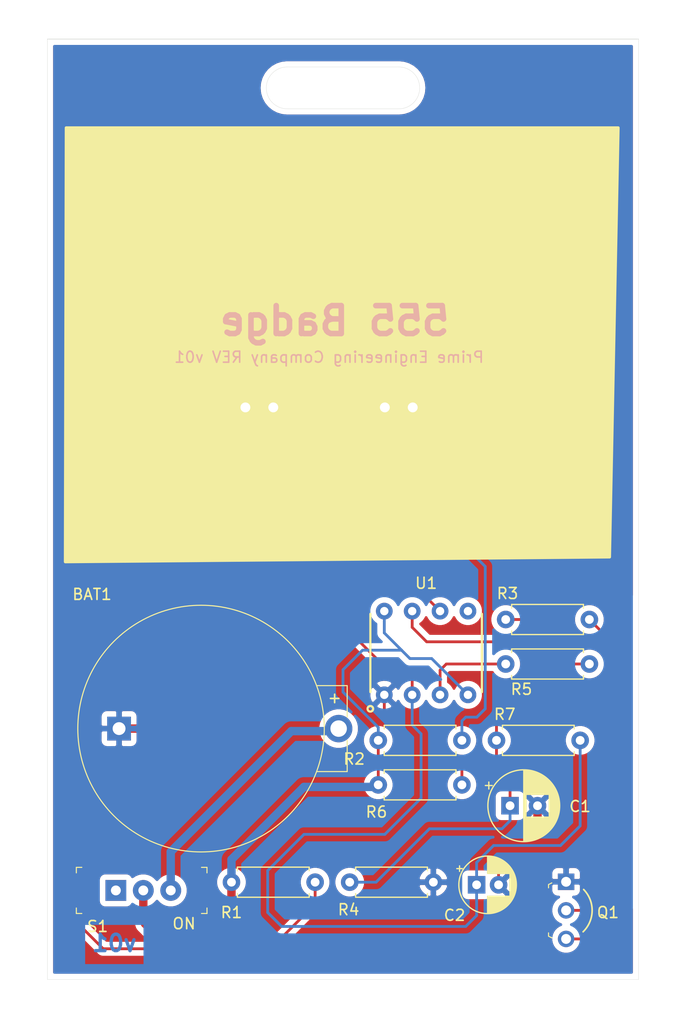
<source format=kicad_pcb>
(kicad_pcb (version 20171130) (host pcbnew 5.1.10)

  (general
    (thickness 1.6)
    (drawings 13)
    (tracks 128)
    (zones 0)
    (modules 15)
    (nets 14)
  )

  (page A4)
  (title_block
    (title "555 Badge")
    (date 2021-10-31)
    (rev v01)
    (comment 2 creativecommons.org/licenses/by/4.0/)
    (comment 3 "License: CC BY 4.0")
    (comment 4 "Author: Adeyi Gbenga")
  )

  (layers
    (0 F.Cu signal)
    (31 B.Cu signal)
    (32 B.Adhes user)
    (33 F.Adhes user)
    (34 B.Paste user)
    (35 F.Paste user)
    (36 B.SilkS user)
    (37 F.SilkS user)
    (38 B.Mask user)
    (39 F.Mask user)
    (40 Dwgs.User user)
    (41 Cmts.User user)
    (42 Eco1.User user)
    (43 Eco2.User user)
    (44 Edge.Cuts user)
    (45 Margin user)
    (46 B.CrtYd user)
    (47 F.CrtYd user)
    (48 B.Fab user)
    (49 F.Fab user)
  )

  (setup
    (last_trace_width 0.254)
    (user_trace_width 0.762)
    (trace_clearance 0.254)
    (zone_clearance 0.508)
    (zone_45_only no)
    (trace_min 0.1524)
    (via_size 0.762)
    (via_drill 0.381)
    (via_min_size 0.6858)
    (via_min_drill 0.3302)
    (uvia_size 0.762)
    (uvia_drill 0.381)
    (uvias_allowed no)
    (uvia_min_size 0.6858)
    (uvia_min_drill 0.3302)
    (edge_width 0.05)
    (segment_width 0.2)
    (pcb_text_width 0.3)
    (pcb_text_size 1.5 1.5)
    (mod_edge_width 0.12)
    (mod_text_size 1 1)
    (mod_text_width 0.15)
    (pad_size 1.524 1.524)
    (pad_drill 0.762)
    (pad_to_mask_clearance 0.0508)
    (aux_axis_origin 0 0)
    (visible_elements FFFFFF7F)
    (pcbplotparams
      (layerselection 0x010fc_ffffffff)
      (usegerberextensions true)
      (usegerberattributes true)
      (usegerberadvancedattributes true)
      (creategerberjobfile true)
      (excludeedgelayer true)
      (linewidth 0.100000)
      (plotframeref false)
      (viasonmask false)
      (mode 1)
      (useauxorigin false)
      (hpglpennumber 1)
      (hpglpenspeed 20)
      (hpglpendiameter 15.000000)
      (psnegative false)
      (psa4output false)
      (plotreference true)
      (plotvalue false)
      (plotinvisibletext false)
      (padsonsilk false)
      (subtractmaskfromsilk false)
      (outputformat 1)
      (mirror false)
      (drillshape 0)
      (scaleselection 1)
      (outputdirectory "Gerbers/"))
  )

  (net 0 "")
  (net 1 GND)
  (net 2 "Net-(BAT1-PadPos)")
  (net 3 "Net-(C1-Pad1)")
  (net 4 "Net-(C2-Pad1)")
  (net 5 "Net-(D1-Pad1)")
  (net 6 "Net-(D1-Pad2)")
  (net 7 "Net-(D2-Pad2)")
  (net 8 "Net-(Q1-Pad2)")
  (net 9 VCC)
  (net 10 "Net-(R5-Pad1)")
  (net 11 "Net-(R6-Pad2)")
  (net 12 "Net-(S1-Pad1)")
  (net 13 "Net-(U1-Pad5)")

  (net_class Default "This is the default net class."
    (clearance 0.254)
    (trace_width 0.254)
    (via_dia 0.762)
    (via_drill 0.381)
    (uvia_dia 0.762)
    (uvia_drill 0.381)
    (add_net GND)
    (add_net "Net-(BAT1-PadPos)")
    (add_net "Net-(C1-Pad1)")
    (add_net "Net-(C2-Pad1)")
    (add_net "Net-(D1-Pad1)")
    (add_net "Net-(D1-Pad2)")
    (add_net "Net-(D2-Pad2)")
    (add_net "Net-(Q1-Pad2)")
    (add_net "Net-(R5-Pad1)")
    (add_net "Net-(R6-Pad2)")
    (add_net "Net-(S1-Pad1)")
    (add_net "Net-(U1-Pad5)")
    (add_net VCC)
  )

  (module digikey-footprints:TO-92-3_Formed_Leads (layer F.Cu) (tedit 5AF4B307) (tstamp 617E7538)
    (at 174.244 118.11 270)
    (descr http://www.ti.com/lit/ds/symlink/tl431a.pdf)
    (path /617F19E3)
    (fp_text reference Q1 (at 2.794 -3.81 180) (layer F.SilkS)
      (effects (font (size 1 1) (thickness 0.15)))
    )
    (fp_text value 2N3904 (at 2.6 2.5 90) (layer F.Fab)
      (effects (font (size 1 1) (thickness 0.15)))
    )
    (fp_line (start 0.25 1.6) (end 0.1 1.3) (layer F.SilkS) (width 0.1))
    (fp_line (start 0.55 1.6) (end 0.25 1.6) (layer F.SilkS) (width 0.1))
    (fp_line (start 4.95 1.6) (end 4.65 1.6) (layer F.SilkS) (width 0.1))
    (fp_line (start 4.95 1.6) (end 5.1 1.3) (layer F.SilkS) (width 0.1))
    (fp_line (start 6.2 1.75) (end 6.2 -2.5) (layer F.CrtYd) (width 0.05))
    (fp_line (start -1 1.75) (end -1 -2.5) (layer F.CrtYd) (width 0.05))
    (fp_line (start -1 1.7) (end 6.2 1.7) (layer F.CrtYd) (width 0.05))
    (fp_line (start -1 -2.5) (end 6.2 -2.5) (layer F.CrtYd) (width 0.05))
    (fp_line (start 4.9 1.5) (end 0.3 1.5) (layer F.Fab) (width 0.15))
    (fp_text user %R (at 2.6 -1.25 270) (layer F.Fab)
      (effects (font (size 0.75 0.75) (thickness 0.15)))
    )
    (fp_arc (start 2.6 0.3) (end 2.6 -2.3) (angle 90) (layer F.Fab) (width 0.15))
    (fp_arc (start 2.6 0.3) (end 0 0.3) (angle 90) (layer F.Fab) (width 0.15))
    (fp_arc (start 2.6 0.3) (end 3.8 -2) (angle 90) (layer F.Fab) (width 0.15))
    (fp_arc (start 2.6 0.3) (end 0.3 1.5) (angle 90) (layer F.Fab) (width 0.15))
    (fp_arc (start 2.6 0.35) (end 0.7 -1.6) (angle 90) (layer F.SilkS) (width 0.15))
    (pad 1 thru_hole rect (at 0 0 90) (size 1.5 1.5) (drill 0.9) (layers *.Cu *.Mask)
      (net 1 GND))
    (pad 3 thru_hole circle (at 5.2 0 90) (size 1.5 1.5) (drill 0.9) (layers *.Cu *.Mask)
      (net 5 "Net-(D1-Pad1)"))
    (pad 2 thru_hole circle (at 2.6 0 90) (size 1.5 1.5) (drill 0.9) (layers *.Cu *.Mask)
      (net 8 "Net-(Q1-Pad2)"))
  )

  (module digikey-footprints:Battery_Holder_Coin_2032_BS-7 (layer F.Cu) (tedit 5ACD0859) (tstamp 617EF371)
    (at 133.527401 104.165001)
    (descr http://www.memoryprotectiondevices.com/datasheets/BS-7-datasheet.pdf)
    (path /61805FBE)
    (fp_text reference BAT1 (at -2.463401 -12.217001) (layer F.SilkS)
      (effects (font (size 1 1) (thickness 0.15)))
    )
    (fp_text value BS-7 (at 7.696599 2.006999) (layer F.Fab)
      (effects (font (size 1 1) (thickness 0.15)))
    )
    (fp_circle (center 7.4676 0) (end -3.7084 0) (layer F.Fab) (width 0.1))
    (fp_circle (center 7.4676 0) (end -3.7592 0) (layer F.SilkS) (width 0.1))
    (fp_line (start 17.9832 -3.81) (end 20.6756 -3.81) (layer F.Fab) (width 0.1))
    (fp_line (start 17.9832 3.81) (end 20.6756 3.81) (layer F.Fab) (width 0.1))
    (fp_line (start 20.6756 -3.81) (end 20.6756 3.81) (layer F.Fab) (width 0.1))
    (fp_line (start 18.034 -3.9116) (end 20.7772 -3.9116) (layer F.SilkS) (width 0.1))
    (fp_line (start 18.034 3.9116) (end 20.7772 3.9116) (layer F.SilkS) (width 0.1))
    (fp_line (start 20.7772 -3.9116) (end 20.7772 -1.0668) (layer F.SilkS) (width 0.1))
    (fp_line (start 20.7772 3.9116) (end 20.7772 1.0668) (layer F.SilkS) (width 0.1))
    (fp_line (start -3.9624 -11.43) (end -3.9624 11.43) (layer F.CrtYd) (width 0.05))
    (fp_line (start 21.5138 -11.43) (end 21.5138 11.43) (layer F.CrtYd) (width 0.05))
    (fp_line (start -3.9624 -11.43) (end 21.5138 -11.43) (layer F.CrtYd) (width 0.05))
    (fp_line (start -3.9624 11.43) (end 21.5138 11.43) (layer F.CrtYd) (width 0.05))
    (fp_text user %R (at 7.4676 0) (layer F.Fab)
      (effects (font (size 1 1) (thickness 0.15)))
    )
    (pad Neg thru_hole rect (at 0 0) (size 2.17 2.17) (drill 1.17) (layers *.Cu *.Mask)
      (net 1 GND))
    (pad Pos thru_hole circle (at 20 0) (size 2.5 2.5) (drill 1.5) (layers *.Cu *.Mask)
      (net 2 "Net-(BAT1-PadPos)"))
  )

  (module Capacitor_THT:CP_Radial_D6.3mm_P2.50mm (layer F.Cu) (tedit 5AE50EF0) (tstamp 617E6C91)
    (at 169.140242 111.185001)
    (descr "CP, Radial series, Radial, pin pitch=2.50mm, , diameter=6.3mm, Electrolytic Capacitor")
    (tags "CP Radial series Radial pin pitch 2.50mm  diameter 6.3mm Electrolytic Capacitor")
    (path /617E2768)
    (fp_text reference C1 (at 6.373758 0.066999) (layer F.SilkS)
      (effects (font (size 1 1) (thickness 0.15)))
    )
    (fp_text value 100uf (at 1.25 4.4) (layer F.Fab)
      (effects (font (size 1 1) (thickness 0.15)))
    )
    (fp_line (start -1.935241 -2.154) (end -1.935241 -1.524) (layer F.SilkS) (width 0.12))
    (fp_line (start -2.250241 -1.839) (end -1.620241 -1.839) (layer F.SilkS) (width 0.12))
    (fp_line (start 4.491 -0.402) (end 4.491 0.402) (layer F.SilkS) (width 0.12))
    (fp_line (start 4.451 -0.633) (end 4.451 0.633) (layer F.SilkS) (width 0.12))
    (fp_line (start 4.411 -0.802) (end 4.411 0.802) (layer F.SilkS) (width 0.12))
    (fp_line (start 4.371 -0.94) (end 4.371 0.94) (layer F.SilkS) (width 0.12))
    (fp_line (start 4.331 -1.059) (end 4.331 1.059) (layer F.SilkS) (width 0.12))
    (fp_line (start 4.291 -1.165) (end 4.291 1.165) (layer F.SilkS) (width 0.12))
    (fp_line (start 4.251 -1.262) (end 4.251 1.262) (layer F.SilkS) (width 0.12))
    (fp_line (start 4.211 -1.35) (end 4.211 1.35) (layer F.SilkS) (width 0.12))
    (fp_line (start 4.171 -1.432) (end 4.171 1.432) (layer F.SilkS) (width 0.12))
    (fp_line (start 4.131 -1.509) (end 4.131 1.509) (layer F.SilkS) (width 0.12))
    (fp_line (start 4.091 -1.581) (end 4.091 1.581) (layer F.SilkS) (width 0.12))
    (fp_line (start 4.051 -1.65) (end 4.051 1.65) (layer F.SilkS) (width 0.12))
    (fp_line (start 4.011 -1.714) (end 4.011 1.714) (layer F.SilkS) (width 0.12))
    (fp_line (start 3.971 -1.776) (end 3.971 1.776) (layer F.SilkS) (width 0.12))
    (fp_line (start 3.931 -1.834) (end 3.931 1.834) (layer F.SilkS) (width 0.12))
    (fp_line (start 3.891 -1.89) (end 3.891 1.89) (layer F.SilkS) (width 0.12))
    (fp_line (start 3.851 -1.944) (end 3.851 1.944) (layer F.SilkS) (width 0.12))
    (fp_line (start 3.811 -1.995) (end 3.811 1.995) (layer F.SilkS) (width 0.12))
    (fp_line (start 3.771 -2.044) (end 3.771 2.044) (layer F.SilkS) (width 0.12))
    (fp_line (start 3.731 -2.092) (end 3.731 2.092) (layer F.SilkS) (width 0.12))
    (fp_line (start 3.691 -2.137) (end 3.691 2.137) (layer F.SilkS) (width 0.12))
    (fp_line (start 3.651 -2.182) (end 3.651 2.182) (layer F.SilkS) (width 0.12))
    (fp_line (start 3.611 -2.224) (end 3.611 2.224) (layer F.SilkS) (width 0.12))
    (fp_line (start 3.571 -2.265) (end 3.571 2.265) (layer F.SilkS) (width 0.12))
    (fp_line (start 3.531 1.04) (end 3.531 2.305) (layer F.SilkS) (width 0.12))
    (fp_line (start 3.531 -2.305) (end 3.531 -1.04) (layer F.SilkS) (width 0.12))
    (fp_line (start 3.491 1.04) (end 3.491 2.343) (layer F.SilkS) (width 0.12))
    (fp_line (start 3.491 -2.343) (end 3.491 -1.04) (layer F.SilkS) (width 0.12))
    (fp_line (start 3.451 1.04) (end 3.451 2.38) (layer F.SilkS) (width 0.12))
    (fp_line (start 3.451 -2.38) (end 3.451 -1.04) (layer F.SilkS) (width 0.12))
    (fp_line (start 3.411 1.04) (end 3.411 2.416) (layer F.SilkS) (width 0.12))
    (fp_line (start 3.411 -2.416) (end 3.411 -1.04) (layer F.SilkS) (width 0.12))
    (fp_line (start 3.371 1.04) (end 3.371 2.45) (layer F.SilkS) (width 0.12))
    (fp_line (start 3.371 -2.45) (end 3.371 -1.04) (layer F.SilkS) (width 0.12))
    (fp_line (start 3.331 1.04) (end 3.331 2.484) (layer F.SilkS) (width 0.12))
    (fp_line (start 3.331 -2.484) (end 3.331 -1.04) (layer F.SilkS) (width 0.12))
    (fp_line (start 3.291 1.04) (end 3.291 2.516) (layer F.SilkS) (width 0.12))
    (fp_line (start 3.291 -2.516) (end 3.291 -1.04) (layer F.SilkS) (width 0.12))
    (fp_line (start 3.251 1.04) (end 3.251 2.548) (layer F.SilkS) (width 0.12))
    (fp_line (start 3.251 -2.548) (end 3.251 -1.04) (layer F.SilkS) (width 0.12))
    (fp_line (start 3.211 1.04) (end 3.211 2.578) (layer F.SilkS) (width 0.12))
    (fp_line (start 3.211 -2.578) (end 3.211 -1.04) (layer F.SilkS) (width 0.12))
    (fp_line (start 3.171 1.04) (end 3.171 2.607) (layer F.SilkS) (width 0.12))
    (fp_line (start 3.171 -2.607) (end 3.171 -1.04) (layer F.SilkS) (width 0.12))
    (fp_line (start 3.131 1.04) (end 3.131 2.636) (layer F.SilkS) (width 0.12))
    (fp_line (start 3.131 -2.636) (end 3.131 -1.04) (layer F.SilkS) (width 0.12))
    (fp_line (start 3.091 1.04) (end 3.091 2.664) (layer F.SilkS) (width 0.12))
    (fp_line (start 3.091 -2.664) (end 3.091 -1.04) (layer F.SilkS) (width 0.12))
    (fp_line (start 3.051 1.04) (end 3.051 2.69) (layer F.SilkS) (width 0.12))
    (fp_line (start 3.051 -2.69) (end 3.051 -1.04) (layer F.SilkS) (width 0.12))
    (fp_line (start 3.011 1.04) (end 3.011 2.716) (layer F.SilkS) (width 0.12))
    (fp_line (start 3.011 -2.716) (end 3.011 -1.04) (layer F.SilkS) (width 0.12))
    (fp_line (start 2.971 1.04) (end 2.971 2.742) (layer F.SilkS) (width 0.12))
    (fp_line (start 2.971 -2.742) (end 2.971 -1.04) (layer F.SilkS) (width 0.12))
    (fp_line (start 2.931 1.04) (end 2.931 2.766) (layer F.SilkS) (width 0.12))
    (fp_line (start 2.931 -2.766) (end 2.931 -1.04) (layer F.SilkS) (width 0.12))
    (fp_line (start 2.891 1.04) (end 2.891 2.79) (layer F.SilkS) (width 0.12))
    (fp_line (start 2.891 -2.79) (end 2.891 -1.04) (layer F.SilkS) (width 0.12))
    (fp_line (start 2.851 1.04) (end 2.851 2.812) (layer F.SilkS) (width 0.12))
    (fp_line (start 2.851 -2.812) (end 2.851 -1.04) (layer F.SilkS) (width 0.12))
    (fp_line (start 2.811 1.04) (end 2.811 2.834) (layer F.SilkS) (width 0.12))
    (fp_line (start 2.811 -2.834) (end 2.811 -1.04) (layer F.SilkS) (width 0.12))
    (fp_line (start 2.771 1.04) (end 2.771 2.856) (layer F.SilkS) (width 0.12))
    (fp_line (start 2.771 -2.856) (end 2.771 -1.04) (layer F.SilkS) (width 0.12))
    (fp_line (start 2.731 1.04) (end 2.731 2.876) (layer F.SilkS) (width 0.12))
    (fp_line (start 2.731 -2.876) (end 2.731 -1.04) (layer F.SilkS) (width 0.12))
    (fp_line (start 2.691 1.04) (end 2.691 2.896) (layer F.SilkS) (width 0.12))
    (fp_line (start 2.691 -2.896) (end 2.691 -1.04) (layer F.SilkS) (width 0.12))
    (fp_line (start 2.651 1.04) (end 2.651 2.916) (layer F.SilkS) (width 0.12))
    (fp_line (start 2.651 -2.916) (end 2.651 -1.04) (layer F.SilkS) (width 0.12))
    (fp_line (start 2.611 1.04) (end 2.611 2.934) (layer F.SilkS) (width 0.12))
    (fp_line (start 2.611 -2.934) (end 2.611 -1.04) (layer F.SilkS) (width 0.12))
    (fp_line (start 2.571 1.04) (end 2.571 2.952) (layer F.SilkS) (width 0.12))
    (fp_line (start 2.571 -2.952) (end 2.571 -1.04) (layer F.SilkS) (width 0.12))
    (fp_line (start 2.531 1.04) (end 2.531 2.97) (layer F.SilkS) (width 0.12))
    (fp_line (start 2.531 -2.97) (end 2.531 -1.04) (layer F.SilkS) (width 0.12))
    (fp_line (start 2.491 1.04) (end 2.491 2.986) (layer F.SilkS) (width 0.12))
    (fp_line (start 2.491 -2.986) (end 2.491 -1.04) (layer F.SilkS) (width 0.12))
    (fp_line (start 2.451 1.04) (end 2.451 3.002) (layer F.SilkS) (width 0.12))
    (fp_line (start 2.451 -3.002) (end 2.451 -1.04) (layer F.SilkS) (width 0.12))
    (fp_line (start 2.411 1.04) (end 2.411 3.018) (layer F.SilkS) (width 0.12))
    (fp_line (start 2.411 -3.018) (end 2.411 -1.04) (layer F.SilkS) (width 0.12))
    (fp_line (start 2.371 1.04) (end 2.371 3.033) (layer F.SilkS) (width 0.12))
    (fp_line (start 2.371 -3.033) (end 2.371 -1.04) (layer F.SilkS) (width 0.12))
    (fp_line (start 2.331 1.04) (end 2.331 3.047) (layer F.SilkS) (width 0.12))
    (fp_line (start 2.331 -3.047) (end 2.331 -1.04) (layer F.SilkS) (width 0.12))
    (fp_line (start 2.291 1.04) (end 2.291 3.061) (layer F.SilkS) (width 0.12))
    (fp_line (start 2.291 -3.061) (end 2.291 -1.04) (layer F.SilkS) (width 0.12))
    (fp_line (start 2.251 1.04) (end 2.251 3.074) (layer F.SilkS) (width 0.12))
    (fp_line (start 2.251 -3.074) (end 2.251 -1.04) (layer F.SilkS) (width 0.12))
    (fp_line (start 2.211 1.04) (end 2.211 3.086) (layer F.SilkS) (width 0.12))
    (fp_line (start 2.211 -3.086) (end 2.211 -1.04) (layer F.SilkS) (width 0.12))
    (fp_line (start 2.171 1.04) (end 2.171 3.098) (layer F.SilkS) (width 0.12))
    (fp_line (start 2.171 -3.098) (end 2.171 -1.04) (layer F.SilkS) (width 0.12))
    (fp_line (start 2.131 1.04) (end 2.131 3.11) (layer F.SilkS) (width 0.12))
    (fp_line (start 2.131 -3.11) (end 2.131 -1.04) (layer F.SilkS) (width 0.12))
    (fp_line (start 2.091 1.04) (end 2.091 3.121) (layer F.SilkS) (width 0.12))
    (fp_line (start 2.091 -3.121) (end 2.091 -1.04) (layer F.SilkS) (width 0.12))
    (fp_line (start 2.051 1.04) (end 2.051 3.131) (layer F.SilkS) (width 0.12))
    (fp_line (start 2.051 -3.131) (end 2.051 -1.04) (layer F.SilkS) (width 0.12))
    (fp_line (start 2.011 1.04) (end 2.011 3.141) (layer F.SilkS) (width 0.12))
    (fp_line (start 2.011 -3.141) (end 2.011 -1.04) (layer F.SilkS) (width 0.12))
    (fp_line (start 1.971 1.04) (end 1.971 3.15) (layer F.SilkS) (width 0.12))
    (fp_line (start 1.971 -3.15) (end 1.971 -1.04) (layer F.SilkS) (width 0.12))
    (fp_line (start 1.93 1.04) (end 1.93 3.159) (layer F.SilkS) (width 0.12))
    (fp_line (start 1.93 -3.159) (end 1.93 -1.04) (layer F.SilkS) (width 0.12))
    (fp_line (start 1.89 1.04) (end 1.89 3.167) (layer F.SilkS) (width 0.12))
    (fp_line (start 1.89 -3.167) (end 1.89 -1.04) (layer F.SilkS) (width 0.12))
    (fp_line (start 1.85 1.04) (end 1.85 3.175) (layer F.SilkS) (width 0.12))
    (fp_line (start 1.85 -3.175) (end 1.85 -1.04) (layer F.SilkS) (width 0.12))
    (fp_line (start 1.81 1.04) (end 1.81 3.182) (layer F.SilkS) (width 0.12))
    (fp_line (start 1.81 -3.182) (end 1.81 -1.04) (layer F.SilkS) (width 0.12))
    (fp_line (start 1.77 1.04) (end 1.77 3.189) (layer F.SilkS) (width 0.12))
    (fp_line (start 1.77 -3.189) (end 1.77 -1.04) (layer F.SilkS) (width 0.12))
    (fp_line (start 1.73 1.04) (end 1.73 3.195) (layer F.SilkS) (width 0.12))
    (fp_line (start 1.73 -3.195) (end 1.73 -1.04) (layer F.SilkS) (width 0.12))
    (fp_line (start 1.69 1.04) (end 1.69 3.201) (layer F.SilkS) (width 0.12))
    (fp_line (start 1.69 -3.201) (end 1.69 -1.04) (layer F.SilkS) (width 0.12))
    (fp_line (start 1.65 1.04) (end 1.65 3.206) (layer F.SilkS) (width 0.12))
    (fp_line (start 1.65 -3.206) (end 1.65 -1.04) (layer F.SilkS) (width 0.12))
    (fp_line (start 1.61 1.04) (end 1.61 3.211) (layer F.SilkS) (width 0.12))
    (fp_line (start 1.61 -3.211) (end 1.61 -1.04) (layer F.SilkS) (width 0.12))
    (fp_line (start 1.57 1.04) (end 1.57 3.215) (layer F.SilkS) (width 0.12))
    (fp_line (start 1.57 -3.215) (end 1.57 -1.04) (layer F.SilkS) (width 0.12))
    (fp_line (start 1.53 1.04) (end 1.53 3.218) (layer F.SilkS) (width 0.12))
    (fp_line (start 1.53 -3.218) (end 1.53 -1.04) (layer F.SilkS) (width 0.12))
    (fp_line (start 1.49 1.04) (end 1.49 3.222) (layer F.SilkS) (width 0.12))
    (fp_line (start 1.49 -3.222) (end 1.49 -1.04) (layer F.SilkS) (width 0.12))
    (fp_line (start 1.45 -3.224) (end 1.45 3.224) (layer F.SilkS) (width 0.12))
    (fp_line (start 1.41 -3.227) (end 1.41 3.227) (layer F.SilkS) (width 0.12))
    (fp_line (start 1.37 -3.228) (end 1.37 3.228) (layer F.SilkS) (width 0.12))
    (fp_line (start 1.33 -3.23) (end 1.33 3.23) (layer F.SilkS) (width 0.12))
    (fp_line (start 1.29 -3.23) (end 1.29 3.23) (layer F.SilkS) (width 0.12))
    (fp_line (start 1.25 -3.23) (end 1.25 3.23) (layer F.SilkS) (width 0.12))
    (fp_line (start -1.128972 -1.6885) (end -1.128972 -1.0585) (layer F.Fab) (width 0.1))
    (fp_line (start -1.443972 -1.3735) (end -0.813972 -1.3735) (layer F.Fab) (width 0.1))
    (fp_circle (center 1.25 0) (end 4.65 0) (layer F.CrtYd) (width 0.05))
    (fp_circle (center 1.25 0) (end 4.52 0) (layer F.SilkS) (width 0.12))
    (fp_circle (center 1.25 0) (end 4.4 0) (layer F.Fab) (width 0.1))
    (fp_text user %R (at 1.25 0) (layer F.Fab)
      (effects (font (size 1 1) (thickness 0.15)))
    )
    (pad 1 thru_hole rect (at 0 0) (size 1.6 1.6) (drill 0.8) (layers *.Cu *.Mask)
      (net 3 "Net-(C1-Pad1)"))
    (pad 2 thru_hole circle (at 2.5 0) (size 1.6 1.6) (drill 0.8) (layers *.Cu *.Mask)
      (net 1 GND))
    (model ${KISYS3DMOD}/Capacitor_THT.3dshapes/CP_Radial_D6.3mm_P2.50mm.wrl
      (at (xyz 0 0 0))
      (scale (xyz 1 1 1))
      (rotate (xyz 0 0 0))
    )
  )

  (module Capacitor_THT:CP_Radial_D5.0mm_P2.00mm (layer F.Cu) (tedit 5AE50EF0) (tstamp 617E6D14)
    (at 166.094776 118.385001)
    (descr "CP, Radial series, Radial, pin pitch=2.00mm, , diameter=5mm, Electrolytic Capacitor")
    (tags "CP Radial series Radial pin pitch 2.00mm  diameter 5mm Electrolytic Capacitor")
    (path /617E5670)
    (fp_text reference C2 (at -2.010776 2.772999) (layer F.SilkS)
      (effects (font (size 1 1) (thickness 0.15)))
    )
    (fp_text value 10uf (at 1 3.75) (layer F.Fab)
      (effects (font (size 1 1) (thickness 0.15)))
    )
    (fp_line (start -1.554775 -1.725) (end -1.554775 -1.225) (layer F.SilkS) (width 0.12))
    (fp_line (start -1.804775 -1.475) (end -1.304775 -1.475) (layer F.SilkS) (width 0.12))
    (fp_line (start 3.601 -0.284) (end 3.601 0.284) (layer F.SilkS) (width 0.12))
    (fp_line (start 3.561 -0.518) (end 3.561 0.518) (layer F.SilkS) (width 0.12))
    (fp_line (start 3.521 -0.677) (end 3.521 0.677) (layer F.SilkS) (width 0.12))
    (fp_line (start 3.481 -0.805) (end 3.481 0.805) (layer F.SilkS) (width 0.12))
    (fp_line (start 3.441 -0.915) (end 3.441 0.915) (layer F.SilkS) (width 0.12))
    (fp_line (start 3.401 -1.011) (end 3.401 1.011) (layer F.SilkS) (width 0.12))
    (fp_line (start 3.361 -1.098) (end 3.361 1.098) (layer F.SilkS) (width 0.12))
    (fp_line (start 3.321 -1.178) (end 3.321 1.178) (layer F.SilkS) (width 0.12))
    (fp_line (start 3.281 -1.251) (end 3.281 1.251) (layer F.SilkS) (width 0.12))
    (fp_line (start 3.241 -1.319) (end 3.241 1.319) (layer F.SilkS) (width 0.12))
    (fp_line (start 3.201 -1.383) (end 3.201 1.383) (layer F.SilkS) (width 0.12))
    (fp_line (start 3.161 -1.443) (end 3.161 1.443) (layer F.SilkS) (width 0.12))
    (fp_line (start 3.121 -1.5) (end 3.121 1.5) (layer F.SilkS) (width 0.12))
    (fp_line (start 3.081 -1.554) (end 3.081 1.554) (layer F.SilkS) (width 0.12))
    (fp_line (start 3.041 -1.605) (end 3.041 1.605) (layer F.SilkS) (width 0.12))
    (fp_line (start 3.001 1.04) (end 3.001 1.653) (layer F.SilkS) (width 0.12))
    (fp_line (start 3.001 -1.653) (end 3.001 -1.04) (layer F.SilkS) (width 0.12))
    (fp_line (start 2.961 1.04) (end 2.961 1.699) (layer F.SilkS) (width 0.12))
    (fp_line (start 2.961 -1.699) (end 2.961 -1.04) (layer F.SilkS) (width 0.12))
    (fp_line (start 2.921 1.04) (end 2.921 1.743) (layer F.SilkS) (width 0.12))
    (fp_line (start 2.921 -1.743) (end 2.921 -1.04) (layer F.SilkS) (width 0.12))
    (fp_line (start 2.881 1.04) (end 2.881 1.785) (layer F.SilkS) (width 0.12))
    (fp_line (start 2.881 -1.785) (end 2.881 -1.04) (layer F.SilkS) (width 0.12))
    (fp_line (start 2.841 1.04) (end 2.841 1.826) (layer F.SilkS) (width 0.12))
    (fp_line (start 2.841 -1.826) (end 2.841 -1.04) (layer F.SilkS) (width 0.12))
    (fp_line (start 2.801 1.04) (end 2.801 1.864) (layer F.SilkS) (width 0.12))
    (fp_line (start 2.801 -1.864) (end 2.801 -1.04) (layer F.SilkS) (width 0.12))
    (fp_line (start 2.761 1.04) (end 2.761 1.901) (layer F.SilkS) (width 0.12))
    (fp_line (start 2.761 -1.901) (end 2.761 -1.04) (layer F.SilkS) (width 0.12))
    (fp_line (start 2.721 1.04) (end 2.721 1.937) (layer F.SilkS) (width 0.12))
    (fp_line (start 2.721 -1.937) (end 2.721 -1.04) (layer F.SilkS) (width 0.12))
    (fp_line (start 2.681 1.04) (end 2.681 1.971) (layer F.SilkS) (width 0.12))
    (fp_line (start 2.681 -1.971) (end 2.681 -1.04) (layer F.SilkS) (width 0.12))
    (fp_line (start 2.641 1.04) (end 2.641 2.004) (layer F.SilkS) (width 0.12))
    (fp_line (start 2.641 -2.004) (end 2.641 -1.04) (layer F.SilkS) (width 0.12))
    (fp_line (start 2.601 1.04) (end 2.601 2.035) (layer F.SilkS) (width 0.12))
    (fp_line (start 2.601 -2.035) (end 2.601 -1.04) (layer F.SilkS) (width 0.12))
    (fp_line (start 2.561 1.04) (end 2.561 2.065) (layer F.SilkS) (width 0.12))
    (fp_line (start 2.561 -2.065) (end 2.561 -1.04) (layer F.SilkS) (width 0.12))
    (fp_line (start 2.521 1.04) (end 2.521 2.095) (layer F.SilkS) (width 0.12))
    (fp_line (start 2.521 -2.095) (end 2.521 -1.04) (layer F.SilkS) (width 0.12))
    (fp_line (start 2.481 1.04) (end 2.481 2.122) (layer F.SilkS) (width 0.12))
    (fp_line (start 2.481 -2.122) (end 2.481 -1.04) (layer F.SilkS) (width 0.12))
    (fp_line (start 2.441 1.04) (end 2.441 2.149) (layer F.SilkS) (width 0.12))
    (fp_line (start 2.441 -2.149) (end 2.441 -1.04) (layer F.SilkS) (width 0.12))
    (fp_line (start 2.401 1.04) (end 2.401 2.175) (layer F.SilkS) (width 0.12))
    (fp_line (start 2.401 -2.175) (end 2.401 -1.04) (layer F.SilkS) (width 0.12))
    (fp_line (start 2.361 1.04) (end 2.361 2.2) (layer F.SilkS) (width 0.12))
    (fp_line (start 2.361 -2.2) (end 2.361 -1.04) (layer F.SilkS) (width 0.12))
    (fp_line (start 2.321 1.04) (end 2.321 2.224) (layer F.SilkS) (width 0.12))
    (fp_line (start 2.321 -2.224) (end 2.321 -1.04) (layer F.SilkS) (width 0.12))
    (fp_line (start 2.281 1.04) (end 2.281 2.247) (layer F.SilkS) (width 0.12))
    (fp_line (start 2.281 -2.247) (end 2.281 -1.04) (layer F.SilkS) (width 0.12))
    (fp_line (start 2.241 1.04) (end 2.241 2.268) (layer F.SilkS) (width 0.12))
    (fp_line (start 2.241 -2.268) (end 2.241 -1.04) (layer F.SilkS) (width 0.12))
    (fp_line (start 2.201 1.04) (end 2.201 2.29) (layer F.SilkS) (width 0.12))
    (fp_line (start 2.201 -2.29) (end 2.201 -1.04) (layer F.SilkS) (width 0.12))
    (fp_line (start 2.161 1.04) (end 2.161 2.31) (layer F.SilkS) (width 0.12))
    (fp_line (start 2.161 -2.31) (end 2.161 -1.04) (layer F.SilkS) (width 0.12))
    (fp_line (start 2.121 1.04) (end 2.121 2.329) (layer F.SilkS) (width 0.12))
    (fp_line (start 2.121 -2.329) (end 2.121 -1.04) (layer F.SilkS) (width 0.12))
    (fp_line (start 2.081 1.04) (end 2.081 2.348) (layer F.SilkS) (width 0.12))
    (fp_line (start 2.081 -2.348) (end 2.081 -1.04) (layer F.SilkS) (width 0.12))
    (fp_line (start 2.041 1.04) (end 2.041 2.365) (layer F.SilkS) (width 0.12))
    (fp_line (start 2.041 -2.365) (end 2.041 -1.04) (layer F.SilkS) (width 0.12))
    (fp_line (start 2.001 1.04) (end 2.001 2.382) (layer F.SilkS) (width 0.12))
    (fp_line (start 2.001 -2.382) (end 2.001 -1.04) (layer F.SilkS) (width 0.12))
    (fp_line (start 1.961 1.04) (end 1.961 2.398) (layer F.SilkS) (width 0.12))
    (fp_line (start 1.961 -2.398) (end 1.961 -1.04) (layer F.SilkS) (width 0.12))
    (fp_line (start 1.921 1.04) (end 1.921 2.414) (layer F.SilkS) (width 0.12))
    (fp_line (start 1.921 -2.414) (end 1.921 -1.04) (layer F.SilkS) (width 0.12))
    (fp_line (start 1.881 1.04) (end 1.881 2.428) (layer F.SilkS) (width 0.12))
    (fp_line (start 1.881 -2.428) (end 1.881 -1.04) (layer F.SilkS) (width 0.12))
    (fp_line (start 1.841 1.04) (end 1.841 2.442) (layer F.SilkS) (width 0.12))
    (fp_line (start 1.841 -2.442) (end 1.841 -1.04) (layer F.SilkS) (width 0.12))
    (fp_line (start 1.801 1.04) (end 1.801 2.455) (layer F.SilkS) (width 0.12))
    (fp_line (start 1.801 -2.455) (end 1.801 -1.04) (layer F.SilkS) (width 0.12))
    (fp_line (start 1.761 1.04) (end 1.761 2.468) (layer F.SilkS) (width 0.12))
    (fp_line (start 1.761 -2.468) (end 1.761 -1.04) (layer F.SilkS) (width 0.12))
    (fp_line (start 1.721 1.04) (end 1.721 2.48) (layer F.SilkS) (width 0.12))
    (fp_line (start 1.721 -2.48) (end 1.721 -1.04) (layer F.SilkS) (width 0.12))
    (fp_line (start 1.68 1.04) (end 1.68 2.491) (layer F.SilkS) (width 0.12))
    (fp_line (start 1.68 -2.491) (end 1.68 -1.04) (layer F.SilkS) (width 0.12))
    (fp_line (start 1.64 1.04) (end 1.64 2.501) (layer F.SilkS) (width 0.12))
    (fp_line (start 1.64 -2.501) (end 1.64 -1.04) (layer F.SilkS) (width 0.12))
    (fp_line (start 1.6 1.04) (end 1.6 2.511) (layer F.SilkS) (width 0.12))
    (fp_line (start 1.6 -2.511) (end 1.6 -1.04) (layer F.SilkS) (width 0.12))
    (fp_line (start 1.56 1.04) (end 1.56 2.52) (layer F.SilkS) (width 0.12))
    (fp_line (start 1.56 -2.52) (end 1.56 -1.04) (layer F.SilkS) (width 0.12))
    (fp_line (start 1.52 1.04) (end 1.52 2.528) (layer F.SilkS) (width 0.12))
    (fp_line (start 1.52 -2.528) (end 1.52 -1.04) (layer F.SilkS) (width 0.12))
    (fp_line (start 1.48 1.04) (end 1.48 2.536) (layer F.SilkS) (width 0.12))
    (fp_line (start 1.48 -2.536) (end 1.48 -1.04) (layer F.SilkS) (width 0.12))
    (fp_line (start 1.44 1.04) (end 1.44 2.543) (layer F.SilkS) (width 0.12))
    (fp_line (start 1.44 -2.543) (end 1.44 -1.04) (layer F.SilkS) (width 0.12))
    (fp_line (start 1.4 1.04) (end 1.4 2.55) (layer F.SilkS) (width 0.12))
    (fp_line (start 1.4 -2.55) (end 1.4 -1.04) (layer F.SilkS) (width 0.12))
    (fp_line (start 1.36 1.04) (end 1.36 2.556) (layer F.SilkS) (width 0.12))
    (fp_line (start 1.36 -2.556) (end 1.36 -1.04) (layer F.SilkS) (width 0.12))
    (fp_line (start 1.32 1.04) (end 1.32 2.561) (layer F.SilkS) (width 0.12))
    (fp_line (start 1.32 -2.561) (end 1.32 -1.04) (layer F.SilkS) (width 0.12))
    (fp_line (start 1.28 1.04) (end 1.28 2.565) (layer F.SilkS) (width 0.12))
    (fp_line (start 1.28 -2.565) (end 1.28 -1.04) (layer F.SilkS) (width 0.12))
    (fp_line (start 1.24 1.04) (end 1.24 2.569) (layer F.SilkS) (width 0.12))
    (fp_line (start 1.24 -2.569) (end 1.24 -1.04) (layer F.SilkS) (width 0.12))
    (fp_line (start 1.2 1.04) (end 1.2 2.573) (layer F.SilkS) (width 0.12))
    (fp_line (start 1.2 -2.573) (end 1.2 -1.04) (layer F.SilkS) (width 0.12))
    (fp_line (start 1.16 1.04) (end 1.16 2.576) (layer F.SilkS) (width 0.12))
    (fp_line (start 1.16 -2.576) (end 1.16 -1.04) (layer F.SilkS) (width 0.12))
    (fp_line (start 1.12 1.04) (end 1.12 2.578) (layer F.SilkS) (width 0.12))
    (fp_line (start 1.12 -2.578) (end 1.12 -1.04) (layer F.SilkS) (width 0.12))
    (fp_line (start 1.08 1.04) (end 1.08 2.579) (layer F.SilkS) (width 0.12))
    (fp_line (start 1.08 -2.579) (end 1.08 -1.04) (layer F.SilkS) (width 0.12))
    (fp_line (start 1.04 -2.58) (end 1.04 -1.04) (layer F.SilkS) (width 0.12))
    (fp_line (start 1.04 1.04) (end 1.04 2.58) (layer F.SilkS) (width 0.12))
    (fp_line (start 1 -2.58) (end 1 -1.04) (layer F.SilkS) (width 0.12))
    (fp_line (start 1 1.04) (end 1 2.58) (layer F.SilkS) (width 0.12))
    (fp_line (start -0.883605 -1.3375) (end -0.883605 -0.8375) (layer F.Fab) (width 0.1))
    (fp_line (start -1.133605 -1.0875) (end -0.633605 -1.0875) (layer F.Fab) (width 0.1))
    (fp_circle (center 1 0) (end 3.75 0) (layer F.CrtYd) (width 0.05))
    (fp_circle (center 1 0) (end 3.62 0) (layer F.SilkS) (width 0.12))
    (fp_circle (center 1 0) (end 3.5 0) (layer F.Fab) (width 0.1))
    (fp_text user %R (at 1 0) (layer F.Fab)
      (effects (font (size 1 1) (thickness 0.15)))
    )
    (pad 1 thru_hole rect (at 0 0) (size 1.6 1.6) (drill 0.8) (layers *.Cu *.Mask)
      (net 4 "Net-(C2-Pad1)"))
    (pad 2 thru_hole circle (at 2 0) (size 1.6 1.6) (drill 0.8) (layers *.Cu *.Mask)
      (net 1 GND))
    (model ${KISYS3DMOD}/Capacitor_THT.3dshapes/CP_Radial_D5.0mm_P2.00mm.wrl
      (at (xyz 0 0 0))
      (scale (xyz 1 1 1))
      (rotate (xyz 0 0 0))
    )
  )

  (module LED_THT:LED_D3.0mm (layer F.Cu) (tedit 587A3A7B) (tstamp 617E7D14)
    (at 147.574 74.93 180)
    (descr "LED, diameter 3.0mm, 2 pins")
    (tags "LED diameter 3.0mm 2 pins")
    (path /617E97EF)
    (fp_text reference D1 (at 1.27 -2.96) (layer F.SilkS)
      (effects (font (size 1 1) (thickness 0.15)))
    )
    (fp_text value RED (at 1.27 2.96) (layer F.Fab)
      (effects (font (size 1 1) (thickness 0.15)))
    )
    (fp_line (start 3.7 -2.25) (end -1.15 -2.25) (layer F.CrtYd) (width 0.05))
    (fp_line (start 3.7 2.25) (end 3.7 -2.25) (layer F.CrtYd) (width 0.05))
    (fp_line (start -1.15 2.25) (end 3.7 2.25) (layer F.CrtYd) (width 0.05))
    (fp_line (start -1.15 -2.25) (end -1.15 2.25) (layer F.CrtYd) (width 0.05))
    (fp_line (start -0.29 1.08) (end -0.29 1.236) (layer F.SilkS) (width 0.12))
    (fp_line (start -0.29 -1.236) (end -0.29 -1.08) (layer F.SilkS) (width 0.12))
    (fp_line (start -0.23 -1.16619) (end -0.23 1.16619) (layer F.Fab) (width 0.1))
    (fp_circle (center 1.27 0) (end 2.77 0) (layer F.Fab) (width 0.1))
    (fp_arc (start 1.27 0) (end -0.23 -1.16619) (angle 284.3) (layer F.Fab) (width 0.1))
    (fp_arc (start 1.27 0) (end -0.29 -1.235516) (angle 108.8) (layer F.SilkS) (width 0.12))
    (fp_arc (start 1.27 0) (end -0.29 1.235516) (angle -108.8) (layer F.SilkS) (width 0.12))
    (fp_arc (start 1.27 0) (end 0.229039 -1.08) (angle 87.9) (layer F.SilkS) (width 0.12))
    (fp_arc (start 1.27 0) (end 0.229039 1.08) (angle -87.9) (layer F.SilkS) (width 0.12))
    (pad 1 thru_hole rect (at 0 0 180) (size 1.8 1.8) (drill 0.9) (layers *.Cu *.Mask)
      (net 5 "Net-(D1-Pad1)"))
    (pad 2 thru_hole circle (at 2.54 0 180) (size 1.8 1.8) (drill 0.9) (layers *.Cu *.Mask)
      (net 6 "Net-(D1-Pad2)"))
    (model ${KISYS3DMOD}/LED_THT.3dshapes/LED_D3.0mm.wrl
      (at (xyz 0 0 0))
      (scale (xyz 1 1 1))
      (rotate (xyz 0 0 0))
    )
  )

  (module LED_THT:LED_D3.0mm (layer F.Cu) (tedit 587A3A7B) (tstamp 617E6D3A)
    (at 160.274 74.93 180)
    (descr "LED, diameter 3.0mm, 2 pins")
    (tags "LED diameter 3.0mm 2 pins")
    (path /617EB0D6)
    (fp_text reference D2 (at 1.27 -2.96) (layer F.SilkS)
      (effects (font (size 1 1) (thickness 0.15)))
    )
    (fp_text value RED (at 1.27 2.96) (layer F.Fab)
      (effects (font (size 1 1) (thickness 0.15)))
    )
    (fp_circle (center 1.27 0) (end 2.77 0) (layer F.Fab) (width 0.1))
    (fp_line (start -0.23 -1.16619) (end -0.23 1.16619) (layer F.Fab) (width 0.1))
    (fp_line (start -0.29 -1.236) (end -0.29 -1.08) (layer F.SilkS) (width 0.12))
    (fp_line (start -0.29 1.08) (end -0.29 1.236) (layer F.SilkS) (width 0.12))
    (fp_line (start -1.15 -2.25) (end -1.15 2.25) (layer F.CrtYd) (width 0.05))
    (fp_line (start -1.15 2.25) (end 3.7 2.25) (layer F.CrtYd) (width 0.05))
    (fp_line (start 3.7 2.25) (end 3.7 -2.25) (layer F.CrtYd) (width 0.05))
    (fp_line (start 3.7 -2.25) (end -1.15 -2.25) (layer F.CrtYd) (width 0.05))
    (fp_arc (start 1.27 0) (end 0.229039 1.08) (angle -87.9) (layer F.SilkS) (width 0.12))
    (fp_arc (start 1.27 0) (end 0.229039 -1.08) (angle 87.9) (layer F.SilkS) (width 0.12))
    (fp_arc (start 1.27 0) (end -0.29 1.235516) (angle -108.8) (layer F.SilkS) (width 0.12))
    (fp_arc (start 1.27 0) (end -0.29 -1.235516) (angle 108.8) (layer F.SilkS) (width 0.12))
    (fp_arc (start 1.27 0) (end -0.23 -1.16619) (angle 284.3) (layer F.Fab) (width 0.1))
    (pad 2 thru_hole circle (at 2.54 0 180) (size 1.8 1.8) (drill 0.9) (layers *.Cu *.Mask)
      (net 7 "Net-(D2-Pad2)"))
    (pad 1 thru_hole rect (at 0 0 180) (size 1.8 1.8) (drill 0.9) (layers *.Cu *.Mask)
      (net 5 "Net-(D1-Pad1)"))
    (model ${KISYS3DMOD}/LED_THT.3dshapes/LED_D3.0mm.wrl
      (at (xyz 0 0 0))
      (scale (xyz 1 1 1))
      (rotate (xyz 0 0 0))
    )
  )

  (module Resistor_THT:R_Axial_DIN0207_L6.3mm_D2.5mm_P7.62mm_Horizontal (layer F.Cu) (tedit 5AE5139B) (tstamp 617E6D63)
    (at 143.765001 118.145001)
    (descr "Resistor, Axial_DIN0207 series, Axial, Horizontal, pin pitch=7.62mm, 0.25W = 1/4W, length*diameter=6.3*2.5mm^2, http://cdn-reichelt.de/documents/datenblatt/B400/1_4W%23YAG.pdf")
    (tags "Resistor Axial_DIN0207 series Axial Horizontal pin pitch 7.62mm 0.25W = 1/4W length 6.3mm diameter 2.5mm")
    (path /617E11AA)
    (fp_text reference R1 (at -0.001001 2.758999) (layer F.SilkS)
      (effects (font (size 1 1) (thickness 0.15)))
    )
    (fp_text value 100 (at 3.81 2.37) (layer F.Fab)
      (effects (font (size 1 1) (thickness 0.15)))
    )
    (fp_line (start 0.66 -1.25) (end 0.66 1.25) (layer F.Fab) (width 0.1))
    (fp_line (start 0.66 1.25) (end 6.96 1.25) (layer F.Fab) (width 0.1))
    (fp_line (start 6.96 1.25) (end 6.96 -1.25) (layer F.Fab) (width 0.1))
    (fp_line (start 6.96 -1.25) (end 0.66 -1.25) (layer F.Fab) (width 0.1))
    (fp_line (start 0 0) (end 0.66 0) (layer F.Fab) (width 0.1))
    (fp_line (start 7.62 0) (end 6.96 0) (layer F.Fab) (width 0.1))
    (fp_line (start 0.54 -1.04) (end 0.54 -1.37) (layer F.SilkS) (width 0.12))
    (fp_line (start 0.54 -1.37) (end 7.08 -1.37) (layer F.SilkS) (width 0.12))
    (fp_line (start 7.08 -1.37) (end 7.08 -1.04) (layer F.SilkS) (width 0.12))
    (fp_line (start 0.54 1.04) (end 0.54 1.37) (layer F.SilkS) (width 0.12))
    (fp_line (start 0.54 1.37) (end 7.08 1.37) (layer F.SilkS) (width 0.12))
    (fp_line (start 7.08 1.37) (end 7.08 1.04) (layer F.SilkS) (width 0.12))
    (fp_line (start -1.05 -1.5) (end -1.05 1.5) (layer F.CrtYd) (width 0.05))
    (fp_line (start -1.05 1.5) (end 8.67 1.5) (layer F.CrtYd) (width 0.05))
    (fp_line (start 8.67 1.5) (end 8.67 -1.5) (layer F.CrtYd) (width 0.05))
    (fp_line (start 8.67 -1.5) (end -1.05 -1.5) (layer F.CrtYd) (width 0.05))
    (fp_text user %R (at 3.81 0) (layer F.Fab)
      (effects (font (size 1 1) (thickness 0.15)))
    )
    (pad 2 thru_hole oval (at 7.62 0) (size 1.6 1.6) (drill 0.8) (layers *.Cu *.Mask)
      (net 6 "Net-(D1-Pad2)"))
    (pad 1 thru_hole circle (at 0 0) (size 1.6 1.6) (drill 0.8) (layers *.Cu *.Mask)
      (net 9 VCC))
    (model ${KISYS3DMOD}/Resistor_THT.3dshapes/R_Axial_DIN0207_L6.3mm_D2.5mm_P7.62mm_Horizontal.wrl
      (at (xyz 0 0 0))
      (scale (xyz 1 1 1))
      (rotate (xyz 0 0 0))
    )
  )

  (module Resistor_THT:R_Axial_DIN0207_L6.3mm_D2.5mm_P7.62mm_Horizontal (layer F.Cu) (tedit 5AE5139B) (tstamp 617E6D7A)
    (at 157.135001 105.235001)
    (descr "Resistor, Axial_DIN0207 series, Axial, Horizontal, pin pitch=7.62mm, 0.25W = 1/4W, length*diameter=6.3*2.5mm^2, http://cdn-reichelt.de/documents/datenblatt/B400/1_4W%23YAG.pdf")
    (tags "Resistor Axial_DIN0207 series Axial Horizontal pin pitch 7.62mm 0.25W = 1/4W length 6.3mm diameter 2.5mm")
    (path /617E175D)
    (fp_text reference R2 (at -2.195001 1.698999) (layer F.SilkS)
      (effects (font (size 1 1) (thickness 0.15)))
    )
    (fp_text value 100 (at 3.81 2.37) (layer F.Fab)
      (effects (font (size 1 1) (thickness 0.15)))
    )
    (fp_line (start 8.67 -1.5) (end -1.05 -1.5) (layer F.CrtYd) (width 0.05))
    (fp_line (start 8.67 1.5) (end 8.67 -1.5) (layer F.CrtYd) (width 0.05))
    (fp_line (start -1.05 1.5) (end 8.67 1.5) (layer F.CrtYd) (width 0.05))
    (fp_line (start -1.05 -1.5) (end -1.05 1.5) (layer F.CrtYd) (width 0.05))
    (fp_line (start 7.08 1.37) (end 7.08 1.04) (layer F.SilkS) (width 0.12))
    (fp_line (start 0.54 1.37) (end 7.08 1.37) (layer F.SilkS) (width 0.12))
    (fp_line (start 0.54 1.04) (end 0.54 1.37) (layer F.SilkS) (width 0.12))
    (fp_line (start 7.08 -1.37) (end 7.08 -1.04) (layer F.SilkS) (width 0.12))
    (fp_line (start 0.54 -1.37) (end 7.08 -1.37) (layer F.SilkS) (width 0.12))
    (fp_line (start 0.54 -1.04) (end 0.54 -1.37) (layer F.SilkS) (width 0.12))
    (fp_line (start 7.62 0) (end 6.96 0) (layer F.Fab) (width 0.1))
    (fp_line (start 0 0) (end 0.66 0) (layer F.Fab) (width 0.1))
    (fp_line (start 6.96 -1.25) (end 0.66 -1.25) (layer F.Fab) (width 0.1))
    (fp_line (start 6.96 1.25) (end 6.96 -1.25) (layer F.Fab) (width 0.1))
    (fp_line (start 0.66 1.25) (end 6.96 1.25) (layer F.Fab) (width 0.1))
    (fp_line (start 0.66 -1.25) (end 0.66 1.25) (layer F.Fab) (width 0.1))
    (fp_text user %R (at 3.81 0) (layer F.Fab)
      (effects (font (size 1 1) (thickness 0.15)))
    )
    (pad 1 thru_hole circle (at 0 0) (size 1.6 1.6) (drill 0.8) (layers *.Cu *.Mask)
      (net 9 VCC))
    (pad 2 thru_hole oval (at 7.62 0) (size 1.6 1.6) (drill 0.8) (layers *.Cu *.Mask)
      (net 7 "Net-(D2-Pad2)"))
    (model ${KISYS3DMOD}/Resistor_THT.3dshapes/R_Axial_DIN0207_L6.3mm_D2.5mm_P7.62mm_Horizontal.wrl
      (at (xyz 0 0 0))
      (scale (xyz 1 1 1))
      (rotate (xyz 0 0 0))
    )
  )

  (module Resistor_THT:R_Axial_DIN0207_L6.3mm_D2.5mm_P7.62mm_Horizontal (layer F.Cu) (tedit 5AE5139B) (tstamp 617E6D91)
    (at 168.745001 94.235001)
    (descr "Resistor, Axial_DIN0207 series, Axial, Horizontal, pin pitch=7.62mm, 0.25W = 1/4W, length*diameter=6.3*2.5mm^2, http://cdn-reichelt.de/documents/datenblatt/B400/1_4W%23YAG.pdf")
    (tags "Resistor Axial_DIN0207 series Axial Horizontal pin pitch 7.62mm 0.25W = 1/4W length 6.3mm diameter 2.5mm")
    (path /617E0ADA)
    (fp_text reference R3 (at 0.164999 -2.37) (layer F.SilkS)
      (effects (font (size 1 1) (thickness 0.15)))
    )
    (fp_text value 10k (at 3.81 2.37) (layer F.Fab)
      (effects (font (size 1 1) (thickness 0.15)))
    )
    (fp_line (start 8.67 -1.5) (end -1.05 -1.5) (layer F.CrtYd) (width 0.05))
    (fp_line (start 8.67 1.5) (end 8.67 -1.5) (layer F.CrtYd) (width 0.05))
    (fp_line (start -1.05 1.5) (end 8.67 1.5) (layer F.CrtYd) (width 0.05))
    (fp_line (start -1.05 -1.5) (end -1.05 1.5) (layer F.CrtYd) (width 0.05))
    (fp_line (start 7.08 1.37) (end 7.08 1.04) (layer F.SilkS) (width 0.12))
    (fp_line (start 0.54 1.37) (end 7.08 1.37) (layer F.SilkS) (width 0.12))
    (fp_line (start 0.54 1.04) (end 0.54 1.37) (layer F.SilkS) (width 0.12))
    (fp_line (start 7.08 -1.37) (end 7.08 -1.04) (layer F.SilkS) (width 0.12))
    (fp_line (start 0.54 -1.37) (end 7.08 -1.37) (layer F.SilkS) (width 0.12))
    (fp_line (start 0.54 -1.04) (end 0.54 -1.37) (layer F.SilkS) (width 0.12))
    (fp_line (start 7.62 0) (end 6.96 0) (layer F.Fab) (width 0.1))
    (fp_line (start 0 0) (end 0.66 0) (layer F.Fab) (width 0.1))
    (fp_line (start 6.96 -1.25) (end 0.66 -1.25) (layer F.Fab) (width 0.1))
    (fp_line (start 6.96 1.25) (end 6.96 -1.25) (layer F.Fab) (width 0.1))
    (fp_line (start 0.66 1.25) (end 6.96 1.25) (layer F.Fab) (width 0.1))
    (fp_line (start 0.66 -1.25) (end 0.66 1.25) (layer F.Fab) (width 0.1))
    (fp_text user %R (at 3.81 0) (layer F.Fab)
      (effects (font (size 1 1) (thickness 0.15)))
    )
    (pad 1 thru_hole circle (at 0 0) (size 1.6 1.6) (drill 0.8) (layers *.Cu *.Mask)
      (net 3 "Net-(C1-Pad1)"))
    (pad 2 thru_hole oval (at 7.62 0) (size 1.6 1.6) (drill 0.8) (layers *.Cu *.Mask)
      (net 8 "Net-(Q1-Pad2)"))
    (model ${KISYS3DMOD}/Resistor_THT.3dshapes/R_Axial_DIN0207_L6.3mm_D2.5mm_P7.62mm_Horizontal.wrl
      (at (xyz 0 0 0))
      (scale (xyz 1 1 1))
      (rotate (xyz 0 0 0))
    )
  )

  (module Resistor_THT:R_Axial_DIN0207_L6.3mm_D2.5mm_P7.62mm_Horizontal (layer F.Cu) (tedit 5AE5139B) (tstamp 617E6DA8)
    (at 154.535001 118.145001)
    (descr "Resistor, Axial_DIN0207 series, Axial, Horizontal, pin pitch=7.62mm, 0.25W = 1/4W, length*diameter=6.3*2.5mm^2, http://cdn-reichelt.de/documents/datenblatt/B400/1_4W%23YAG.pdf")
    (tags "Resistor Axial_DIN0207 series Axial Horizontal pin pitch 7.62mm 0.25W = 1/4W length 6.3mm diameter 2.5mm")
    (path /617E04B5)
    (fp_text reference R4 (at -0.103001 2.504999) (layer F.SilkS)
      (effects (font (size 1 1) (thickness 0.15)))
    )
    (fp_text value 100k (at 3.81 2.37) (layer F.Fab)
      (effects (font (size 1 1) (thickness 0.15)))
    )
    (fp_line (start 0.66 -1.25) (end 0.66 1.25) (layer F.Fab) (width 0.1))
    (fp_line (start 0.66 1.25) (end 6.96 1.25) (layer F.Fab) (width 0.1))
    (fp_line (start 6.96 1.25) (end 6.96 -1.25) (layer F.Fab) (width 0.1))
    (fp_line (start 6.96 -1.25) (end 0.66 -1.25) (layer F.Fab) (width 0.1))
    (fp_line (start 0 0) (end 0.66 0) (layer F.Fab) (width 0.1))
    (fp_line (start 7.62 0) (end 6.96 0) (layer F.Fab) (width 0.1))
    (fp_line (start 0.54 -1.04) (end 0.54 -1.37) (layer F.SilkS) (width 0.12))
    (fp_line (start 0.54 -1.37) (end 7.08 -1.37) (layer F.SilkS) (width 0.12))
    (fp_line (start 7.08 -1.37) (end 7.08 -1.04) (layer F.SilkS) (width 0.12))
    (fp_line (start 0.54 1.04) (end 0.54 1.37) (layer F.SilkS) (width 0.12))
    (fp_line (start 0.54 1.37) (end 7.08 1.37) (layer F.SilkS) (width 0.12))
    (fp_line (start 7.08 1.37) (end 7.08 1.04) (layer F.SilkS) (width 0.12))
    (fp_line (start -1.05 -1.5) (end -1.05 1.5) (layer F.CrtYd) (width 0.05))
    (fp_line (start -1.05 1.5) (end 8.67 1.5) (layer F.CrtYd) (width 0.05))
    (fp_line (start 8.67 1.5) (end 8.67 -1.5) (layer F.CrtYd) (width 0.05))
    (fp_line (start 8.67 -1.5) (end -1.05 -1.5) (layer F.CrtYd) (width 0.05))
    (fp_text user %R (at 3.81 0) (layer F.Fab)
      (effects (font (size 1 1) (thickness 0.15)))
    )
    (pad 2 thru_hole oval (at 7.62 0) (size 1.6 1.6) (drill 0.8) (layers *.Cu *.Mask)
      (net 1 GND))
    (pad 1 thru_hole circle (at 0 0) (size 1.6 1.6) (drill 0.8) (layers *.Cu *.Mask)
      (net 3 "Net-(C1-Pad1)"))
    (model ${KISYS3DMOD}/Resistor_THT.3dshapes/R_Axial_DIN0207_L6.3mm_D2.5mm_P7.62mm_Horizontal.wrl
      (at (xyz 0 0 0))
      (scale (xyz 1 1 1))
      (rotate (xyz 0 0 0))
    )
  )

  (module Resistor_THT:R_Axial_DIN0207_L6.3mm_D2.5mm_P7.62mm_Horizontal (layer F.Cu) (tedit 5AE5139B) (tstamp 617E6DBF)
    (at 168.745001 98.285001)
    (descr "Resistor, Axial_DIN0207 series, Axial, Horizontal, pin pitch=7.62mm, 0.25W = 1/4W, length*diameter=6.3*2.5mm^2, http://cdn-reichelt.de/documents/datenblatt/B400/1_4W%23YAG.pdf")
    (tags "Resistor Axial_DIN0207 series Axial Horizontal pin pitch 7.62mm 0.25W = 1/4W length 6.3mm diameter 2.5mm")
    (path /617E0052)
    (fp_text reference R5 (at 1.434999 2.298999) (layer F.SilkS)
      (effects (font (size 1 1) (thickness 0.15)))
    )
    (fp_text value 22k (at 3.81 2.37) (layer F.Fab)
      (effects (font (size 1 1) (thickness 0.15)))
    )
    (fp_line (start 8.67 -1.5) (end -1.05 -1.5) (layer F.CrtYd) (width 0.05))
    (fp_line (start 8.67 1.5) (end 8.67 -1.5) (layer F.CrtYd) (width 0.05))
    (fp_line (start -1.05 1.5) (end 8.67 1.5) (layer F.CrtYd) (width 0.05))
    (fp_line (start -1.05 -1.5) (end -1.05 1.5) (layer F.CrtYd) (width 0.05))
    (fp_line (start 7.08 1.37) (end 7.08 1.04) (layer F.SilkS) (width 0.12))
    (fp_line (start 0.54 1.37) (end 7.08 1.37) (layer F.SilkS) (width 0.12))
    (fp_line (start 0.54 1.04) (end 0.54 1.37) (layer F.SilkS) (width 0.12))
    (fp_line (start 7.08 -1.37) (end 7.08 -1.04) (layer F.SilkS) (width 0.12))
    (fp_line (start 0.54 -1.37) (end 7.08 -1.37) (layer F.SilkS) (width 0.12))
    (fp_line (start 0.54 -1.04) (end 0.54 -1.37) (layer F.SilkS) (width 0.12))
    (fp_line (start 7.62 0) (end 6.96 0) (layer F.Fab) (width 0.1))
    (fp_line (start 0 0) (end 0.66 0) (layer F.Fab) (width 0.1))
    (fp_line (start 6.96 -1.25) (end 0.66 -1.25) (layer F.Fab) (width 0.1))
    (fp_line (start 6.96 1.25) (end 6.96 -1.25) (layer F.Fab) (width 0.1))
    (fp_line (start 0.66 1.25) (end 6.96 1.25) (layer F.Fab) (width 0.1))
    (fp_line (start 0.66 -1.25) (end 0.66 1.25) (layer F.Fab) (width 0.1))
    (fp_text user %R (at 3.81 0) (layer F.Fab)
      (effects (font (size 1 1) (thickness 0.15)))
    )
    (pad 1 thru_hole circle (at 0 0) (size 1.6 1.6) (drill 0.8) (layers *.Cu *.Mask)
      (net 10 "Net-(R5-Pad1)"))
    (pad 2 thru_hole oval (at 7.62 0) (size 1.6 1.6) (drill 0.8) (layers *.Cu *.Mask)
      (net 3 "Net-(C1-Pad1)"))
    (model ${KISYS3DMOD}/Resistor_THT.3dshapes/R_Axial_DIN0207_L6.3mm_D2.5mm_P7.62mm_Horizontal.wrl
      (at (xyz 0 0 0))
      (scale (xyz 1 1 1))
      (rotate (xyz 0 0 0))
    )
  )

  (module Resistor_THT:R_Axial_DIN0207_L6.3mm_D2.5mm_P7.62mm_Horizontal (layer F.Cu) (tedit 5AE5139B) (tstamp 617E6DD6)
    (at 157.135001 109.285001)
    (descr "Resistor, Axial_DIN0207 series, Axial, Horizontal, pin pitch=7.62mm, 0.25W = 1/4W, length*diameter=6.3*2.5mm^2, http://cdn-reichelt.de/documents/datenblatt/B400/1_4W%23YAG.pdf")
    (tags "Resistor Axial_DIN0207 series Axial Horizontal pin pitch 7.62mm 0.25W = 1/4W length 6.3mm diameter 2.5mm")
    (path /617DF8FC)
    (fp_text reference R6 (at -0.163001 2.474999) (layer F.SilkS)
      (effects (font (size 1 1) (thickness 0.15)))
    )
    (fp_text value 22k (at 3.81 2.37) (layer F.Fab)
      (effects (font (size 1 1) (thickness 0.15)))
    )
    (fp_line (start 0.66 -1.25) (end 0.66 1.25) (layer F.Fab) (width 0.1))
    (fp_line (start 0.66 1.25) (end 6.96 1.25) (layer F.Fab) (width 0.1))
    (fp_line (start 6.96 1.25) (end 6.96 -1.25) (layer F.Fab) (width 0.1))
    (fp_line (start 6.96 -1.25) (end 0.66 -1.25) (layer F.Fab) (width 0.1))
    (fp_line (start 0 0) (end 0.66 0) (layer F.Fab) (width 0.1))
    (fp_line (start 7.62 0) (end 6.96 0) (layer F.Fab) (width 0.1))
    (fp_line (start 0.54 -1.04) (end 0.54 -1.37) (layer F.SilkS) (width 0.12))
    (fp_line (start 0.54 -1.37) (end 7.08 -1.37) (layer F.SilkS) (width 0.12))
    (fp_line (start 7.08 -1.37) (end 7.08 -1.04) (layer F.SilkS) (width 0.12))
    (fp_line (start 0.54 1.04) (end 0.54 1.37) (layer F.SilkS) (width 0.12))
    (fp_line (start 0.54 1.37) (end 7.08 1.37) (layer F.SilkS) (width 0.12))
    (fp_line (start 7.08 1.37) (end 7.08 1.04) (layer F.SilkS) (width 0.12))
    (fp_line (start -1.05 -1.5) (end -1.05 1.5) (layer F.CrtYd) (width 0.05))
    (fp_line (start -1.05 1.5) (end 8.67 1.5) (layer F.CrtYd) (width 0.05))
    (fp_line (start 8.67 1.5) (end 8.67 -1.5) (layer F.CrtYd) (width 0.05))
    (fp_line (start 8.67 -1.5) (end -1.05 -1.5) (layer F.CrtYd) (width 0.05))
    (fp_text user %R (at 3.81 0) (layer F.Fab)
      (effects (font (size 1 1) (thickness 0.15)))
    )
    (pad 2 thru_hole oval (at 7.62 0) (size 1.6 1.6) (drill 0.8) (layers *.Cu *.Mask)
      (net 11 "Net-(R6-Pad2)"))
    (pad 1 thru_hole circle (at 0 0) (size 1.6 1.6) (drill 0.8) (layers *.Cu *.Mask)
      (net 9 VCC))
    (model ${KISYS3DMOD}/Resistor_THT.3dshapes/R_Axial_DIN0207_L6.3mm_D2.5mm_P7.62mm_Horizontal.wrl
      (at (xyz 0 0 0))
      (scale (xyz 1 1 1))
      (rotate (xyz 0 0 0))
    )
  )

  (module Resistor_THT:R_Axial_DIN0207_L6.3mm_D2.5mm_P7.62mm_Horizontal (layer F.Cu) (tedit 5AE5139B) (tstamp 617E6DED)
    (at 167.905001 105.235001)
    (descr "Resistor, Axial_DIN0207 series, Axial, Horizontal, pin pitch=7.62mm, 0.25W = 1/4W, length*diameter=6.3*2.5mm^2, http://cdn-reichelt.de/documents/datenblatt/B400/1_4W%23YAG.pdf")
    (tags "Resistor Axial_DIN0207 series Axial Horizontal pin pitch 7.62mm 0.25W = 1/4W length 6.3mm diameter 2.5mm")
    (path /617DEA9B)
    (fp_text reference R7 (at 0.750999 -2.37) (layer F.SilkS)
      (effects (font (size 1 1) (thickness 0.15)))
    )
    (fp_text value 330 (at 3.81 2.37) (layer F.Fab)
      (effects (font (size 1 1) (thickness 0.15)))
    )
    (fp_line (start 8.67 -1.5) (end -1.05 -1.5) (layer F.CrtYd) (width 0.05))
    (fp_line (start 8.67 1.5) (end 8.67 -1.5) (layer F.CrtYd) (width 0.05))
    (fp_line (start -1.05 1.5) (end 8.67 1.5) (layer F.CrtYd) (width 0.05))
    (fp_line (start -1.05 -1.5) (end -1.05 1.5) (layer F.CrtYd) (width 0.05))
    (fp_line (start 7.08 1.37) (end 7.08 1.04) (layer F.SilkS) (width 0.12))
    (fp_line (start 0.54 1.37) (end 7.08 1.37) (layer F.SilkS) (width 0.12))
    (fp_line (start 0.54 1.04) (end 0.54 1.37) (layer F.SilkS) (width 0.12))
    (fp_line (start 7.08 -1.37) (end 7.08 -1.04) (layer F.SilkS) (width 0.12))
    (fp_line (start 0.54 -1.37) (end 7.08 -1.37) (layer F.SilkS) (width 0.12))
    (fp_line (start 0.54 -1.04) (end 0.54 -1.37) (layer F.SilkS) (width 0.12))
    (fp_line (start 7.62 0) (end 6.96 0) (layer F.Fab) (width 0.1))
    (fp_line (start 0 0) (end 0.66 0) (layer F.Fab) (width 0.1))
    (fp_line (start 6.96 -1.25) (end 0.66 -1.25) (layer F.Fab) (width 0.1))
    (fp_line (start 6.96 1.25) (end 6.96 -1.25) (layer F.Fab) (width 0.1))
    (fp_line (start 0.66 1.25) (end 6.96 1.25) (layer F.Fab) (width 0.1))
    (fp_line (start 0.66 -1.25) (end 0.66 1.25) (layer F.Fab) (width 0.1))
    (fp_text user %R (at 3.81 0) (layer F.Fab)
      (effects (font (size 1 1) (thickness 0.15)))
    )
    (pad 1 thru_hole circle (at 0 0) (size 1.6 1.6) (drill 0.8) (layers *.Cu *.Mask)
      (net 11 "Net-(R6-Pad2)"))
    (pad 2 thru_hole oval (at 7.62 0) (size 1.6 1.6) (drill 0.8) (layers *.Cu *.Mask)
      (net 4 "Net-(C2-Pad1)"))
    (model ${KISYS3DMOD}/Resistor_THT.3dshapes/R_Axial_DIN0207_L6.3mm_D2.5mm_P7.62mm_Horizontal.wrl
      (at (xyz 0 0 0))
      (scale (xyz 1 1 1))
      (rotate (xyz 0 0 0))
    )
  )

  (module digikey-footprints:Switch_Slide_11.6x4mm_EG1218 (layer F.Cu) (tedit 5A1EC915) (tstamp 617E6E05)
    (at 133.235001 118.895001)
    (descr http://spec_sheets.e-switch.com/specs/P040040.pdf)
    (path /61809257)
    (fp_text reference S1 (at -1.663001 3.278999) (layer F.SilkS)
      (effects (font (size 1 1) (thickness 0.15)))
    )
    (fp_text value EG1218 (at 2.11 3.14) (layer F.Fab)
      (effects (font (size 1 1) (thickness 0.15)))
    )
    (fp_line (start -3.42 -2) (end 8.18 -2) (layer F.Fab) (width 0.1))
    (fp_line (start -3.42 2) (end -3.42 -2) (layer F.Fab) (width 0.1))
    (fp_line (start 8.18 2) (end 8.18 -2) (layer F.Fab) (width 0.1))
    (fp_line (start -3.42 2) (end 8.18 2) (layer F.Fab) (width 0.1))
    (fp_line (start 8.3 -2.1) (end 7.8 -2.1) (layer F.SilkS) (width 0.1))
    (fp_line (start 8.3 -2.1) (end 8.3 -1.6) (layer F.SilkS) (width 0.1))
    (fp_line (start -3.6 -2.1) (end -3.6 -1.6) (layer F.SilkS) (width 0.1))
    (fp_line (start -3.6 -2.1) (end -3.1 -2.1) (layer F.SilkS) (width 0.1))
    (fp_line (start -3.6 2.1) (end -3.6 1.6) (layer F.SilkS) (width 0.1))
    (fp_line (start -3.6 2.1) (end -3.1 2.1) (layer F.SilkS) (width 0.1))
    (fp_line (start 8.3 2.1) (end 8.3 1.6) (layer F.SilkS) (width 0.1))
    (fp_line (start 8.3 2.1) (end 7.8 2.1) (layer F.SilkS) (width 0.1))
    (fp_line (start -3.67 -2.25) (end 8.43 -2.25) (layer F.CrtYd) (width 0.05))
    (fp_line (start 8.43 2.25) (end 8.43 -2.25) (layer F.CrtYd) (width 0.05))
    (fp_line (start -3.67 2.25) (end 8.43 2.25) (layer F.CrtYd) (width 0.05))
    (fp_line (start -3.67 2.25) (end -3.67 -2.25) (layer F.CrtYd) (width 0.05))
    (fp_text user %R (at 2.5 0) (layer F.Fab)
      (effects (font (size 1 1) (thickness 0.15)))
    )
    (pad 1 thru_hole rect (at 0 0) (size 1.9 1.9) (drill 0.9) (layers *.Cu *.Mask)
      (net 12 "Net-(S1-Pad1)"))
    (pad 2 thru_hole circle (at 2.5 0) (size 1.9 1.9) (drill 0.9) (layers *.Cu *.Mask)
      (net 9 VCC))
    (pad 3 thru_hole circle (at 5 0) (size 1.9 1.9) (drill 0.9) (layers *.Cu *.Mask)
      (net 2 "Net-(BAT1-PadPos)"))
  )

  (module 555_badge:IC755-PDIP (layer F.Cu) (tedit 617E4E79) (tstamp 617E6E19)
    (at 161.495601 97.282)
    (path /617CF40D)
    (fp_text reference U1 (at 0 -6.35) (layer F.SilkS)
      (effects (font (size 1 1) (thickness 0.15)))
    )
    (fp_text value 7555 (at 0 6.35) (layer F.Fab)
      (effects (font (size 1 1) (thickness 0.15)))
    )
    (fp_circle (center -5.08 5.08) (end -4.826 5.08) (layer F.SilkS) (width 0.2032))
    (fp_line (start 5.08 -3.556) (end 5.08 3.556) (layer F.SilkS) (width 0.2032))
    (fp_line (start -5.08 -3.556) (end -5.08 3.556) (layer F.SilkS) (width 0.2032))
    (fp_line (start 5.08 -3.556) (end -5.08 -3.556) (layer F.Fab) (width 0.0508))
    (fp_line (start 5.08 3.556) (end -5.08 3.556) (layer F.Fab) (width 0.0508))
    (fp_line (start -5.08 3.556) (end -5.08 -3.556) (layer F.Fab) (width 0.0508))
    (fp_line (start 5.08 3.556) (end 5.08 -3.556) (layer F.Fab) (width 0.0508))
    (fp_arc (start -5.08 0) (end -5.08 -1.27) (angle 180) (layer F.Fab) (width 0.0508))
    (pad 1 thru_hole circle (at -3.81 3.81) (size 1.524 1.524) (drill 0.762) (layers *.Cu *.Mask)
      (net 1 GND))
    (pad 2 thru_hole circle (at -1.27 3.81) (size 1.524 1.524) (drill 0.762) (layers *.Cu *.Mask)
      (net 4 "Net-(C2-Pad1)"))
    (pad 3 thru_hole circle (at 1.27 3.81) (size 1.524 1.524) (drill 0.762) (layers *.Cu *.Mask)
      (net 10 "Net-(R5-Pad1)"))
    (pad 4 thru_hole circle (at 3.81 3.81) (size 1.524 1.524) (drill 0.762) (layers *.Cu *.Mask)
      (net 9 VCC))
    (pad 5 thru_hole circle (at 3.81 -3.81) (size 1.524 1.524) (drill 0.762) (layers *.Cu *.Mask)
      (net 13 "Net-(U1-Pad5)"))
    (pad 6 thru_hole circle (at 1.27 -3.81) (size 1.524 1.524) (drill 0.762) (layers *.Cu *.Mask)
      (net 4 "Net-(C2-Pad1)"))
    (pad 7 thru_hole circle (at -1.27 -3.81) (size 1.524 1.524) (drill 0.762) (layers *.Cu *.Mask)
      (net 11 "Net-(R6-Pad2)"))
    (pad 8 thru_hole circle (at -3.81 -3.81) (size 1.524 1.524) (drill 0.762) (layers *.Cu *.Mask)
      (net 9 VCC))
  )

  (gr_text v01 (at 133.096 123.698) (layer B.Cu)
    (effects (font (size 1.5 1.5) (thickness 0.3)) (justify mirror))
  )
  (gr_text "Prime Engineering Company REV v01" (at 152.654 70.358) (layer B.SilkS)
    (effects (font (size 1 1) (thickness 0.15)) (justify mirror))
  )
  (gr_text "555 Badge" (at 153.162 67.056) (layer B.SilkS)
    (effects (font (size 2.54 2.54) (thickness 0.508)) (justify mirror))
  )
  (gr_text ON (at 139.446 121.92) (layer F.SilkS)
    (effects (font (size 1 1) (thickness 0.15)))
  )
  (gr_text + (at 153.162 101.346) (layer F.SilkS)
    (effects (font (size 1 1) (thickness 0.15)))
  )
  (gr_arc (start 159.004 45.847) (end 159.004 43.942) (angle 180) (layer Edge.Cuts) (width 0.0254))
  (gr_arc (start 148.844 45.847) (end 148.844 43.942) (angle -180) (layer Edge.Cuts) (width 0.0254))
  (gr_line (start 148.844 47.752) (end 159.004 47.752) (layer Edge.Cuts) (width 0.0254))
  (gr_line (start 148.844 43.942) (end 159.004 43.942) (layer Edge.Cuts) (width 0.0254))
  (gr_line (start 180.848 127) (end 127 127) (layer Edge.Cuts) (width 0.0254) (tstamp 617E76A7))
  (gr_line (start 180.848 41.402) (end 180.848 127) (layer Edge.Cuts) (width 0.0254))
  (gr_line (start 127 41.402) (end 180.848 41.402) (layer Edge.Cuts) (width 0.05))
  (gr_line (start 127 127) (end 127 41.402) (layer Edge.Cuts) (width 0.0254))

  (segment (start 133.527401 104.165001) (end 136.677001 104.165001) (width 0.762) (layer F.Cu) (net 1))
  (segment (start 136.677001 104.165001) (end 145.132002 112.620002) (width 0.762) (layer F.Cu) (net 1))
  (segment (start 161.896002 112.620002) (end 163.322 114.046) (width 0.762) (layer F.Cu) (net 1))
  (segment (start 171.640242 113.347758) (end 171.640242 111.185001) (width 0.762) (layer F.Cu) (net 1))
  (segment (start 170.942 114.046) (end 171.640242 113.347758) (width 0.762) (layer F.Cu) (net 1))
  (segment (start 159.667998 104.803998) (end 159.667998 112.620002) (width 0.254) (layer F.Cu) (net 1))
  (segment (start 157.685601 102.821601) (end 159.667998 104.803998) (width 0.254) (layer F.Cu) (net 1))
  (segment (start 157.685601 101.092) (end 157.685601 102.821601) (width 0.254) (layer F.Cu) (net 1))
  (segment (start 145.132002 112.620002) (end 159.667998 112.620002) (width 0.762) (layer F.Cu) (net 1))
  (segment (start 168.094776 114.246776) (end 167.894 114.046) (width 0.254) (layer F.Cu) (net 1))
  (segment (start 168.094776 118.385001) (end 168.094776 114.246776) (width 0.254) (layer F.Cu) (net 1))
  (segment (start 164.846 114.046) (end 167.894 114.046) (width 0.762) (layer F.Cu) (net 1))
  (segment (start 163.322 114.046) (end 164.846 114.046) (width 0.762) (layer F.Cu) (net 1))
  (segment (start 174.244 118.11) (end 172.212 118.11) (width 0.254) (layer F.Cu) (net 1))
  (segment (start 172.212 118.11) (end 170.18 116.078) (width 0.254) (layer F.Cu) (net 1))
  (segment (start 170.18 114.046) (end 170.942 114.046) (width 0.762) (layer F.Cu) (net 1))
  (segment (start 170.18 116.078) (end 170.18 114.046) (width 0.254) (layer F.Cu) (net 1))
  (segment (start 167.894 114.046) (end 170.18 114.046) (width 0.762) (layer F.Cu) (net 1))
  (segment (start 162.155001 118.145001) (end 162.155001 116.689001) (width 0.254) (layer F.Cu) (net 1))
  (segment (start 160.372002 114.906002) (end 160.372002 112.620002) (width 0.254) (layer F.Cu) (net 1))
  (segment (start 162.155001 116.689001) (end 160.372002 114.906002) (width 0.254) (layer F.Cu) (net 1))
  (segment (start 160.372002 112.620002) (end 161.896002 112.620002) (width 0.762) (layer F.Cu) (net 1))
  (segment (start 159.667998 112.620002) (end 160.372002 112.620002) (width 0.762) (layer F.Cu) (net 1))
  (segment (start 138.235001 118.895001) (end 138.235001 115.375001) (width 0.762) (layer B.Cu) (net 2))
  (segment (start 138.235001 115.375001) (end 149.216002 104.394) (width 0.762) (layer B.Cu) (net 2))
  (segment (start 153.298402 104.394) (end 153.527401 104.165001) (width 0.762) (layer B.Cu) (net 2))
  (segment (start 149.216002 104.394) (end 153.298402 104.394) (width 0.762) (layer B.Cu) (net 2))
  (segment (start 176.365001 98.285001) (end 174.993001 98.285001) (width 0.254) (layer F.Cu) (net 3))
  (segment (start 170.943001 94.235001) (end 168.745001 94.235001) (width 0.254) (layer F.Cu) (net 3))
  (segment (start 174.993001 98.285001) (end 170.943001 94.235001) (width 0.254) (layer F.Cu) (net 3))
  (segment (start 154.535001 118.145001) (end 156.936999 118.145001) (width 0.254) (layer B.Cu) (net 3))
  (segment (start 156.936999 118.145001) (end 161.798 113.284) (width 0.254) (layer B.Cu) (net 3))
  (segment (start 161.798 113.284) (end 168.402 113.284) (width 0.254) (layer B.Cu) (net 3))
  (segment (start 169.140242 112.545758) (end 169.140242 111.185001) (width 0.254) (layer B.Cu) (net 3))
  (segment (start 168.402 113.284) (end 169.140242 112.545758) (width 0.254) (layer B.Cu) (net 3))
  (segment (start 169.140242 111.185001) (end 169.140242 109.243758) (width 0.254) (layer F.Cu) (net 3))
  (segment (start 169.140242 109.243758) (end 172.72 105.664) (width 0.254) (layer F.Cu) (net 3))
  (segment (start 172.72 100.558002) (end 174.993001 98.285001) (width 0.254) (layer F.Cu) (net 3))
  (segment (start 172.72 105.664) (end 172.72 100.558002) (width 0.254) (layer F.Cu) (net 3))
  (segment (start 166.094776 118.385001) (end 166.094776 116.353224) (width 0.254) (layer B.Cu) (net 4))
  (segment (start 166.094776 116.353224) (end 167.64 114.808) (width 0.254) (layer B.Cu) (net 4))
  (segment (start 167.64 114.808) (end 173.736 114.808) (width 0.254) (layer B.Cu) (net 4))
  (segment (start 175.525001 113.018999) (end 175.525001 105.235001) (width 0.254) (layer B.Cu) (net 4))
  (segment (start 173.736 114.808) (end 175.525001 113.018999) (width 0.254) (layer B.Cu) (net 4))
  (segment (start 162.765601 93.472) (end 160.782 91.488399) (width 0.254) (layer F.Cu) (net 4))
  (segment (start 160.782 91.488399) (end 156.004399 91.488399) (width 0.254) (layer F.Cu) (net 4))
  (segment (start 156.004399 91.488399) (end 154.528798 92.964) (width 0.254) (layer F.Cu) (net 4))
  (segment (start 154.528798 92.964) (end 154.528798 95.346798) (width 0.254) (layer F.Cu) (net 4))
  (segment (start 154.528798 95.346798) (end 158.242 99.06) (width 0.254) (layer F.Cu) (net 4))
  (segment (start 158.242 99.06) (end 160.02 99.06) (width 0.254) (layer F.Cu) (net 4))
  (segment (start 160.225601 99.265601) (end 160.225601 101.092) (width 0.254) (layer F.Cu) (net 4))
  (segment (start 160.02 99.06) (end 160.225601 99.265601) (width 0.254) (layer F.Cu) (net 4))
  (segment (start 166.094776 118.385001) (end 166.094776 121.179224) (width 0.254) (layer B.Cu) (net 4))
  (segment (start 166.094776 121.179224) (end 165.1 122.174) (width 0.254) (layer B.Cu) (net 4))
  (segment (start 165.1 122.174) (end 148.336 122.174) (width 0.254) (layer B.Cu) (net 4))
  (segment (start 148.336 122.174) (end 147.066 120.904) (width 0.254) (layer B.Cu) (net 4))
  (segment (start 147.066 120.904) (end 147.066 117.094) (width 0.254) (layer B.Cu) (net 4))
  (segment (start 147.066 117.094) (end 150.368 113.792) (width 0.254) (layer B.Cu) (net 4))
  (segment (start 150.368 113.792) (end 157.734 113.792) (width 0.254) (layer B.Cu) (net 4))
  (segment (start 157.734 113.792) (end 161.036 110.49) (width 0.254) (layer B.Cu) (net 4))
  (segment (start 161.036 110.49) (end 161.036 104.648) (width 0.254) (layer B.Cu) (net 4))
  (segment (start 160.225601 103.837601) (end 160.225601 101.092) (width 0.254) (layer B.Cu) (net 4))
  (segment (start 161.036 104.648) (end 160.225601 103.837601) (width 0.254) (layer B.Cu) (net 4))
  (segment (start 147.574 74.93) (end 147.574 72.898) (width 0.254) (layer F.Cu) (net 5))
  (segment (start 147.574 72.898) (end 148.336 72.136) (width 0.254) (layer F.Cu) (net 5))
  (segment (start 148.336 72.136) (end 159.512 72.136) (width 0.254) (layer F.Cu) (net 5))
  (segment (start 160.274 72.898) (end 160.274 74.93) (width 0.254) (layer F.Cu) (net 5))
  (segment (start 159.512 72.136) (end 160.274 72.898) (width 0.254) (layer F.Cu) (net 5))
  (segment (start 179.578 92.456) (end 162.052 74.93) (width 0.254) (layer F.Cu) (net 5))
  (segment (start 162.052 74.93) (end 160.274 74.93) (width 0.254) (layer F.Cu) (net 5))
  (segment (start 179.578 120.142) (end 179.578 92.456) (width 0.254) (layer F.Cu) (net 5))
  (segment (start 176.41 123.31) (end 179.578 120.142) (width 0.254) (layer F.Cu) (net 5))
  (segment (start 174.244 123.31) (end 176.41 123.31) (width 0.254) (layer F.Cu) (net 5))
  (segment (start 151.385001 118.145001) (end 151.385001 120.140999) (width 0.254) (layer F.Cu) (net 6))
  (segment (start 151.385001 120.140999) (end 147.32 124.206) (width 0.254) (layer F.Cu) (net 6))
  (segment (start 147.32 124.206) (end 132.08 124.206) (width 0.254) (layer F.Cu) (net 6))
  (segment (start 132.08 124.206) (end 130.048 122.174) (width 0.254) (layer F.Cu) (net 6))
  (segment (start 130.048 122.174) (end 130.048 86.106) (width 0.254) (layer F.Cu) (net 6))
  (segment (start 141.224 74.93) (end 145.034 74.93) (width 0.254) (layer F.Cu) (net 6))
  (segment (start 130.048 86.106) (end 141.224 74.93) (width 0.254) (layer F.Cu) (net 6))
  (segment (start 166.878 89.408) (end 157.734 80.264) (width 0.254) (layer B.Cu) (net 7))
  (segment (start 166.116 103.124) (end 166.878 102.362) (width 0.254) (layer B.Cu) (net 7))
  (segment (start 157.734 80.264) (end 157.734 74.93) (width 0.254) (layer B.Cu) (net 7))
  (segment (start 166.878 102.362) (end 166.878 89.408) (width 0.254) (layer B.Cu) (net 7))
  (segment (start 165.1 103.124) (end 166.116 103.124) (width 0.254) (layer B.Cu) (net 7))
  (segment (start 164.755001 103.468999) (end 165.1 103.124) (width 0.254) (layer B.Cu) (net 7))
  (segment (start 164.755001 105.235001) (end 164.755001 103.468999) (width 0.254) (layer B.Cu) (net 7))
  (segment (start 174.244 120.71) (end 175.962 120.71) (width 0.254) (layer F.Cu) (net 8))
  (segment (start 175.962 120.71) (end 178.308 118.364) (width 0.254) (layer F.Cu) (net 8))
  (segment (start 178.308 96.178) (end 176.365001 94.235001) (width 0.254) (layer F.Cu) (net 8))
  (segment (start 178.308 118.364) (end 178.308 96.178) (width 0.254) (layer F.Cu) (net 8))
  (segment (start 157.135001 109.285001) (end 157.135001 105.235001) (width 0.254) (layer F.Cu) (net 9))
  (segment (start 135.735001 118.895001) (end 135.735001 121.511001) (width 0.762) (layer F.Cu) (net 9))
  (segment (start 135.735001 121.511001) (end 135.89 121.666) (width 0.762) (layer F.Cu) (net 9))
  (segment (start 135.89 121.666) (end 135.89 121.92) (width 0.762) (layer F.Cu) (net 9))
  (segment (start 135.89 121.92) (end 136.906 122.936) (width 0.762) (layer F.Cu) (net 9))
  (segment (start 136.906 122.936) (end 141.986 122.936) (width 0.762) (layer F.Cu) (net 9))
  (segment (start 143.765001 121.156999) (end 143.765001 118.145001) (width 0.762) (layer F.Cu) (net 9))
  (segment (start 141.986 122.936) (end 143.765001 121.156999) (width 0.762) (layer F.Cu) (net 9))
  (segment (start 143.765001 118.145001) (end 143.765001 116.079001) (width 0.762) (layer B.Cu) (net 9))
  (segment (start 143.765001 116.079001) (end 150.370002 109.474) (width 0.762) (layer B.Cu) (net 9))
  (segment (start 156.946002 109.474) (end 157.135001 109.285001) (width 0.762) (layer B.Cu) (net 9))
  (segment (start 150.370002 109.474) (end 156.946002 109.474) (width 0.762) (layer B.Cu) (net 9))
  (segment (start 157.685601 93.472) (end 157.685601 95.455601) (width 0.254) (layer B.Cu) (net 9))
  (segment (start 162.003601 97.79) (end 165.305601 101.092) (width 0.254) (layer B.Cu) (net 9))
  (segment (start 160.02 97.79) (end 162.003601 97.79) (width 0.254) (layer B.Cu) (net 9))
  (segment (start 157.135001 105.235001) (end 157.135001 104.049001) (width 0.254) (layer B.Cu) (net 9))
  (segment (start 157.135001 104.049001) (end 153.924 100.838) (width 0.254) (layer B.Cu) (net 9))
  (segment (start 153.924 100.838) (end 153.924 98.806) (width 0.254) (layer B.Cu) (net 9))
  (segment (start 155.702 97.028) (end 159.258 97.028) (width 0.254) (layer B.Cu) (net 9))
  (segment (start 153.924 98.806) (end 155.702 97.028) (width 0.254) (layer B.Cu) (net 9))
  (segment (start 159.258 97.028) (end 160.02 97.79) (width 0.254) (layer B.Cu) (net 9))
  (segment (start 157.685601 95.455601) (end 159.258 97.028) (width 0.254) (layer B.Cu) (net 9))
  (segment (start 168.745001 98.285001) (end 163.334999 98.285001) (width 0.254) (layer F.Cu) (net 10))
  (segment (start 162.765601 98.854399) (end 162.765601 101.092) (width 0.254) (layer F.Cu) (net 10))
  (segment (start 163.334999 98.285001) (end 162.765601 98.854399) (width 0.254) (layer F.Cu) (net 10))
  (segment (start 164.755001 109.285001) (end 164.755001 107.786999) (width 0.254) (layer F.Cu) (net 11))
  (segment (start 164.755001 107.786999) (end 165.608 106.934) (width 0.254) (layer F.Cu) (net 11))
  (segment (start 165.608 106.934) (end 167.64 106.934) (width 0.254) (layer F.Cu) (net 11))
  (segment (start 167.905001 106.668999) (end 167.905001 105.235001) (width 0.254) (layer F.Cu) (net 11))
  (segment (start 167.64 106.934) (end 167.905001 106.668999) (width 0.254) (layer F.Cu) (net 11))
  (segment (start 167.905001 105.235001) (end 167.905001 103.112999) (width 0.254) (layer F.Cu) (net 11))
  (segment (start 167.905001 103.112999) (end 171.196 99.822) (width 0.254) (layer F.Cu) (net 11))
  (segment (start 171.196 99.822) (end 171.196 97.282) (width 0.254) (layer F.Cu) (net 11))
  (segment (start 171.196 97.282) (end 170.18 96.266) (width 0.254) (layer F.Cu) (net 11))
  (segment (start 170.18 96.266) (end 161.544 96.266) (width 0.254) (layer F.Cu) (net 11))
  (segment (start 160.225601 94.947601) (end 160.225601 93.472) (width 0.254) (layer F.Cu) (net 11))
  (segment (start 161.544 96.266) (end 160.225601 94.947601) (width 0.254) (layer F.Cu) (net 11))

  (zone (net 1) (net_name GND) (layer F.Cu) (tstamp 617EFB2F) (hatch edge 0.508)
    (connect_pads (clearance 0.508))
    (min_thickness 0.254)
    (fill yes (arc_segments 32) (thermal_gap 0.508) (thermal_bridge_width 0.508))
    (polygon
      (pts
        (xy 183.134 129.794) (xy 124.714 129.794) (xy 124.714 39.878) (xy 183.134 39.878)
      )
    )
    (filled_polygon
      (pts
        (xy 180.200301 92.013128) (xy 180.143279 91.943648) (xy 180.119422 91.914578) (xy 180.090352 91.890721) (xy 162.617284 74.417654)
        (xy 162.593422 74.388578) (xy 162.477392 74.293355) (xy 162.345015 74.222598) (xy 162.201378 74.179026) (xy 162.089426 74.168)
        (xy 162.089423 74.168) (xy 162.052 74.164314) (xy 162.014577 74.168) (xy 161.812072 74.168) (xy 161.812072 74.03)
        (xy 161.799812 73.905518) (xy 161.763502 73.78582) (xy 161.704537 73.675506) (xy 161.625185 73.578815) (xy 161.528494 73.499463)
        (xy 161.41818 73.440498) (xy 161.298482 73.404188) (xy 161.174 73.391928) (xy 161.036 73.391928) (xy 161.036 72.935423)
        (xy 161.039686 72.898) (xy 161.036 72.860574) (xy 161.024974 72.748622) (xy 160.981402 72.604985) (xy 160.910646 72.472609)
        (xy 160.910645 72.472607) (xy 160.839279 72.385648) (xy 160.815422 72.356578) (xy 160.786353 72.332722) (xy 160.077284 71.623653)
        (xy 160.053422 71.594578) (xy 159.937392 71.499355) (xy 159.805015 71.428598) (xy 159.661378 71.385026) (xy 159.549426 71.374)
        (xy 159.549423 71.374) (xy 159.512 71.370314) (xy 159.474577 71.374) (xy 148.373423 71.374) (xy 148.336 71.370314)
        (xy 148.298577 71.374) (xy 148.298574 71.374) (xy 148.186622 71.385026) (xy 148.042985 71.428598) (xy 147.981364 71.461535)
        (xy 147.910607 71.499355) (xy 147.827904 71.567228) (xy 147.794578 71.594578) (xy 147.77072 71.623649) (xy 147.061649 72.332721)
        (xy 147.032579 72.356578) (xy 147.008722 72.385648) (xy 147.008721 72.385649) (xy 146.937355 72.472608) (xy 146.866599 72.604985)
        (xy 146.823027 72.748622) (xy 146.808314 72.898) (xy 146.812001 72.935433) (xy 146.812001 73.391928) (xy 146.674 73.391928)
        (xy 146.549518 73.404188) (xy 146.42982 73.440498) (xy 146.319506 73.499463) (xy 146.222815 73.578815) (xy 146.143463 73.675506)
        (xy 146.084498 73.78582) (xy 146.078944 73.804127) (xy 146.012505 73.737688) (xy 145.761095 73.569701) (xy 145.481743 73.453989)
        (xy 145.185184 73.395) (xy 144.882816 73.395) (xy 144.586257 73.453989) (xy 144.306905 73.569701) (xy 144.055495 73.737688)
        (xy 143.841688 73.951495) (xy 143.697024 74.168) (xy 141.261423 74.168) (xy 141.224 74.164314) (xy 141.186577 74.168)
        (xy 141.186574 74.168) (xy 141.074622 74.179026) (xy 140.930985 74.222598) (xy 140.869364 74.255535) (xy 140.798607 74.293355)
        (xy 140.715904 74.361228) (xy 140.682578 74.388578) (xy 140.658721 74.417648) (xy 129.535649 85.540721) (xy 129.506579 85.564578)
        (xy 129.482722 85.593648) (xy 129.482721 85.593649) (xy 129.411355 85.680608) (xy 129.340599 85.812985) (xy 129.297027 85.956622)
        (xy 129.282314 86.106) (xy 129.286001 86.143433) (xy 129.286 122.136577) (xy 129.282314 122.174) (xy 129.286 122.211423)
        (xy 129.286 122.211425) (xy 129.297026 122.323377) (xy 129.340598 122.467014) (xy 129.364803 122.512299) (xy 129.411355 122.599392)
        (xy 129.450983 122.647678) (xy 129.506578 122.715422) (xy 129.535654 122.739284) (xy 131.514721 124.718352) (xy 131.538578 124.747422)
        (xy 131.567648 124.771279) (xy 131.654607 124.842645) (xy 131.725364 124.880465) (xy 131.786985 124.913402) (xy 131.930622 124.956974)
        (xy 132.042574 124.968) (xy 132.042577 124.968) (xy 132.08 124.971686) (xy 132.117423 124.968) (xy 147.282577 124.968)
        (xy 147.32 124.971686) (xy 147.357423 124.968) (xy 147.357426 124.968) (xy 147.469378 124.956974) (xy 147.613015 124.913402)
        (xy 147.745392 124.842645) (xy 147.861422 124.747422) (xy 147.885284 124.718346) (xy 151.897347 120.706283) (xy 151.926423 120.682421)
        (xy 152.020825 120.567392) (xy 152.021646 120.566392) (xy 152.067822 120.480001) (xy 152.092403 120.434014) (xy 152.135975 120.290377)
        (xy 152.147001 120.178425) (xy 152.147001 120.178422) (xy 152.150687 120.140999) (xy 152.147001 120.103576) (xy 152.147001 119.361708)
        (xy 152.29976 119.259638) (xy 152.499638 119.05976) (xy 152.656681 118.824728) (xy 152.764854 118.563575) (xy 152.820001 118.286336)
        (xy 152.820001 118.003666) (xy 153.100001 118.003666) (xy 153.100001 118.286336) (xy 153.155148 118.563575) (xy 153.263321 118.824728)
        (xy 153.420364 119.05976) (xy 153.620242 119.259638) (xy 153.855274 119.416681) (xy 154.116427 119.524854) (xy 154.393666 119.580001)
        (xy 154.676336 119.580001) (xy 154.953575 119.524854) (xy 155.214728 119.416681) (xy 155.44976 119.259638) (xy 155.649638 119.05976)
        (xy 155.806681 118.824728) (xy 155.914854 118.563575) (xy 155.928685 118.49404) (xy 160.763097 118.49404) (xy 160.803755 118.628088)
        (xy 160.923964 118.882421) (xy 161.091482 119.108415) (xy 161.29987 119.297386) (xy 161.54112 119.442071) (xy 161.805961 119.53691)
        (xy 162.028001 119.415625) (xy 162.028001 118.272001) (xy 162.282001 118.272001) (xy 162.282001 119.415625) (xy 162.504041 119.53691)
        (xy 162.768882 119.442071) (xy 163.010132 119.297386) (xy 163.21852 119.108415) (xy 163.386038 118.882421) (xy 163.506247 118.628088)
        (xy 163.546905 118.49404) (xy 163.424916 118.272001) (xy 162.282001 118.272001) (xy 162.028001 118.272001) (xy 160.885086 118.272001)
        (xy 160.763097 118.49404) (xy 155.928685 118.49404) (xy 155.970001 118.286336) (xy 155.970001 118.003666) (xy 155.928686 117.795962)
        (xy 160.763097 117.795962) (xy 160.885086 118.018001) (xy 162.028001 118.018001) (xy 162.028001 116.874377) (xy 162.282001 116.874377)
        (xy 162.282001 118.018001) (xy 163.424916 118.018001) (xy 163.546905 117.795962) (xy 163.506247 117.661914) (xy 163.469895 117.585001)
        (xy 164.656704 117.585001) (xy 164.656704 119.185001) (xy 164.668964 119.309483) (xy 164.705274 119.429181) (xy 164.764239 119.539495)
        (xy 164.843591 119.636186) (xy 164.940282 119.715538) (xy 165.050596 119.774503) (xy 165.170294 119.810813) (xy 165.294776 119.823073)
        (xy 166.894776 119.823073) (xy 167.019258 119.810813) (xy 167.138956 119.774503) (xy 167.24927 119.715538) (xy 167.345961 119.636186)
        (xy 167.356583 119.623243) (xy 167.608772 119.742572) (xy 167.88296 119.811301) (xy 168.165288 119.825218) (xy 168.444906 119.783788)
        (xy 168.711068 119.688604) (xy 168.83629 119.621672) (xy 168.907873 119.377703) (xy 168.094776 118.564606) (xy 168.080634 118.578749)
        (xy 167.901029 118.399144) (xy 167.915171 118.385001) (xy 168.274381 118.385001) (xy 169.087478 119.198098) (xy 169.331447 119.126515)
        (xy 169.452347 118.871005) (xy 169.521076 118.596817) (xy 169.534993 118.314489) (xy 169.493563 118.034871) (xy 169.398379 117.768709)
        (xy 169.331447 117.643487) (xy 169.087478 117.571904) (xy 168.274381 118.385001) (xy 167.915171 118.385001) (xy 167.901029 118.370859)
        (xy 168.080634 118.191254) (xy 168.094776 118.205396) (xy 168.907873 117.392299) (xy 168.898397 117.36) (xy 172.855928 117.36)
        (xy 172.859 117.82425) (xy 173.01775 117.983) (xy 174.117 117.983) (xy 174.117 116.88375) (xy 174.371 116.88375)
        (xy 174.371 117.983) (xy 175.47025 117.983) (xy 175.629 117.82425) (xy 175.632072 117.36) (xy 175.619812 117.235518)
        (xy 175.583502 117.11582) (xy 175.524537 117.005506) (xy 175.445185 116.908815) (xy 175.348494 116.829463) (xy 175.23818 116.770498)
        (xy 175.118482 116.734188) (xy 174.994 116.721928) (xy 174.52975 116.725) (xy 174.371 116.88375) (xy 174.117 116.88375)
        (xy 173.95825 116.725) (xy 173.494 116.721928) (xy 173.369518 116.734188) (xy 173.24982 116.770498) (xy 173.139506 116.829463)
        (xy 173.042815 116.908815) (xy 172.963463 117.005506) (xy 172.904498 117.11582) (xy 172.868188 117.235518) (xy 172.855928 117.36)
        (xy 168.898397 117.36) (xy 168.83629 117.14833) (xy 168.58078 117.02743) (xy 168.306592 116.958701) (xy 168.024264 116.944784)
        (xy 167.744646 116.986214) (xy 167.478484 117.081398) (xy 167.356467 117.146617) (xy 167.345961 117.133816) (xy 167.24927 117.054464)
        (xy 167.138956 116.995499) (xy 167.019258 116.959189) (xy 166.894776 116.946929) (xy 165.294776 116.946929) (xy 165.170294 116.959189)
        (xy 165.050596 116.995499) (xy 164.940282 117.054464) (xy 164.843591 117.133816) (xy 164.764239 117.230507) (xy 164.705274 117.340821)
        (xy 164.668964 117.460519) (xy 164.656704 117.585001) (xy 163.469895 117.585001) (xy 163.386038 117.407581) (xy 163.21852 117.181587)
        (xy 163.010132 116.992616) (xy 162.768882 116.847931) (xy 162.504041 116.753092) (xy 162.282001 116.874377) (xy 162.028001 116.874377)
        (xy 161.805961 116.753092) (xy 161.54112 116.847931) (xy 161.29987 116.992616) (xy 161.091482 117.181587) (xy 160.923964 117.407581)
        (xy 160.803755 117.661914) (xy 160.763097 117.795962) (xy 155.928686 117.795962) (xy 155.914854 117.726427) (xy 155.806681 117.465274)
        (xy 155.649638 117.230242) (xy 155.44976 117.030364) (xy 155.214728 116.873321) (xy 154.953575 116.765148) (xy 154.676336 116.710001)
        (xy 154.393666 116.710001) (xy 154.116427 116.765148) (xy 153.855274 116.873321) (xy 153.620242 117.030364) (xy 153.420364 117.230242)
        (xy 153.263321 117.465274) (xy 153.155148 117.726427) (xy 153.100001 118.003666) (xy 152.820001 118.003666) (xy 152.764854 117.726427)
        (xy 152.656681 117.465274) (xy 152.499638 117.230242) (xy 152.29976 117.030364) (xy 152.064728 116.873321) (xy 151.803575 116.765148)
        (xy 151.526336 116.710001) (xy 151.243666 116.710001) (xy 150.966427 116.765148) (xy 150.705274 116.873321) (xy 150.470242 117.030364)
        (xy 150.270364 117.230242) (xy 150.113321 117.465274) (xy 150.005148 117.726427) (xy 149.950001 118.003666) (xy 149.950001 118.286336)
        (xy 150.005148 118.563575) (xy 150.113321 118.824728) (xy 150.270364 119.05976) (xy 150.470242 119.259638) (xy 150.623002 119.361708)
        (xy 150.623002 119.825368) (xy 147.00437 123.444) (xy 142.91484 123.444) (xy 144.448134 121.910707) (xy 144.486897 121.878895)
        (xy 144.613861 121.724189) (xy 144.708203 121.547686) (xy 144.766299 121.35617) (xy 144.781001 121.206901) (xy 144.781001 121.206894)
        (xy 144.785915 121.157) (xy 144.781001 121.107106) (xy 144.781001 119.158397) (xy 144.879638 119.05976) (xy 145.036681 118.824728)
        (xy 145.144854 118.563575) (xy 145.200001 118.286336) (xy 145.200001 118.003666) (xy 145.144854 117.726427) (xy 145.036681 117.465274)
        (xy 144.879638 117.230242) (xy 144.67976 117.030364) (xy 144.444728 116.873321) (xy 144.183575 116.765148) (xy 143.906336 116.710001)
        (xy 143.623666 116.710001) (xy 143.346427 116.765148) (xy 143.085274 116.873321) (xy 142.850242 117.030364) (xy 142.650364 117.230242)
        (xy 142.493321 117.465274) (xy 142.385148 117.726427) (xy 142.330001 118.003666) (xy 142.330001 118.286336) (xy 142.385148 118.563575)
        (xy 142.493321 118.824728) (xy 142.650364 119.05976) (xy 142.749002 119.158398) (xy 142.749001 120.736158) (xy 141.56516 121.92)
        (xy 137.326841 121.92) (xy 136.893224 121.486384) (xy 136.891298 121.46683) (xy 136.889522 121.460974) (xy 136.833202 121.275313)
        (xy 136.751001 121.121524) (xy 136.751001 120.12053) (xy 136.966151 119.90538) (xy 136.985001 119.877169) (xy 137.003851 119.90538)
        (xy 137.224622 120.126151) (xy 137.484222 120.29961) (xy 137.772674 120.41909) (xy 138.078892 120.480001) (xy 138.39111 120.480001)
        (xy 138.697328 120.41909) (xy 138.98578 120.29961) (xy 139.24538 120.126151) (xy 139.466151 119.90538) (xy 139.63961 119.64578)
        (xy 139.75909 119.357328) (xy 139.820001 119.05111) (xy 139.820001 118.738892) (xy 139.75909 118.432674) (xy 139.63961 118.144222)
        (xy 139.466151 117.884622) (xy 139.24538 117.663851) (xy 138.98578 117.490392) (xy 138.697328 117.370912) (xy 138.39111 117.310001)
        (xy 138.078892 117.310001) (xy 137.772674 117.370912) (xy 137.484222 117.490392) (xy 137.224622 117.663851) (xy 137.003851 117.884622)
        (xy 136.985001 117.912833) (xy 136.966151 117.884622) (xy 136.74538 117.663851) (xy 136.48578 117.490392) (xy 136.197328 117.370912)
        (xy 135.89111 117.310001) (xy 135.578892 117.310001) (xy 135.272674 117.370912) (xy 134.984222 117.490392) (xy 134.746815 117.649022)
        (xy 134.715538 117.590507) (xy 134.636186 117.493816) (xy 134.539495 117.414464) (xy 134.429181 117.355499) (xy 134.309483 117.319189)
        (xy 134.185001 117.306929) (xy 132.285001 117.306929) (xy 132.160519 117.319189) (xy 132.040821 117.355499) (xy 131.930507 117.414464)
        (xy 131.833816 117.493816) (xy 131.754464 117.590507) (xy 131.695499 117.700821) (xy 131.659189 117.820519) (xy 131.646929 117.945001)
        (xy 131.646929 119.845001) (xy 131.659189 119.969483) (xy 131.695499 120.089181) (xy 131.754464 120.199495) (xy 131.833816 120.296186)
        (xy 131.930507 120.375538) (xy 132.040821 120.434503) (xy 132.160519 120.470813) (xy 132.285001 120.483073) (xy 134.185001 120.483073)
        (xy 134.309483 120.470813) (xy 134.429181 120.434503) (xy 134.539495 120.375538) (xy 134.636186 120.296186) (xy 134.715538 120.199495)
        (xy 134.719001 120.193015) (xy 134.719002 121.46109) (xy 134.714086 121.511001) (xy 134.733703 121.710171) (xy 134.780722 121.86517)
        (xy 134.7918 121.901688) (xy 134.884332 122.074805) (xy 134.888702 122.119171) (xy 134.946798 122.310687) (xy 135.04114 122.48719)
        (xy 135.168105 122.641896) (xy 135.206868 122.673708) (xy 135.977159 123.444) (xy 132.395631 123.444) (xy 130.81 121.85837)
        (xy 130.81 105.250001) (xy 131.804329 105.250001) (xy 131.816589 105.374483) (xy 131.852899 105.494181) (xy 131.911864 105.604495)
        (xy 131.991216 105.701186) (xy 132.087907 105.780538) (xy 132.198221 105.839503) (xy 132.317919 105.875813) (xy 132.442401 105.888073)
        (xy 133.241651 105.885001) (xy 133.400401 105.726251) (xy 133.400401 104.292001) (xy 133.654401 104.292001) (xy 133.654401 105.726251)
        (xy 133.813151 105.885001) (xy 134.612401 105.888073) (xy 134.736883 105.875813) (xy 134.856581 105.839503) (xy 134.966895 105.780538)
        (xy 135.063586 105.701186) (xy 135.142938 105.604495) (xy 135.201903 105.494181) (xy 135.238213 105.374483) (xy 135.250473 105.250001)
        (xy 135.247401 104.450751) (xy 135.088651 104.292001) (xy 133.654401 104.292001) (xy 133.400401 104.292001) (xy 131.966151 104.292001)
        (xy 131.807401 104.450751) (xy 131.804329 105.250001) (xy 130.81 105.250001) (xy 130.81 103.080001) (xy 131.804329 103.080001)
        (xy 131.807401 103.879251) (xy 131.966151 104.038001) (xy 133.400401 104.038001) (xy 133.400401 102.603751) (xy 133.654401 102.603751)
        (xy 133.654401 104.038001) (xy 135.088651 104.038001) (xy 135.147307 103.979345) (xy 151.642401 103.979345) (xy 151.642401 104.350657)
        (xy 151.71484 104.714835) (xy 151.856935 105.057883) (xy 152.063226 105.366619) (xy 152.325783 105.629176) (xy 152.634519 105.835467)
        (xy 152.977567 105.977562) (xy 153.341745 106.050001) (xy 153.713057 106.050001) (xy 154.077235 105.977562) (xy 154.420283 105.835467)
        (xy 154.729019 105.629176) (xy 154.991576 105.366619) (xy 155.173957 105.093666) (xy 155.700001 105.093666) (xy 155.700001 105.376336)
        (xy 155.755148 105.653575) (xy 155.863321 105.914728) (xy 156.020364 106.14976) (xy 156.220242 106.349638) (xy 156.373002 106.451709)
        (xy 156.373001 108.068294) (xy 156.220242 108.170364) (xy 156.020364 108.370242) (xy 155.863321 108.605274) (xy 155.755148 108.866427)
        (xy 155.700001 109.143666) (xy 155.700001 109.426336) (xy 155.755148 109.703575) (xy 155.863321 109.964728) (xy 156.020364 110.19976)
        (xy 156.220242 110.399638) (xy 156.455274 110.556681) (xy 156.716427 110.664854) (xy 156.993666 110.720001) (xy 157.276336 110.720001)
        (xy 157.553575 110.664854) (xy 157.814728 110.556681) (xy 158.04976 110.399638) (xy 158.249638 110.19976) (xy 158.406681 109.964728)
        (xy 158.514854 109.703575) (xy 158.570001 109.426336) (xy 158.570001 109.143666) (xy 158.514854 108.866427) (xy 158.406681 108.605274)
        (xy 158.249638 108.370242) (xy 158.04976 108.170364) (xy 157.897001 108.068294) (xy 157.897001 106.451708) (xy 158.04976 106.349638)
        (xy 158.249638 106.14976) (xy 158.406681 105.914728) (xy 158.514854 105.653575) (xy 158.570001 105.376336) (xy 158.570001 105.093666)
        (xy 158.514854 104.816427) (xy 158.406681 104.555274) (xy 158.249638 104.320242) (xy 158.04976 104.120364) (xy 157.814728 103.963321)
        (xy 157.553575 103.855148) (xy 157.276336 103.800001) (xy 156.993666 103.800001) (xy 156.716427 103.855148) (xy 156.455274 103.963321)
        (xy 156.220242 104.120364) (xy 156.020364 104.320242) (xy 155.863321 104.555274) (xy 155.755148 104.816427) (xy 155.700001 105.093666)
        (xy 155.173957 105.093666) (xy 155.197867 105.057883) (xy 155.339962 104.714835) (xy 155.412401 104.350657) (xy 155.412401 103.979345)
        (xy 155.339962 103.615167) (xy 155.197867 103.272119) (xy 154.991576 102.963383) (xy 154.729019 102.700826) (xy 154.420283 102.494535)
        (xy 154.077235 102.35244) (xy 153.713057 102.280001) (xy 153.341745 102.280001) (xy 152.977567 102.35244) (xy 152.634519 102.494535)
        (xy 152.325783 102.700826) (xy 152.063226 102.963383) (xy 151.856935 103.272119) (xy 151.71484 103.615167) (xy 151.642401 103.979345)
        (xy 135.147307 103.979345) (xy 135.247401 103.879251) (xy 135.250473 103.080001) (xy 135.238213 102.955519) (xy 135.201903 102.835821)
        (xy 135.142938 102.725507) (xy 135.063586 102.628816) (xy 134.966895 102.549464) (xy 134.856581 102.490499) (xy 134.736883 102.454189)
        (xy 134.612401 102.441929) (xy 133.813151 102.445001) (xy 133.654401 102.603751) (xy 133.400401 102.603751) (xy 133.241651 102.445001)
        (xy 132.442401 102.441929) (xy 132.317919 102.454189) (xy 132.198221 102.490499) (xy 132.087907 102.549464) (xy 131.991216 102.628816)
        (xy 131.911864 102.725507) (xy 131.852899 102.835821) (xy 131.816589 102.955519) (xy 131.804329 103.080001) (xy 130.81 103.080001)
        (xy 130.81 102.057565) (xy 156.899641 102.057565) (xy 156.966621 102.297656) (xy 157.215649 102.414756) (xy 157.482736 102.481023)
        (xy 157.757618 102.49391) (xy 158.029734 102.452922) (xy 158.288624 102.359636) (xy 158.404581 102.297656) (xy 158.471561 102.057565)
        (xy 157.685601 101.271605) (xy 156.899641 102.057565) (xy 130.81 102.057565) (xy 130.81 101.164017) (xy 156.283691 101.164017)
        (xy 156.324679 101.436133) (xy 156.417965 101.695023) (xy 156.479945 101.81098) (xy 156.720036 101.87796) (xy 157.505996 101.092)
        (xy 156.720036 100.30604) (xy 156.479945 100.37302) (xy 156.362845 100.622048) (xy 156.296578 100.889135) (xy 156.283691 101.164017)
        (xy 130.81 101.164017) (xy 130.81 86.42163) (xy 141.539631 75.692) (xy 143.697024 75.692) (xy 143.841688 75.908505)
        (xy 144.055495 76.122312) (xy 144.306905 76.290299) (xy 144.586257 76.406011) (xy 144.882816 76.465) (xy 145.185184 76.465)
        (xy 145.481743 76.406011) (xy 145.761095 76.290299) (xy 146.012505 76.122312) (xy 146.078944 76.055873) (xy 146.084498 76.07418)
        (xy 146.143463 76.184494) (xy 146.222815 76.281185) (xy 146.319506 76.360537) (xy 146.42982 76.419502) (xy 146.549518 76.455812)
        (xy 146.674 76.468072) (xy 148.474 76.468072) (xy 148.598482 76.455812) (xy 148.71818 76.419502) (xy 148.828494 76.360537)
        (xy 148.925185 76.281185) (xy 149.004537 76.184494) (xy 149.063502 76.07418) (xy 149.099812 75.954482) (xy 149.112072 75.83)
        (xy 149.112072 74.03) (xy 149.099812 73.905518) (xy 149.063502 73.78582) (xy 149.004537 73.675506) (xy 148.925185 73.578815)
        (xy 148.828494 73.499463) (xy 148.71818 73.440498) (xy 148.598482 73.404188) (xy 148.474 73.391928) (xy 148.336 73.391928)
        (xy 148.336 73.21363) (xy 148.651631 72.898) (xy 159.19637 72.898) (xy 159.512 73.213631) (xy 159.512 73.391928)
        (xy 159.374 73.391928) (xy 159.249518 73.404188) (xy 159.12982 73.440498) (xy 159.019506 73.499463) (xy 158.922815 73.578815)
        (xy 158.843463 73.675506) (xy 158.784498 73.78582) (xy 158.778944 73.804127) (xy 158.712505 73.737688) (xy 158.461095 73.569701)
        (xy 158.181743 73.453989) (xy 157.885184 73.395) (xy 157.582816 73.395) (xy 157.286257 73.453989) (xy 157.006905 73.569701)
        (xy 156.755495 73.737688) (xy 156.541688 73.951495) (xy 156.373701 74.202905) (xy 156.257989 74.482257) (xy 156.199 74.778816)
        (xy 156.199 75.081184) (xy 156.257989 75.377743) (xy 156.373701 75.657095) (xy 156.541688 75.908505) (xy 156.755495 76.122312)
        (xy 157.006905 76.290299) (xy 157.286257 76.406011) (xy 157.582816 76.465) (xy 157.885184 76.465) (xy 158.181743 76.406011)
        (xy 158.461095 76.290299) (xy 158.712505 76.122312) (xy 158.778944 76.055873) (xy 158.784498 76.07418) (xy 158.843463 76.184494)
        (xy 158.922815 76.281185) (xy 159.019506 76.360537) (xy 159.12982 76.419502) (xy 159.249518 76.455812) (xy 159.374 76.468072)
        (xy 161.174 76.468072) (xy 161.298482 76.455812) (xy 161.41818 76.419502) (xy 161.528494 76.360537) (xy 161.625185 76.281185)
        (xy 161.704537 76.184494) (xy 161.763502 76.07418) (xy 161.799812 75.954482) (xy 161.812072 75.83) (xy 161.812072 75.767702)
        (xy 178.816001 92.771632) (xy 178.816001 95.608371) (xy 177.764158 94.556528) (xy 177.800001 94.376336) (xy 177.800001 94.093666)
        (xy 177.744854 93.816427) (xy 177.636681 93.555274) (xy 177.479638 93.320242) (xy 177.27976 93.120364) (xy 177.044728 92.963321)
        (xy 176.783575 92.855148) (xy 176.506336 92.800001) (xy 176.223666 92.800001) (xy 175.946427 92.855148) (xy 175.685274 92.963321)
        (xy 175.450242 93.120364) (xy 175.250364 93.320242) (xy 175.093321 93.555274) (xy 174.985148 93.816427) (xy 174.930001 94.093666)
        (xy 174.930001 94.376336) (xy 174.985148 94.653575) (xy 175.093321 94.914728) (xy 175.250364 95.14976) (xy 175.450242 95.349638)
        (xy 175.685274 95.506681) (xy 175.946427 95.614854) (xy 176.223666 95.670001) (xy 176.506336 95.670001) (xy 176.686528 95.634158)
        (xy 177.546001 96.493631) (xy 177.546001 97.469561) (xy 177.479638 97.370242) (xy 177.27976 97.170364) (xy 177.044728 97.013321)
        (xy 176.783575 96.905148) (xy 176.506336 96.850001) (xy 176.223666 96.850001) (xy 175.946427 96.905148) (xy 175.685274 97.013321)
        (xy 175.450242 97.170364) (xy 175.250364 97.370242) (xy 175.212516 97.426885) (xy 171.508285 93.722655) (xy 171.484423 93.693579)
        (xy 171.368393 93.598356) (xy 171.236016 93.527599) (xy 171.092379 93.484027) (xy 170.980427 93.473001) (xy 170.980424 93.473001)
        (xy 170.943001 93.469315) (xy 170.905578 93.473001) (xy 169.961708 93.473001) (xy 169.859638 93.320242) (xy 169.65976 93.120364)
        (xy 169.424728 92.963321) (xy 169.163575 92.855148) (xy 168.886336 92.800001) (xy 168.603666 92.800001) (xy 168.326427 92.855148)
        (xy 168.065274 92.963321) (xy 167.830242 93.120364) (xy 167.630364 93.320242) (xy 167.473321 93.555274) (xy 167.365148 93.816427)
        (xy 167.310001 94.093666) (xy 167.310001 94.376336) (xy 167.365148 94.653575) (xy 167.473321 94.914728) (xy 167.630364 95.14976)
        (xy 167.830242 95.349638) (xy 168.061262 95.504) (xy 161.859631 95.504) (xy 160.994215 94.638585) (xy 161.116136 94.55712)
        (xy 161.310721 94.362535) (xy 161.463606 94.133727) (xy 161.495601 94.056485) (xy 161.527596 94.133727) (xy 161.680481 94.362535)
        (xy 161.875066 94.55712) (xy 162.103874 94.710005) (xy 162.358111 94.815314) (xy 162.628009 94.869) (xy 162.903193 94.869)
        (xy 163.173091 94.815314) (xy 163.427328 94.710005) (xy 163.656136 94.55712) (xy 163.850721 94.362535) (xy 164.003606 94.133727)
        (xy 164.035601 94.056485) (xy 164.067596 94.133727) (xy 164.220481 94.362535) (xy 164.415066 94.55712) (xy 164.643874 94.710005)
        (xy 164.898111 94.815314) (xy 165.168009 94.869) (xy 165.443193 94.869) (xy 165.713091 94.815314) (xy 165.967328 94.710005)
        (xy 166.196136 94.55712) (xy 166.390721 94.362535) (xy 166.543606 94.133727) (xy 166.648915 93.87949) (xy 166.702601 93.609592)
        (xy 166.702601 93.334408) (xy 166.648915 93.06451) (xy 166.543606 92.810273) (xy 166.390721 92.581465) (xy 166.196136 92.38688)
        (xy 165.967328 92.233995) (xy 165.713091 92.128686) (xy 165.443193 92.075) (xy 165.168009 92.075) (xy 164.898111 92.128686)
        (xy 164.643874 92.233995) (xy 164.415066 92.38688) (xy 164.220481 92.581465) (xy 164.067596 92.810273) (xy 164.035601 92.887515)
        (xy 164.003606 92.810273) (xy 163.850721 92.581465) (xy 163.656136 92.38688) (xy 163.427328 92.233995) (xy 163.173091 92.128686)
        (xy 162.903193 92.075) (xy 162.628009 92.075) (xy 162.47639 92.105159) (xy 161.347284 90.976053) (xy 161.323422 90.946977)
        (xy 161.207392 90.851754) (xy 161.075015 90.780997) (xy 160.931378 90.737425) (xy 160.819426 90.726399) (xy 160.819423 90.726399)
        (xy 160.782 90.722713) (xy 160.744577 90.726399) (xy 156.041822 90.726399) (xy 156.004399 90.722713) (xy 155.966976 90.726399)
        (xy 155.966973 90.726399) (xy 155.855021 90.737425) (xy 155.711384 90.780997) (xy 155.649763 90.813934) (xy 155.579006 90.851754)
        (xy 155.496303 90.919627) (xy 155.462977 90.946977) (xy 155.43912 90.976047) (xy 154.016452 92.398716) (xy 153.987376 92.422578)
        (xy 153.959948 92.456) (xy 153.892153 92.538608) (xy 153.869246 92.581465) (xy 153.821396 92.670986) (xy 153.777824 92.814623)
        (xy 153.773833 92.855148) (xy 153.763112 92.964) (xy 153.766798 93.001423) (xy 153.766799 95.309365) (xy 153.763112 95.346798)
        (xy 153.777825 95.496176) (xy 153.821397 95.639813) (xy 153.892153 95.77219) (xy 153.948302 95.840607) (xy 153.987377 95.88822)
        (xy 154.016447 95.912077) (xy 157.676716 99.572346) (xy 157.700578 99.601422) (xy 157.774219 99.661857) (xy 157.816607 99.696645)
        (xy 157.822684 99.699893) (xy 157.613584 99.69009) (xy 157.341468 99.731078) (xy 157.082578 99.824364) (xy 156.966621 99.886344)
        (xy 156.899641 100.126435) (xy 157.685601 100.912395) (xy 158.471561 100.126435) (xy 158.404581 99.886344) (xy 158.269768 99.822951)
        (xy 158.279423 99.822) (xy 159.463601 99.822) (xy 159.463601 99.920995) (xy 159.335066 100.00688) (xy 159.140481 100.201465)
        (xy 158.987596 100.430273) (xy 158.957909 100.501943) (xy 158.953237 100.488977) (xy 158.891257 100.37302) (xy 158.651166 100.30604)
        (xy 157.865206 101.092) (xy 158.651166 101.87796) (xy 158.891257 101.81098) (xy 158.955086 101.67524) (xy 158.987596 101.753727)
        (xy 159.140481 101.982535) (xy 159.335066 102.17712) (xy 159.563874 102.330005) (xy 159.818111 102.435314) (xy 160.088009 102.489)
        (xy 160.363193 102.489) (xy 160.633091 102.435314) (xy 160.887328 102.330005) (xy 161.116136 102.17712) (xy 161.310721 101.982535)
        (xy 161.463606 101.753727) (xy 161.495601 101.676485) (xy 161.527596 101.753727) (xy 161.680481 101.982535) (xy 161.875066 102.17712)
        (xy 162.103874 102.330005) (xy 162.358111 102.435314) (xy 162.628009 102.489) (xy 162.903193 102.489) (xy 163.173091 102.435314)
        (xy 163.427328 102.330005) (xy 163.656136 102.17712) (xy 163.850721 101.982535) (xy 164.003606 101.753727) (xy 164.035601 101.676485)
        (xy 164.067596 101.753727) (xy 164.220481 101.982535) (xy 164.415066 102.17712) (xy 164.643874 102.330005) (xy 164.898111 102.435314)
        (xy 165.168009 102.489) (xy 165.443193 102.489) (xy 165.713091 102.435314) (xy 165.967328 102.330005) (xy 166.196136 102.17712)
        (xy 166.390721 101.982535) (xy 166.543606 101.753727) (xy 166.648915 101.49949) (xy 166.702601 101.229592) (xy 166.702601 100.954408)
        (xy 166.648915 100.68451) (xy 166.543606 100.430273) (xy 166.390721 100.201465) (xy 166.196136 100.00688) (xy 165.967328 99.853995)
        (xy 165.713091 99.748686) (xy 165.443193 99.695) (xy 165.168009 99.695) (xy 164.898111 99.748686) (xy 164.643874 99.853995)
        (xy 164.415066 100.00688) (xy 164.220481 100.201465) (xy 164.067596 100.430273) (xy 164.035601 100.507515) (xy 164.003606 100.430273)
        (xy 163.850721 100.201465) (xy 163.656136 100.00688) (xy 163.527601 99.920995) (xy 163.527601 99.170029) (xy 163.65063 99.047001)
        (xy 167.528294 99.047001) (xy 167.630364 99.19976) (xy 167.830242 99.399638) (xy 168.065274 99.556681) (xy 168.326427 99.664854)
        (xy 168.603666 99.720001) (xy 168.886336 99.720001) (xy 169.163575 99.664854) (xy 169.424728 99.556681) (xy 169.65976 99.399638)
        (xy 169.859638 99.19976) (xy 170.016681 98.964728) (xy 170.124854 98.703575) (xy 170.180001 98.426336) (xy 170.180001 98.143666)
        (xy 170.124854 97.866427) (xy 170.016681 97.605274) (xy 169.859638 97.370242) (xy 169.65976 97.170364) (xy 169.446697 97.028)
        (xy 169.86437 97.028) (xy 170.434001 97.597632) (xy 170.434 99.506369) (xy 167.39265 102.54772) (xy 167.36358 102.571577)
        (xy 167.339723 102.600647) (xy 167.339722 102.600648) (xy 167.268356 102.687607) (xy 167.1976 102.819984) (xy 167.154028 102.963621)
        (xy 167.139315 103.112999) (xy 167.143002 103.150432) (xy 167.143002 104.018294) (xy 166.990242 104.120364) (xy 166.790364 104.320242)
        (xy 166.633321 104.555274) (xy 166.525148 104.816427) (xy 166.470001 105.093666) (xy 166.470001 105.376336) (xy 166.525148 105.653575)
        (xy 166.633321 105.914728) (xy 166.790364 106.14976) (xy 166.812604 106.172) (xy 165.847398 106.172) (xy 165.869638 106.14976)
        (xy 166.026681 105.914728) (xy 166.134854 105.653575) (xy 166.190001 105.376336) (xy 166.190001 105.093666) (xy 166.134854 104.816427)
        (xy 166.026681 104.555274) (xy 165.869638 104.320242) (xy 165.66976 104.120364) (xy 165.434728 103.963321) (xy 165.173575 103.855148)
        (xy 164.896336 103.800001) (xy 164.613666 103.800001) (xy 164.336427 103.855148) (xy 164.075274 103.963321) (xy 163.840242 104.120364)
        (xy 163.640364 104.320242) (xy 163.483321 104.555274) (xy 163.375148 104.816427) (xy 163.320001 105.093666) (xy 163.320001 105.376336)
        (xy 163.375148 105.653575) (xy 163.483321 105.914728) (xy 163.640364 106.14976) (xy 163.840242 106.349638) (xy 164.075274 106.506681)
        (xy 164.336427 106.614854) (xy 164.613666 106.670001) (xy 164.794368 106.670001) (xy 164.24265 107.22172) (xy 164.21358 107.245577)
        (xy 164.189723 107.274647) (xy 164.189722 107.274648) (xy 164.118356 107.361607) (xy 164.0476 107.493984) (xy 164.004028 107.637621)
        (xy 163.989315 107.786999) (xy 163.993002 107.824432) (xy 163.993002 108.068293) (xy 163.840242 108.170364) (xy 163.640364 108.370242)
        (xy 163.483321 108.605274) (xy 163.375148 108.866427) (xy 163.320001 109.143666) (xy 163.320001 109.426336) (xy 163.375148 109.703575)
        (xy 163.483321 109.964728) (xy 163.640364 110.19976) (xy 163.840242 110.399638) (xy 164.075274 110.556681) (xy 164.336427 110.664854)
        (xy 164.613666 110.720001) (xy 164.896336 110.720001) (xy 165.173575 110.664854) (xy 165.434728 110.556681) (xy 165.66976 110.399638)
        (xy 165.869638 110.19976) (xy 166.026681 109.964728) (xy 166.134854 109.703575) (xy 166.190001 109.426336) (xy 166.190001 109.143666)
        (xy 166.134854 108.866427) (xy 166.026681 108.605274) (xy 165.869638 108.370242) (xy 165.66976 108.170364) (xy 165.537584 108.082047)
        (xy 165.923631 107.696) (xy 167.602577 107.696) (xy 167.64 107.699686) (xy 167.677423 107.696) (xy 167.677426 107.696)
        (xy 167.789378 107.684974) (xy 167.933015 107.641402) (xy 168.065392 107.570645) (xy 168.181422 107.475422) (xy 168.205284 107.446346)
        (xy 168.417348 107.234282) (xy 168.446423 107.210421) (xy 168.541646 107.094391) (xy 168.612403 106.962014) (xy 168.655975 106.818377)
        (xy 168.667001 106.706425) (xy 168.667001 106.706423) (xy 168.670687 106.669) (xy 168.667001 106.631577) (xy 168.667001 106.451708)
        (xy 168.81976 106.349638) (xy 169.019638 106.14976) (xy 169.176681 105.914728) (xy 169.284854 105.653575) (xy 169.340001 105.376336)
        (xy 169.340001 105.093666) (xy 169.284854 104.816427) (xy 169.176681 104.555274) (xy 169.019638 104.320242) (xy 168.81976 104.120364)
        (xy 168.667001 104.018294) (xy 168.667001 103.428629) (xy 171.708353 100.387278) (xy 171.737422 100.363422) (xy 171.832645 100.247392)
        (xy 171.903402 100.115015) (xy 171.946974 99.971378) (xy 171.958 99.859426) (xy 171.958 99.859424) (xy 171.961686 99.822001)
        (xy 171.958 99.784578) (xy 171.958 97.319423) (xy 171.961686 97.282) (xy 171.958 97.244574) (xy 171.946974 97.132622)
        (xy 171.903402 96.988985) (xy 171.857252 96.902645) (xy 171.832645 96.856607) (xy 171.761279 96.769648) (xy 171.737422 96.740578)
        (xy 171.708351 96.716721) (xy 170.745284 95.753654) (xy 170.721422 95.724578) (xy 170.605392 95.629355) (xy 170.473015 95.558598)
        (xy 170.329378 95.515026) (xy 170.217426 95.504) (xy 170.217423 95.504) (xy 170.18 95.500314) (xy 170.142577 95.504)
        (xy 169.42874 95.504) (xy 169.65976 95.349638) (xy 169.859638 95.14976) (xy 169.961708 94.997001) (xy 170.627371 94.997001)
        (xy 173.91537 98.285001) (xy 172.207649 99.992723) (xy 172.178579 100.01658) (xy 172.154722 100.04565) (xy 172.154721 100.045651)
        (xy 172.083355 100.13261) (xy 172.012599 100.264987) (xy 171.969027 100.408624) (xy 171.954314 100.558002) (xy 171.958001 100.595435)
        (xy 171.958 105.348369) (xy 168.627891 108.678479) (xy 168.598821 108.702336) (xy 168.574964 108.731406) (xy 168.574963 108.731407)
        (xy 168.503597 108.818366) (xy 168.432841 108.950743) (xy 168.389269 109.09438) (xy 168.374556 109.243758) (xy 168.378243 109.281191)
        (xy 168.378243 109.746929) (xy 168.340242 109.746929) (xy 168.21576 109.759189) (xy 168.096062 109.795499) (xy 167.985748 109.854464)
        (xy 167.889057 109.933816) (xy 167.809705 110.030507) (xy 167.75074 110.140821) (xy 167.71443 110.260519) (xy 167.70217 110.385001)
        (xy 167.70217 111.985001) (xy 167.71443 112.109483) (xy 167.75074 112.229181) (xy 167.809705 112.339495) (xy 167.889057 112.436186)
        (xy 167.985748 112.515538) (xy 168.096062 112.574503) (xy 168.21576 112.610813) (xy 168.340242 112.623073) (xy 169.940242 112.623073)
        (xy 170.064724 112.610813) (xy 170.184422 112.574503) (xy 170.294736 112.515538) (xy 170.391427 112.436186) (xy 170.470779 112.339495)
        (xy 170.529744 112.229181) (xy 170.545359 112.177703) (xy 170.827145 112.177703) (xy 170.898728 112.421672) (xy 171.154238 112.542572)
        (xy 171.428426 112.611301) (xy 171.710754 112.625218) (xy 171.990372 112.583788) (xy 172.256534 112.488604) (xy 172.381756 112.421672)
        (xy 172.453339 112.177703) (xy 171.640242 111.364606) (xy 170.827145 112.177703) (xy 170.545359 112.177703) (xy 170.566054 112.109483)
        (xy 170.578314 111.985001) (xy 170.578314 111.977786) (xy 170.64754 111.998098) (xy 171.460637 111.185001) (xy 171.819847 111.185001)
        (xy 172.632944 111.998098) (xy 172.876913 111.926515) (xy 172.997813 111.671005) (xy 173.066542 111.396817) (xy 173.080459 111.114489)
        (xy 173.039029 110.834871) (xy 172.943845 110.568709) (xy 172.876913 110.443487) (xy 172.632944 110.371904) (xy 171.819847 111.185001)
        (xy 171.460637 111.185001) (xy 170.64754 110.371904) (xy 170.578314 110.392216) (xy 170.578314 110.385001) (xy 170.566054 110.260519)
        (xy 170.54536 110.192299) (xy 170.827145 110.192299) (xy 171.640242 111.005396) (xy 172.453339 110.192299) (xy 172.381756 109.94833)
        (xy 172.126246 109.82743) (xy 171.852058 109.758701) (xy 171.56973 109.744784) (xy 171.290112 109.786214) (xy 171.02395 109.881398)
        (xy 170.898728 109.94833) (xy 170.827145 110.192299) (xy 170.54536 110.192299) (xy 170.529744 110.140821) (xy 170.470779 110.030507)
        (xy 170.391427 109.933816) (xy 170.294736 109.854464) (xy 170.184422 109.795499) (xy 170.064724 109.759189) (xy 169.940242 109.746929)
        (xy 169.902242 109.746929) (xy 169.902242 109.559388) (xy 173.232353 106.229278) (xy 173.261422 106.205422) (xy 173.356645 106.089392)
        (xy 173.427402 105.957015) (xy 173.470974 105.813378) (xy 173.482 105.701426) (xy 173.482 105.701424) (xy 173.485686 105.664001)
        (xy 173.482 105.626578) (xy 173.482 105.093666) (xy 174.090001 105.093666) (xy 174.090001 105.376336) (xy 174.145148 105.653575)
        (xy 174.253321 105.914728) (xy 174.410364 106.14976) (xy 174.610242 106.349638) (xy 174.845274 106.506681) (xy 175.106427 106.614854)
        (xy 175.383666 106.670001) (xy 175.666336 106.670001) (xy 175.943575 106.614854) (xy 176.204728 106.506681) (xy 176.43976 106.349638)
        (xy 176.639638 106.14976) (xy 176.796681 105.914728) (xy 176.904854 105.653575) (xy 176.960001 105.376336) (xy 176.960001 105.093666)
        (xy 176.904854 104.816427) (xy 176.796681 104.555274) (xy 176.639638 104.320242) (xy 176.43976 104.120364) (xy 176.204728 103.963321)
        (xy 175.943575 103.855148) (xy 175.666336 103.800001) (xy 175.383666 103.800001) (xy 175.106427 103.855148) (xy 174.845274 103.963321)
        (xy 174.610242 104.120364) (xy 174.410364 104.320242) (xy 174.253321 104.555274) (xy 174.145148 104.816427) (xy 174.090001 105.093666)
        (xy 173.482 105.093666) (xy 173.482 100.873632) (xy 175.212516 99.143117) (xy 175.250364 99.19976) (xy 175.450242 99.399638)
        (xy 175.685274 99.556681) (xy 175.946427 99.664854) (xy 176.223666 99.720001) (xy 176.506336 99.720001) (xy 176.783575 99.664854)
        (xy 177.044728 99.556681) (xy 177.27976 99.399638) (xy 177.479638 99.19976) (xy 177.546001 99.100441) (xy 177.546 118.048369)
        (xy 175.64637 119.948) (xy 175.400573 119.948) (xy 175.319799 119.827114) (xy 175.126886 119.634201) (xy 174.922446 119.497599)
        (xy 174.994 119.498072) (xy 175.118482 119.485812) (xy 175.23818 119.449502) (xy 175.348494 119.390537) (xy 175.445185 119.311185)
        (xy 175.524537 119.214494) (xy 175.583502 119.10418) (xy 175.619812 118.984482) (xy 175.632072 118.86) (xy 175.629 118.39575)
        (xy 175.47025 118.237) (xy 174.371 118.237) (xy 174.371 118.257) (xy 174.117 118.257) (xy 174.117 118.237)
        (xy 173.01775 118.237) (xy 172.859 118.39575) (xy 172.855928 118.86) (xy 172.868188 118.984482) (xy 172.904498 119.10418)
        (xy 172.963463 119.214494) (xy 173.042815 119.311185) (xy 173.139506 119.390537) (xy 173.24982 119.449502) (xy 173.369518 119.485812)
        (xy 173.494 119.498072) (xy 173.565554 119.497599) (xy 173.361114 119.634201) (xy 173.168201 119.827114) (xy 173.016629 120.053957)
        (xy 172.912225 120.306011) (xy 172.859 120.573589) (xy 172.859 120.846411) (xy 172.912225 121.113989) (xy 173.016629 121.366043)
        (xy 173.168201 121.592886) (xy 173.361114 121.785799) (xy 173.587957 121.937371) (xy 173.763299 122.01) (xy 173.587957 122.082629)
        (xy 173.361114 122.234201) (xy 173.168201 122.427114) (xy 173.016629 122.653957) (xy 172.912225 122.906011) (xy 172.859 123.173589)
        (xy 172.859 123.446411) (xy 172.912225 123.713989) (xy 173.016629 123.966043) (xy 173.168201 124.192886) (xy 173.361114 124.385799)
        (xy 173.587957 124.537371) (xy 173.840011 124.641775) (xy 174.107589 124.695) (xy 174.380411 124.695) (xy 174.647989 124.641775)
        (xy 174.900043 124.537371) (xy 175.126886 124.385799) (xy 175.319799 124.192886) (xy 175.400573 124.072) (xy 176.372577 124.072)
        (xy 176.41 124.075686) (xy 176.447423 124.072) (xy 176.447426 124.072) (xy 176.559378 124.060974) (xy 176.703015 124.017402)
        (xy 176.835392 123.946645) (xy 176.951422 123.851422) (xy 176.975284 123.822346) (xy 180.090347 120.707283) (xy 180.119422 120.683422)
        (xy 180.196247 120.58981) (xy 180.200301 120.584871) (xy 180.200301 126.3523) (xy 127.6477 126.3523) (xy 127.6477 45.801595)
        (xy 146.294012 45.801595) (xy 146.294422 45.860299) (xy 146.294012 45.919003) (xy 146.294894 45.928003) (xy 146.333757 46.297757)
        (xy 146.345563 46.355274) (xy 146.356561 46.412926) (xy 146.359175 46.421584) (xy 146.469117 46.776747) (xy 146.491874 46.830883)
        (xy 146.513857 46.885293) (xy 146.518102 46.893278) (xy 146.694934 47.220323) (xy 146.727766 47.268999) (xy 146.759906 47.318114)
        (xy 146.765622 47.325122) (xy 147.002611 47.611592) (xy 147.044267 47.652958) (xy 147.085338 47.694899) (xy 147.092306 47.700663)
        (xy 147.380423 47.935646) (xy 147.429336 47.968144) (xy 147.477758 48.001299) (xy 147.485708 48.005597) (xy 147.485712 48.0056)
        (xy 147.485716 48.005602) (xy 147.813985 48.180145) (xy 147.868261 48.202516) (xy 147.922215 48.225642) (xy 147.930852 48.228315)
        (xy 147.930856 48.228317) (xy 147.93086 48.228318) (xy 148.286777 48.335775) (xy 148.344338 48.347173) (xy 148.401787 48.359384)
        (xy 148.410778 48.360329) (xy 148.41078 48.360329) (xy 148.780796 48.396609) (xy 148.780809 48.396609) (xy 148.812191 48.3997)
        (xy 159.035809 48.3997) (xy 159.06908 48.396423) (xy 159.093803 48.396423) (xy 159.102796 48.395478) (xy 159.47227 48.354035)
        (xy 159.52971 48.341826) (xy 159.587278 48.330427) (xy 159.595917 48.327753) (xy 159.950304 48.215335) (xy 160.004293 48.192195)
        (xy 160.058536 48.169838) (xy 160.066491 48.165537) (xy 160.392294 47.986425) (xy 160.44074 47.953253) (xy 160.489627 47.920773)
        (xy 160.49659 47.915012) (xy 160.496596 47.915008) (xy 160.496601 47.915003) (xy 160.781403 47.676026) (xy 160.82247 47.63409)
        (xy 160.864132 47.592719) (xy 160.869847 47.585711) (xy 161.102813 47.29596) (xy 161.134962 47.246832) (xy 161.167785 47.19817)
        (xy 161.17203 47.190185) (xy 161.344279 46.860703) (xy 161.366282 46.806243) (xy 161.389019 46.752156) (xy 161.391633 46.743498)
        (xy 161.496605 46.386833) (xy 161.507611 46.329137) (xy 161.519409 46.271665) (xy 161.52029 46.262672) (xy 161.520292 46.262663)
        (xy 161.520292 46.262655) (xy 161.553988 45.892405) (xy 161.553578 45.833701) (xy 161.553988 45.774998) (xy 161.553106 45.765998)
        (xy 161.514243 45.396243) (xy 161.50243 45.338696) (xy 161.491438 45.281073) (xy 161.488825 45.272416) (xy 161.378883 44.917252)
        (xy 161.356114 44.863088) (xy 161.334143 44.808706) (xy 161.329898 44.800722) (xy 161.153066 44.473677) (xy 161.120234 44.425001)
        (xy 161.088094 44.375886) (xy 161.082378 44.368878) (xy 160.845389 44.082408) (xy 160.803733 44.041042) (xy 160.762662 43.999101)
        (xy 160.755694 43.993337) (xy 160.467577 43.758354) (xy 160.418664 43.725856) (xy 160.370242 43.692701) (xy 160.362292 43.688403)
        (xy 160.362288 43.6884) (xy 160.362284 43.688398) (xy 160.034015 43.513855) (xy 159.979753 43.49149) (xy 159.925784 43.468358)
        (xy 159.917145 43.465684) (xy 159.561223 43.358224) (xy 159.503626 43.346819) (xy 159.446213 43.334616) (xy 159.437223 43.333671)
        (xy 159.437219 43.333671) (xy 159.067204 43.297391) (xy 159.067191 43.297391) (xy 159.035809 43.2943) (xy 148.812191 43.2943)
        (xy 148.77892 43.297577) (xy 148.754197 43.297577) (xy 148.745204 43.298522) (xy 148.37573 43.339965) (xy 148.318265 43.35218)
        (xy 148.260722 43.363573) (xy 148.252083 43.366247) (xy 147.897696 43.478665) (xy 147.84372 43.501799) (xy 147.789463 43.524162)
        (xy 147.781509 43.528463) (xy 147.455706 43.707575) (xy 147.407277 43.740735) (xy 147.358372 43.773227) (xy 147.35141 43.778988)
        (xy 147.351404 43.778992) (xy 147.351399 43.778997) (xy 147.066597 44.017974) (xy 147.025511 44.059929) (xy 146.983868 44.101282)
        (xy 146.978158 44.108284) (xy 146.978153 44.108289) (xy 146.978149 44.108294) (xy 146.745187 44.39804) (xy 146.713042 44.447163)
        (xy 146.680215 44.495831) (xy 146.675973 44.503811) (xy 146.67597 44.503815) (xy 146.67597 44.503816) (xy 146.503721 44.833297)
        (xy 146.481722 44.887745) (xy 146.458981 44.941844) (xy 146.456367 44.950501) (xy 146.351395 45.307167) (xy 146.340389 45.364863)
        (xy 146.328591 45.422335) (xy 146.32771 45.431328) (xy 146.327708 45.431337) (xy 146.327708 45.431345) (xy 146.294012 45.801595)
        (xy 127.6477 45.801595) (xy 127.6477 42.062) (xy 180.2003 42.062)
      )
    )
  )
  (zone (net 1) (net_name GND) (layer B.Cu) (tstamp 617EFB2C) (hatch edge 0.508)
    (connect_pads (clearance 0.508))
    (min_thickness 0.254)
    (fill yes (arc_segments 32) (thermal_gap 0.508) (thermal_bridge_width 0.508))
    (polygon
      (pts
        (xy 185.166 131.064) (xy 122.682 131.064) (xy 122.682 37.846) (xy 185.166 37.846)
      )
    )
    (filled_polygon
      (pts
        (xy 180.200301 126.3523) (xy 127.6477 126.3523) (xy 127.6477 121.908) (xy 130.311 121.908) (xy 130.311 125.728)
        (xy 135.881 125.728) (xy 135.881 121.908) (xy 130.311 121.908) (xy 127.6477 121.908) (xy 127.6477 117.945001)
        (xy 131.646929 117.945001) (xy 131.646929 119.845001) (xy 131.659189 119.969483) (xy 131.695499 120.089181) (xy 131.754464 120.199495)
        (xy 131.833816 120.296186) (xy 131.930507 120.375538) (xy 132.040821 120.434503) (xy 132.160519 120.470813) (xy 132.285001 120.483073)
        (xy 134.185001 120.483073) (xy 134.309483 120.470813) (xy 134.429181 120.434503) (xy 134.539495 120.375538) (xy 134.636186 120.296186)
        (xy 134.715538 120.199495) (xy 134.746815 120.14098) (xy 134.984222 120.29961) (xy 135.272674 120.41909) (xy 135.578892 120.480001)
        (xy 135.89111 120.480001) (xy 136.197328 120.41909) (xy 136.48578 120.29961) (xy 136.74538 120.126151) (xy 136.966151 119.90538)
        (xy 136.985001 119.877169) (xy 137.003851 119.90538) (xy 137.224622 120.126151) (xy 137.484222 120.29961) (xy 137.772674 120.41909)
        (xy 138.078892 120.480001) (xy 138.39111 120.480001) (xy 138.697328 120.41909) (xy 138.98578 120.29961) (xy 139.24538 120.126151)
        (xy 139.466151 119.90538) (xy 139.63961 119.64578) (xy 139.75909 119.357328) (xy 139.820001 119.05111) (xy 139.820001 118.738892)
        (xy 139.75909 118.432674) (xy 139.63961 118.144222) (xy 139.545694 118.003666) (xy 142.330001 118.003666) (xy 142.330001 118.286336)
        (xy 142.385148 118.563575) (xy 142.493321 118.824728) (xy 142.650364 119.05976) (xy 142.850242 119.259638) (xy 143.085274 119.416681)
        (xy 143.346427 119.524854) (xy 143.623666 119.580001) (xy 143.906336 119.580001) (xy 144.183575 119.524854) (xy 144.444728 119.416681)
        (xy 144.67976 119.259638) (xy 144.879638 119.05976) (xy 145.036681 118.824728) (xy 145.144854 118.563575) (xy 145.200001 118.286336)
        (xy 145.200001 118.003666) (xy 145.144854 117.726427) (xy 145.036681 117.465274) (xy 144.879638 117.230242) (xy 144.781001 117.131605)
        (xy 144.781001 116.499841) (xy 150.790843 110.49) (xy 156.355479 110.49) (xy 156.455274 110.556681) (xy 156.716427 110.664854)
        (xy 156.993666 110.720001) (xy 157.276336 110.720001) (xy 157.553575 110.664854) (xy 157.814728 110.556681) (xy 158.04976 110.399638)
        (xy 158.249638 110.19976) (xy 158.406681 109.964728) (xy 158.514854 109.703575) (xy 158.570001 109.426336) (xy 158.570001 109.143666)
        (xy 158.514854 108.866427) (xy 158.406681 108.605274) (xy 158.249638 108.370242) (xy 158.04976 108.170364) (xy 157.814728 108.013321)
        (xy 157.553575 107.905148) (xy 157.276336 107.850001) (xy 156.993666 107.850001) (xy 156.716427 107.905148) (xy 156.455274 108.013321)
        (xy 156.220242 108.170364) (xy 156.020364 108.370242) (xy 155.961726 108.458) (xy 150.419904 108.458) (xy 150.370002 108.453085)
        (xy 150.3201 108.458) (xy 150.170831 108.472702) (xy 149.979315 108.530798) (xy 149.802812 108.62514) (xy 149.648106 108.752104)
        (xy 149.616295 108.790866) (xy 143.081869 115.325293) (xy 143.043106 115.357105) (xy 142.916142 115.511811) (xy 142.867802 115.60225)
        (xy 142.8218 115.688314) (xy 142.763703 115.879831) (xy 142.744086 116.079001) (xy 142.749002 116.128912) (xy 142.749001 117.131605)
        (xy 142.650364 117.230242) (xy 142.493321 117.465274) (xy 142.385148 117.726427) (xy 142.330001 118.003666) (xy 139.545694 118.003666)
        (xy 139.466151 117.884622) (xy 139.251001 117.669472) (xy 139.251001 115.795841) (xy 149.636843 105.41) (xy 152.106607 105.41)
        (xy 152.325783 105.629176) (xy 152.634519 105.835467) (xy 152.977567 105.977562) (xy 153.341745 106.050001) (xy 153.713057 106.050001)
        (xy 154.077235 105.977562) (xy 154.420283 105.835467) (xy 154.729019 105.629176) (xy 154.991576 105.366619) (xy 155.197867 105.057883)
        (xy 155.339962 104.714835) (xy 155.412401 104.350657) (xy 155.412401 103.979345) (xy 155.339962 103.615167) (xy 155.197867 103.272119)
        (xy 155.031494 103.023125) (xy 156.174488 104.166118) (xy 156.020364 104.320242) (xy 155.863321 104.555274) (xy 155.755148 104.816427)
        (xy 155.700001 105.093666) (xy 155.700001 105.376336) (xy 155.755148 105.653575) (xy 155.863321 105.914728) (xy 156.020364 106.14976)
        (xy 156.220242 106.349638) (xy 156.455274 106.506681) (xy 156.716427 106.614854) (xy 156.993666 106.670001) (xy 157.276336 106.670001)
        (xy 157.553575 106.614854) (xy 157.814728 106.506681) (xy 158.04976 106.349638) (xy 158.249638 106.14976) (xy 158.406681 105.914728)
        (xy 158.514854 105.653575) (xy 158.570001 105.376336) (xy 158.570001 105.093666) (xy 158.514854 104.816427) (xy 158.406681 104.555274)
        (xy 158.249638 104.320242) (xy 158.04976 104.120364) (xy 157.897709 104.018767) (xy 157.896187 104.003313) (xy 157.885975 103.899623)
        (xy 157.842403 103.755986) (xy 157.771646 103.623609) (xy 157.676423 103.507579) (xy 157.647353 103.483722) (xy 156.221196 102.057565)
        (xy 156.899641 102.057565) (xy 156.966621 102.297656) (xy 157.215649 102.414756) (xy 157.482736 102.481023) (xy 157.757618 102.49391)
        (xy 158.029734 102.452922) (xy 158.288624 102.359636) (xy 158.404581 102.297656) (xy 158.471561 102.057565) (xy 157.685601 101.271605)
        (xy 156.899641 102.057565) (xy 156.221196 102.057565) (xy 155.327648 101.164017) (xy 156.283691 101.164017) (xy 156.324679 101.436133)
        (xy 156.417965 101.695023) (xy 156.479945 101.81098) (xy 156.720036 101.87796) (xy 157.505996 101.092) (xy 156.720036 100.30604)
        (xy 156.479945 100.37302) (xy 156.362845 100.622048) (xy 156.296578 100.889135) (xy 156.283691 101.164017) (xy 155.327648 101.164017)
        (xy 154.686 100.52237) (xy 154.686 100.126435) (xy 156.899641 100.126435) (xy 157.685601 100.912395) (xy 158.471561 100.126435)
        (xy 158.404581 99.886344) (xy 158.155553 99.769244) (xy 157.888466 99.702977) (xy 157.613584 99.69009) (xy 157.341468 99.731078)
        (xy 157.082578 99.824364) (xy 156.966621 99.886344) (xy 156.899641 100.126435) (xy 154.686 100.126435) (xy 154.686 99.12163)
        (xy 156.01763 97.79) (xy 158.94237 97.79) (xy 159.45472 98.302351) (xy 159.478578 98.331422) (xy 159.507648 98.355279)
        (xy 159.594607 98.426645) (xy 159.665364 98.464465) (xy 159.726985 98.497402) (xy 159.870622 98.540974) (xy 159.982574 98.552)
        (xy 159.982577 98.552) (xy 160.02 98.555686) (xy 160.057423 98.552) (xy 161.687971 98.552) (xy 162.830971 99.695)
        (xy 162.628009 99.695) (xy 162.358111 99.748686) (xy 162.103874 99.853995) (xy 161.875066 100.00688) (xy 161.680481 100.201465)
        (xy 161.527596 100.430273) (xy 161.495601 100.507515) (xy 161.463606 100.430273) (xy 161.310721 100.201465) (xy 161.116136 100.00688)
        (xy 160.887328 99.853995) (xy 160.633091 99.748686) (xy 160.363193 99.695) (xy 160.088009 99.695) (xy 159.818111 99.748686)
        (xy 159.563874 99.853995) (xy 159.335066 100.00688) (xy 159.140481 100.201465) (xy 158.987596 100.430273) (xy 158.957909 100.501943)
        (xy 158.953237 100.488977) (xy 158.891257 100.37302) (xy 158.651166 100.30604) (xy 157.865206 101.092) (xy 158.651166 101.87796)
        (xy 158.891257 101.81098) (xy 158.955086 101.67524) (xy 158.987596 101.753727) (xy 159.140481 101.982535) (xy 159.335066 102.17712)
        (xy 159.463602 102.263005) (xy 159.463601 103.800178) (xy 159.459915 103.837601) (xy 159.463601 103.875024) (xy 159.463601 103.875026)
        (xy 159.474627 103.986978) (xy 159.518199 104.130615) (xy 159.536579 104.165002) (xy 159.588956 104.262993) (xy 159.628584 104.311279)
        (xy 159.684179 104.379023) (xy 159.713254 104.402885) (xy 160.274001 104.963632) (xy 160.274 110.174369) (xy 157.41837 113.03)
        (xy 150.405422 113.03) (xy 150.367999 113.026314) (xy 150.330576 113.03) (xy 150.330574 113.03) (xy 150.218622 113.041026)
        (xy 150.074985 113.084598) (xy 149.942608 113.155355) (xy 149.826578 113.250578) (xy 149.802721 113.279648) (xy 146.553649 116.528721)
        (xy 146.524579 116.552578) (xy 146.500722 116.581648) (xy 146.500721 116.581649) (xy 146.429355 116.668608) (xy 146.358599 116.800985)
        (xy 146.315027 116.944622) (xy 146.300314 117.094) (xy 146.304001 117.131433) (xy 146.304 120.866577) (xy 146.300314 120.904)
        (xy 146.304 120.941423) (xy 146.304 120.941425) (xy 146.315026 121.053377) (xy 146.358598 121.197014) (xy 146.358599 121.197015)
        (xy 146.429355 121.329392) (xy 146.459434 121.366043) (xy 146.524578 121.445422) (xy 146.553654 121.469284) (xy 147.770721 122.686352)
        (xy 147.794578 122.715422) (xy 147.910608 122.810645) (xy 148.042985 122.881402) (xy 148.186622 122.924974) (xy 148.298574 122.936)
        (xy 148.298576 122.936) (xy 148.335999 122.939686) (xy 148.373422 122.936) (xy 165.062577 122.936) (xy 165.1 122.939686)
        (xy 165.137423 122.936) (xy 165.137426 122.936) (xy 165.249378 122.924974) (xy 165.393015 122.881402) (xy 165.525392 122.810645)
        (xy 165.641422 122.715422) (xy 165.665284 122.686346) (xy 166.607122 121.744508) (xy 166.636198 121.720646) (xy 166.696633 121.647005)
        (xy 166.731421 121.604617) (xy 166.802177 121.47224) (xy 166.802178 121.472239) (xy 166.84575 121.328602) (xy 166.856776 121.21665)
        (xy 166.856776 121.216647) (xy 166.860462 121.179224) (xy 166.856776 121.141801) (xy 166.856776 119.823073) (xy 166.894776 119.823073)
        (xy 167.019258 119.810813) (xy 167.138956 119.774503) (xy 167.24927 119.715538) (xy 167.345961 119.636186) (xy 167.356583 119.623243)
        (xy 167.608772 119.742572) (xy 167.88296 119.811301) (xy 168.165288 119.825218) (xy 168.444906 119.783788) (xy 168.711068 119.688604)
        (xy 168.83629 119.621672) (xy 168.907873 119.377703) (xy 168.094776 118.564606) (xy 168.080634 118.578749) (xy 167.901029 118.399144)
        (xy 167.915171 118.385001) (xy 168.274381 118.385001) (xy 169.087478 119.198098) (xy 169.331447 119.126515) (xy 169.452347 118.871005)
        (xy 169.455105 118.86) (xy 172.855928 118.86) (xy 172.868188 118.984482) (xy 172.904498 119.10418) (xy 172.963463 119.214494)
        (xy 173.042815 119.311185) (xy 173.139506 119.390537) (xy 173.24982 119.449502) (xy 173.369518 119.485812) (xy 173.494 119.498072)
        (xy 173.565554 119.497599) (xy 173.361114 119.634201) (xy 173.168201 119.827114) (xy 173.016629 120.053957) (xy 172.912225 120.306011)
        (xy 172.859 120.573589) (xy 172.859 120.846411) (xy 172.912225 121.113989) (xy 173.016629 121.366043) (xy 173.168201 121.592886)
        (xy 173.361114 121.785799) (xy 173.587957 121.937371) (xy 173.763299 122.01) (xy 173.587957 122.082629) (xy 173.361114 122.234201)
        (xy 173.168201 122.427114) (xy 173.016629 122.653957) (xy 172.912225 122.906011) (xy 172.859 123.173589) (xy 172.859 123.446411)
        (xy 172.912225 123.713989) (xy 173.016629 123.966043) (xy 173.168201 124.192886) (xy 173.361114 124.385799) (xy 173.587957 124.537371)
        (xy 173.840011 124.641775) (xy 174.107589 124.695) (xy 174.380411 124.695) (xy 174.647989 124.641775) (xy 174.900043 124.537371)
        (xy 175.126886 124.385799) (xy 175.319799 124.192886) (xy 175.471371 123.966043) (xy 175.575775 123.713989) (xy 175.629 123.446411)
        (xy 175.629 123.173589) (xy 175.575775 122.906011) (xy 175.471371 122.653957) (xy 175.319799 122.427114) (xy 175.126886 122.234201)
        (xy 174.900043 122.082629) (xy 174.724701 122.01) (xy 174.900043 121.937371) (xy 175.126886 121.785799) (xy 175.319799 121.592886)
        (xy 175.471371 121.366043) (xy 175.575775 121.113989) (xy 175.629 120.846411) (xy 175.629 120.573589) (xy 175.575775 120.306011)
        (xy 175.471371 120.053957) (xy 175.319799 119.827114) (xy 175.126886 119.634201) (xy 174.922446 119.497599) (xy 174.994 119.498072)
        (xy 175.118482 119.485812) (xy 175.23818 119.449502) (xy 175.348494 119.390537) (xy 175.445185 119.311185) (xy 175.524537 119.214494)
        (xy 175.583502 119.10418) (xy 175.619812 118.984482) (xy 175.632072 118.86) (xy 175.629 118.39575) (xy 175.47025 118.237)
        (xy 174.371 118.237) (xy 174.371 118.257) (xy 174.117 118.257) (xy 174.117 118.237) (xy 173.01775 118.237)
        (xy 172.859 118.39575) (xy 172.855928 118.86) (xy 169.455105 118.86) (xy 169.521076 118.596817) (xy 169.534993 118.314489)
        (xy 169.493563 118.034871) (xy 169.398379 117.768709) (xy 169.331447 117.643487) (xy 169.087478 117.571904) (xy 168.274381 118.385001)
        (xy 167.915171 118.385001) (xy 167.901029 118.370859) (xy 168.080634 118.191254) (xy 168.094776 118.205396) (xy 168.907873 117.392299)
        (xy 168.898397 117.36) (xy 172.855928 117.36) (xy 172.859 117.82425) (xy 173.01775 117.983) (xy 174.117 117.983)
        (xy 174.117 116.88375) (xy 174.371 116.88375) (xy 174.371 117.983) (xy 175.47025 117.983) (xy 175.629 117.82425)
        (xy 175.632072 117.36) (xy 175.619812 117.235518) (xy 175.583502 117.11582) (xy 175.524537 117.005506) (xy 175.445185 116.908815)
        (xy 175.348494 116.829463) (xy 175.23818 116.770498) (xy 175.118482 116.734188) (xy 174.994 116.721928) (xy 174.52975 116.725)
        (xy 174.371 116.88375) (xy 174.117 116.88375) (xy 173.95825 116.725) (xy 173.494 116.721928) (xy 173.369518 116.734188)
        (xy 173.24982 116.770498) (xy 173.139506 116.829463) (xy 173.042815 116.908815) (xy 172.963463 117.005506) (xy 172.904498 117.11582)
        (xy 172.868188 117.235518) (xy 172.855928 117.36) (xy 168.898397 117.36) (xy 168.83629 117.14833) (xy 168.58078 117.02743)
        (xy 168.306592 116.958701) (xy 168.024264 116.944784) (xy 167.744646 116.986214) (xy 167.478484 117.081398) (xy 167.356467 117.146617)
        (xy 167.345961 117.133816) (xy 167.24927 117.054464) (xy 167.138956 116.995499) (xy 167.019258 116.959189) (xy 166.894776 116.946929)
        (xy 166.856776 116.946929) (xy 166.856776 116.668854) (xy 167.955631 115.57) (xy 173.698577 115.57) (xy 173.736 115.573686)
        (xy 173.773423 115.57) (xy 173.773426 115.57) (xy 173.885378 115.558974) (xy 174.029015 115.515402) (xy 174.161392 115.444645)
        (xy 174.277422 115.349422) (xy 174.301284 115.320346) (xy 176.037354 113.584277) (xy 176.066423 113.560421) (xy 176.161646 113.444391)
        (xy 176.232403 113.312014) (xy 176.275975 113.168377) (xy 176.287001 113.056425) (xy 176.287001 113.056416) (xy 176.290686 113.019)
        (xy 176.287001 112.981584) (xy 176.287001 106.451708) (xy 176.43976 106.349638) (xy 176.639638 106.14976) (xy 176.796681 105.914728)
        (xy 176.904854 105.653575) (xy 176.960001 105.376336) (xy 176.960001 105.093666) (xy 176.904854 104.816427) (xy 176.796681 104.555274)
        (xy 176.639638 104.320242) (xy 176.43976 104.120364) (xy 176.204728 103.963321) (xy 175.943575 103.855148) (xy 175.666336 103.800001)
        (xy 175.383666 103.800001) (xy 175.106427 103.855148) (xy 174.845274 103.963321) (xy 174.610242 104.120364) (xy 174.410364 104.320242)
        (xy 174.253321 104.555274) (xy 174.145148 104.816427) (xy 174.090001 105.093666) (xy 174.090001 105.376336) (xy 174.145148 105.653575)
        (xy 174.253321 105.914728) (xy 174.410364 106.14976) (xy 174.610242 106.349638) (xy 174.763002 106.451709) (xy 174.763001 112.703368)
        (xy 173.42037 114.046) (xy 168.439426 114.046) (xy 168.551378 114.034974) (xy 168.695015 113.991402) (xy 168.827392 113.920645)
        (xy 168.943422 113.825422) (xy 168.967284 113.796347) (xy 169.652595 113.111036) (xy 169.681664 113.08718) (xy 169.719541 113.041027)
        (xy 169.776887 112.971151) (xy 169.847643 112.838774) (xy 169.847644 112.838773) (xy 169.891216 112.695136) (xy 169.898313 112.623073)
        (xy 169.940242 112.623073) (xy 170.064724 112.610813) (xy 170.184422 112.574503) (xy 170.294736 112.515538) (xy 170.391427 112.436186)
        (xy 170.470779 112.339495) (xy 170.529744 112.229181) (xy 170.545359 112.177703) (xy 170.827145 112.177703) (xy 170.898728 112.421672)
        (xy 171.154238 112.542572) (xy 171.428426 112.611301) (xy 171.710754 112.625218) (xy 171.990372 112.583788) (xy 172.256534 112.488604)
        (xy 172.381756 112.421672) (xy 172.453339 112.177703) (xy 171.640242 111.364606) (xy 170.827145 112.177703) (xy 170.545359 112.177703)
        (xy 170.566054 112.109483) (xy 170.578314 111.985001) (xy 170.578314 111.977786) (xy 170.64754 111.998098) (xy 171.460637 111.185001)
        (xy 171.819847 111.185001) (xy 172.632944 111.998098) (xy 172.876913 111.926515) (xy 172.997813 111.671005) (xy 173.066542 111.396817)
        (xy 173.080459 111.114489) (xy 173.039029 110.834871) (xy 172.943845 110.568709) (xy 172.876913 110.443487) (xy 172.632944 110.371904)
        (xy 171.819847 111.185001) (xy 171.460637 111.185001) (xy 170.64754 110.371904) (xy 170.578314 110.392216) (xy 170.578314 110.385001)
        (xy 170.566054 110.260519) (xy 170.54536 110.192299) (xy 170.827145 110.192299) (xy 171.640242 111.005396) (xy 172.453339 110.192299)
        (xy 172.381756 109.94833) (xy 172.126246 109.82743) (xy 171.852058 109.758701) (xy 171.56973 109.744784) (xy 171.290112 109.786214)
        (xy 171.02395 109.881398) (xy 170.898728 109.94833) (xy 170.827145 110.192299) (xy 170.54536 110.192299) (xy 170.529744 110.140821)
        (xy 170.470779 110.030507) (xy 170.391427 109.933816) (xy 170.294736 109.854464) (xy 170.184422 109.795499) (xy 170.064724 109.759189)
        (xy 169.940242 109.746929) (xy 168.340242 109.746929) (xy 168.21576 109.759189) (xy 168.096062 109.795499) (xy 167.985748 109.854464)
        (xy 167.889057 109.933816) (xy 167.809705 110.030507) (xy 167.75074 110.140821) (xy 167.71443 110.260519) (xy 167.70217 110.385001)
        (xy 167.70217 111.985001) (xy 167.71443 112.109483) (xy 167.75074 112.229181) (xy 167.809705 112.339495) (xy 167.889057 112.436186)
        (xy 167.985748 112.515538) (xy 167.997837 112.522) (xy 161.835423 112.522) (xy 161.798 112.518314) (xy 161.760577 112.522)
        (xy 161.760574 112.522) (xy 161.648622 112.533026) (xy 161.504985 112.576598) (xy 161.443364 112.609535) (xy 161.372607 112.647355)
        (xy 161.330219 112.682143) (xy 161.256578 112.742578) (xy 161.232716 112.771654) (xy 156.621369 117.383001) (xy 155.751708 117.383001)
        (xy 155.649638 117.230242) (xy 155.44976 117.030364) (xy 155.214728 116.873321) (xy 154.953575 116.765148) (xy 154.676336 116.710001)
        (xy 154.393666 116.710001) (xy 154.116427 116.765148) (xy 153.855274 116.873321) (xy 153.620242 117.030364) (xy 153.420364 117.230242)
        (xy 153.263321 117.465274) (xy 153.155148 117.726427) (xy 153.100001 118.003666) (xy 153.100001 118.286336) (xy 153.155148 118.563575)
        (xy 153.263321 118.824728) (xy 153.420364 119.05976) (xy 153.620242 119.259638) (xy 153.855274 119.416681) (xy 154.116427 119.524854)
        (xy 154.393666 119.580001) (xy 154.676336 119.580001) (xy 154.953575 119.524854) (xy 155.214728 119.416681) (xy 155.44976 119.259638)
        (xy 155.649638 119.05976) (xy 155.751708 118.907001) (xy 156.899576 118.907001) (xy 156.936999 118.910687) (xy 156.974422 118.907001)
        (xy 156.974425 118.907001) (xy 157.086377 118.895975) (xy 157.230014 118.852403) (xy 157.362391 118.781646) (xy 157.478421 118.686423)
        (xy 157.502283 118.657347) (xy 157.66559 118.49404) (xy 160.763097 118.49404) (xy 160.803755 118.628088) (xy 160.923964 118.882421)
        (xy 161.091482 119.108415) (xy 161.29987 119.297386) (xy 161.54112 119.442071) (xy 161.805961 119.53691) (xy 162.028001 119.415625)
        (xy 162.028001 118.272001) (xy 162.282001 118.272001) (xy 162.282001 119.415625) (xy 162.504041 119.53691) (xy 162.768882 119.442071)
        (xy 163.010132 119.297386) (xy 163.21852 119.108415) (xy 163.386038 118.882421) (xy 163.506247 118.628088) (xy 163.546905 118.49404)
        (xy 163.424916 118.272001) (xy 162.282001 118.272001) (xy 162.028001 118.272001) (xy 160.885086 118.272001) (xy 160.763097 118.49404)
        (xy 157.66559 118.49404) (xy 158.363668 117.795962) (xy 160.763097 117.795962) (xy 160.885086 118.018001) (xy 162.028001 118.018001)
        (xy 162.028001 116.874377) (xy 162.282001 116.874377) (xy 162.282001 118.018001) (xy 163.424916 118.018001) (xy 163.546905 117.795962)
        (xy 163.506247 117.661914) (xy 163.386038 117.407581) (xy 163.21852 117.181587) (xy 163.010132 116.992616) (xy 162.768882 116.847931)
        (xy 162.504041 116.753092) (xy 162.282001 116.874377) (xy 162.028001 116.874377) (xy 161.805961 116.753092) (xy 161.54112 116.847931)
        (xy 161.29987 116.992616) (xy 161.091482 117.181587) (xy 160.923964 117.407581) (xy 160.803755 117.661914) (xy 160.763097 117.795962)
        (xy 158.363668 117.795962) (xy 162.11363 114.046) (xy 167.602574 114.046) (xy 167.490622 114.057026) (xy 167.346985 114.100598)
        (xy 167.285364 114.133535) (xy 167.214607 114.171355) (xy 167.15851 114.217393) (xy 167.098578 114.266578) (xy 167.074721 114.295648)
        (xy 165.582425 115.787945) (xy 165.553355 115.811802) (xy 165.529498 115.840872) (xy 165.529497 115.840873) (xy 165.458131 115.927832)
        (xy 165.387375 116.060209) (xy 165.343803 116.203846) (xy 165.32909 116.353224) (xy 165.332777 116.390657) (xy 165.332777 116.946929)
        (xy 165.294776 116.946929) (xy 165.170294 116.959189) (xy 165.050596 116.995499) (xy 164.940282 117.054464) (xy 164.843591 117.133816)
        (xy 164.764239 117.230507) (xy 164.705274 117.340821) (xy 164.668964 117.460519) (xy 164.656704 117.585001) (xy 164.656704 119.185001)
        (xy 164.668964 119.309483) (xy 164.705274 119.429181) (xy 164.764239 119.539495) (xy 164.843591 119.636186) (xy 164.940282 119.715538)
        (xy 165.050596 119.774503) (xy 165.170294 119.810813) (xy 165.294776 119.823073) (xy 165.332777 119.823073) (xy 165.332777 120.863593)
        (xy 164.78437 121.412) (xy 148.651631 121.412) (xy 147.828 120.58837) (xy 147.828 118.003666) (xy 149.950001 118.003666)
        (xy 149.950001 118.286336) (xy 150.005148 118.563575) (xy 150.113321 118.824728) (xy 150.270364 119.05976) (xy 150.470242 119.259638)
        (xy 150.705274 119.416681) (xy 150.966427 119.524854) (xy 151.243666 119.580001) (xy 151.526336 119.580001) (xy 151.803575 119.524854)
        (xy 152.064728 119.416681) (xy 152.29976 119.259638) (xy 152.499638 119.05976) (xy 152.656681 118.824728) (xy 152.764854 118.563575)
        (xy 152.820001 118.286336) (xy 152.820001 118.003666) (xy 152.764854 117.726427) (xy 152.656681 117.465274) (xy 152.499638 117.230242)
        (xy 152.29976 117.030364) (xy 152.064728 116.873321) (xy 151.803575 116.765148) (xy 151.526336 116.710001) (xy 151.243666 116.710001)
        (xy 150.966427 116.765148) (xy 150.705274 116.873321) (xy 150.470242 117.030364) (xy 150.270364 117.230242) (xy 150.113321 117.465274)
        (xy 150.005148 117.726427) (xy 149.950001 118.003666) (xy 147.828 118.003666) (xy 147.828 117.40963) (xy 150.683631 114.554)
        (xy 157.696577 114.554) (xy 157.734 114.557686) (xy 157.771423 114.554) (xy 157.771426 114.554) (xy 157.883378 114.542974)
        (xy 158.027015 114.499402) (xy 158.159392 114.428645) (xy 158.275422 114.333422) (xy 158.299284 114.304346) (xy 161.548353 111.055278)
        (xy 161.577422 111.031422) (xy 161.672645 110.915392) (xy 161.743402 110.783015) (xy 161.786974 110.639378) (xy 161.798 110.527426)
        (xy 161.798 110.527424) (xy 161.801686 110.490001) (xy 161.798 110.452578) (xy 161.798 109.143666) (xy 163.320001 109.143666)
        (xy 163.320001 109.426336) (xy 163.375148 109.703575) (xy 163.483321 109.964728) (xy 163.640364 110.19976) (xy 163.840242 110.399638)
        (xy 164.075274 110.556681) (xy 164.336427 110.664854) (xy 164.613666 110.720001) (xy 164.896336 110.720001) (xy 165.173575 110.664854)
        (xy 165.434728 110.556681) (xy 165.66976 110.399638) (xy 165.869638 110.19976) (xy 166.026681 109.964728) (xy 166.134854 109.703575)
        (xy 166.190001 109.426336) (xy 166.190001 109.143666) (xy 166.134854 108.866427) (xy 166.026681 108.605274) (xy 165.869638 108.370242)
        (xy 165.66976 108.170364) (xy 165.434728 108.013321) (xy 165.173575 107.905148) (xy 164.896336 107.850001) (xy 164.613666 107.850001)
        (xy 164.336427 107.905148) (xy 164.075274 108.013321) (xy 163.840242 108.170364) (xy 163.640364 108.370242) (xy 163.483321 108.605274)
        (xy 163.375148 108.866427) (xy 163.320001 109.143666) (xy 161.798 109.143666) (xy 161.798 104.685422) (xy 161.801686 104.647999)
        (xy 161.797282 104.603287) (xy 161.786974 104.498622) (xy 161.743402 104.354985) (xy 161.672645 104.222608) (xy 161.577422 104.106578)
        (xy 161.548351 104.08272) (xy 160.987601 103.521971) (xy 160.987601 102.263005) (xy 161.116136 102.17712) (xy 161.310721 101.982535)
        (xy 161.463606 101.753727) (xy 161.495601 101.676485) (xy 161.527596 101.753727) (xy 161.680481 101.982535) (xy 161.875066 102.17712)
        (xy 162.103874 102.330005) (xy 162.358111 102.435314) (xy 162.628009 102.489) (xy 162.903193 102.489) (xy 163.173091 102.435314)
        (xy 163.427328 102.330005) (xy 163.656136 102.17712) (xy 163.850721 101.982535) (xy 164.003606 101.753727) (xy 164.035601 101.676485)
        (xy 164.067596 101.753727) (xy 164.220481 101.982535) (xy 164.415066 102.17712) (xy 164.643874 102.330005) (xy 164.833505 102.408553)
        (xy 164.806985 102.416598) (xy 164.674608 102.487355) (xy 164.558578 102.582578) (xy 164.534716 102.611654) (xy 164.24265 102.90372)
        (xy 164.21358 102.927577) (xy 164.189723 102.956647) (xy 164.189722 102.956648) (xy 164.118356 103.043607) (xy 164.0476 103.175984)
        (xy 164.004028 103.319621) (xy 163.989315 103.468999) (xy 163.993002 103.506432) (xy 163.993002 104.018293) (xy 163.840242 104.120364)
        (xy 163.640364 104.320242) (xy 163.483321 104.555274) (xy 163.375148 104.816427) (xy 163.320001 105.093666) (xy 163.320001 105.376336)
        (xy 163.375148 105.653575) (xy 163.483321 105.914728) (xy 163.640364 106.14976) (xy 163.840242 106.349638) (xy 164.075274 106.506681)
        (xy 164.336427 106.614854) (xy 164.613666 106.670001) (xy 164.896336 106.670001) (xy 165.173575 106.614854) (xy 165.434728 106.506681)
        (xy 165.66976 106.349638) (xy 165.869638 106.14976) (xy 166.026681 105.914728) (xy 166.134854 105.653575) (xy 166.190001 105.376336)
        (xy 166.190001 105.093666) (xy 166.470001 105.093666) (xy 166.470001 105.376336) (xy 166.525148 105.653575) (xy 166.633321 105.914728)
        (xy 166.790364 106.14976) (xy 166.990242 106.349638) (xy 167.225274 106.506681) (xy 167.486427 106.614854) (xy 167.763666 106.670001)
        (xy 168.046336 106.670001) (xy 168.323575 106.614854) (xy 168.584728 106.506681) (xy 168.81976 106.349638) (xy 169.019638 106.14976)
        (xy 169.176681 105.914728) (xy 169.284854 105.653575) (xy 169.340001 105.376336) (xy 169.340001 105.093666) (xy 169.284854 104.816427)
        (xy 169.176681 104.555274) (xy 169.019638 104.320242) (xy 168.81976 104.120364) (xy 168.584728 103.963321) (xy 168.323575 103.855148)
        (xy 168.046336 103.800001) (xy 167.763666 103.800001) (xy 167.486427 103.855148) (xy 167.225274 103.963321) (xy 166.990242 104.120364)
        (xy 166.790364 104.320242) (xy 166.633321 104.555274) (xy 166.525148 104.816427) (xy 166.470001 105.093666) (xy 166.190001 105.093666)
        (xy 166.134854 104.816427) (xy 166.026681 104.555274) (xy 165.869638 104.320242) (xy 165.66976 104.120364) (xy 165.517001 104.018294)
        (xy 165.517001 103.886) (xy 166.078577 103.886) (xy 166.116 103.889686) (xy 166.153423 103.886) (xy 166.153426 103.886)
        (xy 166.265378 103.874974) (xy 166.409015 103.831402) (xy 166.541392 103.760645) (xy 166.657422 103.665422) (xy 166.681284 103.636347)
        (xy 167.390353 102.927278) (xy 167.419422 102.903422) (xy 167.446772 102.870096) (xy 167.514645 102.787393) (xy 167.559586 102.703313)
        (xy 167.585402 102.655015) (xy 167.628974 102.511378) (xy 167.64 102.399426) (xy 167.64 102.399423) (xy 167.643686 102.362)
        (xy 167.64 102.324577) (xy 167.64 99.209396) (xy 167.830242 99.399638) (xy 168.065274 99.556681) (xy 168.326427 99.664854)
        (xy 168.603666 99.720001) (xy 168.886336 99.720001) (xy 169.163575 99.664854) (xy 169.424728 99.556681) (xy 169.65976 99.399638)
        (xy 169.859638 99.19976) (xy 170.016681 98.964728) (xy 170.124854 98.703575) (xy 170.180001 98.426336) (xy 170.180001 98.143666)
        (xy 174.930001 98.143666) (xy 174.930001 98.426336) (xy 174.985148 98.703575) (xy 175.093321 98.964728) (xy 175.250364 99.19976)
        (xy 175.450242 99.399638) (xy 175.685274 99.556681) (xy 175.946427 99.664854) (xy 176.223666 99.720001) (xy 176.506336 99.720001)
        (xy 176.783575 99.664854) (xy 177.044728 99.556681) (xy 177.27976 99.399638) (xy 177.479638 99.19976) (xy 177.636681 98.964728)
        (xy 177.744854 98.703575) (xy 177.800001 98.426336) (xy 177.800001 98.143666) (xy 177.744854 97.866427) (xy 177.636681 97.605274)
        (xy 177.479638 97.370242) (xy 177.27976 97.170364) (xy 177.044728 97.013321) (xy 176.783575 96.905148) (xy 176.506336 96.850001)
        (xy 176.223666 96.850001) (xy 175.946427 96.905148) (xy 175.685274 97.013321) (xy 175.450242 97.170364) (xy 175.250364 97.370242)
        (xy 175.093321 97.605274) (xy 174.985148 97.866427) (xy 174.930001 98.143666) (xy 170.180001 98.143666) (xy 170.124854 97.866427)
        (xy 170.016681 97.605274) (xy 169.859638 97.370242) (xy 169.65976 97.170364) (xy 169.424728 97.013321) (xy 169.163575 96.905148)
        (xy 168.886336 96.850001) (xy 168.603666 96.850001) (xy 168.326427 96.905148) (xy 168.065274 97.013321) (xy 167.830242 97.170364)
        (xy 167.64 97.360606) (xy 167.64 95.159396) (xy 167.830242 95.349638) (xy 168.065274 95.506681) (xy 168.326427 95.614854)
        (xy 168.603666 95.670001) (xy 168.886336 95.670001) (xy 169.163575 95.614854) (xy 169.424728 95.506681) (xy 169.65976 95.349638)
        (xy 169.859638 95.14976) (xy 170.016681 94.914728) (xy 170.124854 94.653575) (xy 170.180001 94.376336) (xy 170.180001 94.093666)
        (xy 174.930001 94.093666) (xy 174.930001 94.376336) (xy 174.985148 94.653575) (xy 175.093321 94.914728) (xy 175.250364 95.14976)
        (xy 175.450242 95.349638) (xy 175.685274 95.506681) (xy 175.946427 95.614854) (xy 176.223666 95.670001) (xy 176.506336 95.670001)
        (xy 176.783575 95.614854) (xy 177.044728 95.506681) (xy 177.27976 95.349638) (xy 177.479638 95.14976) (xy 177.636681 94.914728)
        (xy 177.744854 94.653575) (xy 177.800001 94.376336) (xy 177.800001 94.093666) (xy 177.744854 93.816427) (xy 177.636681 93.555274)
        (xy 177.479638 93.320242) (xy 177.27976 93.120364) (xy 177.044728 92.963321) (xy 176.783575 92.855148) (xy 176.506336 92.800001)
        (xy 176.223666 92.800001) (xy 175.946427 92.855148) (xy 175.685274 92.963321) (xy 175.450242 93.120364) (xy 175.250364 93.320242)
        (xy 175.093321 93.555274) (xy 174.985148 93.816427) (xy 174.930001 94.093666) (xy 170.180001 94.093666) (xy 170.124854 93.816427)
        (xy 170.016681 93.555274) (xy 169.859638 93.320242) (xy 169.65976 93.120364) (xy 169.424728 92.963321) (xy 169.163575 92.855148)
        (xy 168.886336 92.800001) (xy 168.603666 92.800001) (xy 168.326427 92.855148) (xy 168.065274 92.963321) (xy 167.830242 93.120364)
        (xy 167.64 93.310606) (xy 167.64 89.445423) (xy 167.643686 89.408) (xy 167.64 89.370574) (xy 167.628974 89.258622)
        (xy 167.585402 89.114985) (xy 167.552465 89.053364) (xy 167.514645 88.982607) (xy 167.443279 88.895648) (xy 167.419422 88.866578)
        (xy 167.390352 88.842721) (xy 158.496 79.94837) (xy 158.496 76.266976) (xy 158.712505 76.122312) (xy 158.778944 76.055873)
        (xy 158.784498 76.07418) (xy 158.843463 76.184494) (xy 158.922815 76.281185) (xy 159.019506 76.360537) (xy 159.12982 76.419502)
        (xy 159.249518 76.455812) (xy 159.374 76.468072) (xy 161.174 76.468072) (xy 161.298482 76.455812) (xy 161.41818 76.419502)
        (xy 161.528494 76.360537) (xy 161.625185 76.281185) (xy 161.704537 76.184494) (xy 161.763502 76.07418) (xy 161.799812 75.954482)
        (xy 161.812072 75.83) (xy 161.812072 74.03) (xy 161.799812 73.905518) (xy 161.763502 73.78582) (xy 161.704537 73.675506)
        (xy 161.625185 73.578815) (xy 161.528494 73.499463) (xy 161.41818 73.440498) (xy 161.298482 73.404188) (xy 161.174 73.391928)
        (xy 159.374 73.391928) (xy 159.249518 73.404188) (xy 159.12982 73.440498) (xy 159.019506 73.499463) (xy 158.922815 73.578815)
        (xy 158.843463 73.675506) (xy 158.784498 73.78582) (xy 158.778944 73.804127) (xy 158.712505 73.737688) (xy 158.461095 73.569701)
        (xy 158.181743 73.453989) (xy 157.885184 73.395) (xy 157.582816 73.395) (xy 157.286257 73.453989) (xy 157.006905 73.569701)
        (xy 156.755495 73.737688) (xy 156.541688 73.951495) (xy 156.373701 74.202905) (xy 156.257989 74.482257) (xy 156.199 74.778816)
        (xy 156.199 75.081184) (xy 156.257989 75.377743) (xy 156.373701 75.657095) (xy 156.541688 75.908505) (xy 156.755495 76.122312)
        (xy 156.972001 76.266977) (xy 156.972 80.226577) (xy 156.968314 80.264) (xy 156.972 80.301423) (xy 156.972 80.301425)
        (xy 156.983026 80.413377) (xy 157.026598 80.557014) (xy 157.026599 80.557015) (xy 157.097355 80.689392) (xy 157.136983 80.737678)
        (xy 157.192578 80.805422) (xy 157.221654 80.829284) (xy 166.116001 89.723632) (xy 166.116001 92.333335) (xy 165.967328 92.233995)
        (xy 165.713091 92.128686) (xy 165.443193 92.075) (xy 165.168009 92.075) (xy 164.898111 92.128686) (xy 164.643874 92.233995)
        (xy 164.415066 92.38688) (xy 164.220481 92.581465) (xy 164.067596 92.810273) (xy 164.035601 92.887515) (xy 164.003606 92.810273)
        (xy 163.850721 92.581465) (xy 163.656136 92.38688) (xy 163.427328 92.233995) (xy 163.173091 92.128686) (xy 162.903193 92.075)
        (xy 162.628009 92.075) (xy 162.358111 92.128686) (xy 162.103874 92.233995) (xy 161.875066 92.38688) (xy 161.680481 92.581465)
        (xy 161.527596 92.810273) (xy 161.495601 92.887515) (xy 161.463606 92.810273) (xy 161.310721 92.581465) (xy 161.116136 92.38688)
        (xy 160.887328 92.233995) (xy 160.633091 92.128686) (xy 160.363193 92.075) (xy 160.088009 92.075) (xy 159.818111 92.128686)
        (xy 159.563874 92.233995) (xy 159.335066 92.38688) (xy 159.140481 92.581465) (xy 158.987596 92.810273) (xy 158.955601 92.887515)
        (xy 158.923606 92.810273) (xy 158.770721 92.581465) (xy 158.576136 92.38688) (xy 158.347328 92.233995) (xy 158.093091 92.128686)
        (xy 157.823193 92.075) (xy 157.548009 92.075) (xy 157.278111 92.128686) (xy 157.023874 92.233995) (xy 156.795066 92.38688)
        (xy 156.600481 92.581465) (xy 156.447596 92.810273) (xy 156.342287 93.06451) (xy 156.288601 93.334408) (xy 156.288601 93.609592)
        (xy 156.342287 93.87949) (xy 156.447596 94.133727) (xy 156.600481 94.362535) (xy 156.795066 94.55712) (xy 156.923602 94.643005)
        (xy 156.923602 95.418168) (xy 156.919915 95.455601) (xy 156.934628 95.604979) (xy 156.9782 95.748616) (xy 157.048956 95.880993)
        (xy 157.120322 95.967952) (xy 157.14418 95.997023) (xy 157.17325 96.02088) (xy 157.41837 96.266) (xy 155.739423 96.266)
        (xy 155.702 96.262314) (xy 155.664577 96.266) (xy 155.664574 96.266) (xy 155.552622 96.277026) (xy 155.408985 96.320598)
        (xy 155.347364 96.353535) (xy 155.276607 96.391355) (xy 155.234219 96.426143) (xy 155.160578 96.486578) (xy 155.136716 96.515654)
        (xy 153.411649 98.240721) (xy 153.382579 98.264578) (xy 153.358722 98.293648) (xy 153.358721 98.293649) (xy 153.287355 98.380608)
        (xy 153.216599 98.512985) (xy 153.173027 98.656622) (xy 153.158314 98.806) (xy 153.162001 98.843433) (xy 153.162 100.800576)
        (xy 153.158314 100.838) (xy 153.162 100.875423) (xy 153.162 100.875425) (xy 153.173026 100.987377) (xy 153.216598 101.131014)
        (xy 153.249535 101.192635) (xy 153.287355 101.263392) (xy 153.326983 101.311678) (xy 153.382578 101.379422) (xy 153.411654 101.403284)
        (xy 154.669278 102.660908) (xy 154.420283 102.494535) (xy 154.077235 102.35244) (xy 153.713057 102.280001) (xy 153.341745 102.280001)
        (xy 152.977567 102.35244) (xy 152.634519 102.494535) (xy 152.325783 102.700826) (xy 152.063226 102.963383) (xy 151.856935 103.272119)
        (xy 151.813078 103.378) (xy 149.265904 103.378) (xy 149.216002 103.373085) (xy 149.1661 103.378) (xy 149.016831 103.392702)
        (xy 148.825315 103.450798) (xy 148.648812 103.54514) (xy 148.494106 103.672104) (xy 148.462295 103.710866) (xy 137.551869 114.621293)
        (xy 137.513106 114.653105) (xy 137.386142 114.807811) (xy 137.306197 114.957379) (xy 137.2918 114.984314) (xy 137.233703 115.175831)
        (xy 137.214086 115.375001) (xy 137.219002 115.424913) (xy 137.219001 117.669472) (xy 137.003851 117.884622) (xy 136.985001 117.912833)
        (xy 136.966151 117.884622) (xy 136.74538 117.663851) (xy 136.48578 117.490392) (xy 136.197328 117.370912) (xy 135.89111 117.310001)
        (xy 135.578892 117.310001) (xy 135.272674 117.370912) (xy 134.984222 117.490392) (xy 134.746815 117.649022) (xy 134.715538 117.590507)
        (xy 134.636186 117.493816) (xy 134.539495 117.414464) (xy 134.429181 117.355499) (xy 134.309483 117.319189) (xy 134.185001 117.306929)
        (xy 132.285001 117.306929) (xy 132.160519 117.319189) (xy 132.040821 117.355499) (xy 131.930507 117.414464) (xy 131.833816 117.493816)
        (xy 131.754464 117.590507) (xy 131.695499 117.700821) (xy 131.659189 117.820519) (xy 131.646929 117.945001) (xy 127.6477 117.945001)
        (xy 127.6477 105.250001) (xy 131.804329 105.250001) (xy 131.816589 105.374483) (xy 131.852899 105.494181) (xy 131.911864 105.604495)
        (xy 131.991216 105.701186) (xy 132.087907 105.780538) (xy 132.198221 105.839503) (xy 132.317919 105.875813) (xy 132.442401 105.888073)
        (xy 133.241651 105.885001) (xy 133.400401 105.726251) (xy 133.400401 104.292001) (xy 133.654401 104.292001) (xy 133.654401 105.726251)
        (xy 133.813151 105.885001) (xy 134.612401 105.888073) (xy 134.736883 105.875813) (xy 134.856581 105.839503) (xy 134.966895 105.780538)
        (xy 135.063586 105.701186) (xy 135.142938 105.604495) (xy 135.201903 105.494181) (xy 135.238213 105.374483) (xy 135.250473 105.250001)
        (xy 135.247401 104.450751) (xy 135.088651 104.292001) (xy 133.654401 104.292001) (xy 133.400401 104.292001) (xy 131.966151 104.292001)
        (xy 131.807401 104.450751) (xy 131.804329 105.250001) (xy 127.6477 105.250001) (xy 127.6477 103.080001) (xy 131.804329 103.080001)
        (xy 131.807401 103.879251) (xy 131.966151 104.038001) (xy 133.400401 104.038001) (xy 133.400401 102.603751) (xy 133.654401 102.603751)
        (xy 133.654401 104.038001) (xy 135.088651 104.038001) (xy 135.247401 103.879251) (xy 135.250473 103.080001) (xy 135.238213 102.955519)
        (xy 135.201903 102.835821) (xy 135.142938 102.725507) (xy 135.063586 102.628816) (xy 134.966895 102.549464) (xy 134.856581 102.490499)
        (xy 134.736883 102.454189) (xy 134.612401 102.441929) (xy 133.813151 102.445001) (xy 133.654401 102.603751) (xy 133.400401 102.603751)
        (xy 133.241651 102.445001) (xy 132.442401 102.441929) (xy 132.317919 102.454189) (xy 132.198221 102.490499) (xy 132.087907 102.549464)
        (xy 131.991216 102.628816) (xy 131.911864 102.725507) (xy 131.852899 102.835821) (xy 131.816589 102.955519) (xy 131.804329 103.080001)
        (xy 127.6477 103.080001) (xy 127.6477 74.778816) (xy 143.499 74.778816) (xy 143.499 75.081184) (xy 143.557989 75.377743)
        (xy 143.673701 75.657095) (xy 143.841688 75.908505) (xy 144.055495 76.122312) (xy 144.306905 76.290299) (xy 144.586257 76.406011)
        (xy 144.882816 76.465) (xy 145.185184 76.465) (xy 145.481743 76.406011) (xy 145.761095 76.290299) (xy 146.012505 76.122312)
        (xy 146.078944 76.055873) (xy 146.084498 76.07418) (xy 146.143463 76.184494) (xy 146.222815 76.281185) (xy 146.319506 76.360537)
        (xy 146.42982 76.419502) (xy 146.549518 76.455812) (xy 146.674 76.468072) (xy 148.474 76.468072) (xy 148.598482 76.455812)
        (xy 148.71818 76.419502) (xy 148.828494 76.360537) (xy 148.925185 76.281185) (xy 149.004537 76.184494) (xy 149.063502 76.07418)
        (xy 149.099812 75.954482) (xy 149.112072 75.83) (xy 149.112072 74.03) (xy 149.099812 73.905518) (xy 149.063502 73.78582)
        (xy 149.004537 73.675506) (xy 148.925185 73.578815) (xy 148.828494 73.499463) (xy 148.71818 73.440498) (xy 148.598482 73.404188)
        (xy 148.474 73.391928) (xy 146.674 73.391928) (xy 146.549518 73.404188) (xy 146.42982 73.440498) (xy 146.319506 73.499463)
        (xy 146.222815 73.578815) (xy 146.143463 73.675506) (xy 146.084498 73.78582) (xy 146.078944 73.804127) (xy 146.012505 73.737688)
        (xy 145.761095 73.569701) (xy 145.481743 73.453989) (xy 145.185184 73.395) (xy 144.882816 73.395) (xy 144.586257 73.453989)
        (xy 144.306905 73.569701) (xy 144.055495 73.737688) (xy 143.841688 73.951495) (xy 143.673701 74.202905) (xy 143.557989 74.482257)
        (xy 143.499 74.778816) (xy 127.6477 74.778816) (xy 127.6477 45.801595) (xy 146.294012 45.801595) (xy 146.294422 45.860299)
        (xy 146.294012 45.919003) (xy 146.294894 45.928003) (xy 146.333757 46.297757) (xy 146.345563 46.355274) (xy 146.356561 46.412926)
        (xy 146.359175 46.421584) (xy 146.469117 46.776747) (xy 146.491874 46.830883) (xy 146.513857 46.885293) (xy 146.518102 46.893278)
        (xy 146.694934 47.220323) (xy 146.727766 47.268999) (xy 146.759906 47.318114) (xy 146.765622 47.325122) (xy 147.002611 47.611592)
        (xy 147.044267 47.652958) (xy 147.085338 47.694899) (xy 147.092306 47.700663) (xy 147.380423 47.935646) (xy 147.429336 47.968144)
        (xy 147.477758 48.001299) (xy 147.485708 48.005597) (xy 147.485712 48.0056) (xy 147.485716 48.005602) (xy 147.813985 48.180145)
        (xy 147.868261 48.202516) (xy 147.922215 48.225642) (xy 147.930852 48.228315) (xy 147.930856 48.228317) (xy 147.93086 48.228318)
        (xy 148.286777 48.335775) (xy 148.344338 48.347173) (xy 148.401787 48.359384) (xy 148.410778 48.360329) (xy 148.41078 48.360329)
        (xy 148.780796 48.396609) (xy 148.780809 48.396609) (xy 148.812191 48.3997) (xy 159.035809 48.3997) (xy 159.06908 48.396423)
        (xy 159.093803 48.396423) (xy 159.102796 48.395478) (xy 159.47227 48.354035) (xy 159.52971 48.341826) (xy 159.587278 48.330427)
        (xy 159.595917 48.327753) (xy 159.950304 48.215335) (xy 160.004293 48.192195) (xy 160.058536 48.169838) (xy 160.066491 48.165537)
        (xy 160.392294 47.986425) (xy 160.44074 47.953253) (xy 160.489627 47.920773) (xy 160.49659 47.915012) (xy 160.496596 47.915008)
        (xy 160.496601 47.915003) (xy 160.781403 47.676026) (xy 160.82247 47.63409) (xy 160.864132 47.592719) (xy 160.869847 47.585711)
        (xy 161.102813 47.29596) (xy 161.134962 47.246832) (xy 161.167785 47.19817) (xy 161.17203 47.190185) (xy 161.344279 46.860703)
        (xy 161.366282 46.806243) (xy 161.389019 46.752156) (xy 161.391633 46.743498) (xy 161.496605 46.386833) (xy 161.507611 46.329137)
        (xy 161.519409 46.271665) (xy 161.52029 46.262672) (xy 161.520292 46.262663) (xy 161.520292 46.262655) (xy 161.553988 45.892405)
        (xy 161.553578 45.833701) (xy 161.553988 45.774998) (xy 161.553106 45.765998) (xy 161.514243 45.396243) (xy 161.50243 45.338696)
        (xy 161.491438 45.281073) (xy 161.488825 45.272416) (xy 161.378883 44.917252) (xy 161.356114 44.863088) (xy 161.334143 44.808706)
        (xy 161.329898 44.800722) (xy 161.153066 44.473677) (xy 161.120234 44.425001) (xy 161.088094 44.375886) (xy 161.082378 44.368878)
        (xy 160.845389 44.082408) (xy 160.803733 44.041042) (xy 160.762662 43.999101) (xy 160.755694 43.993337) (xy 160.467577 43.758354)
        (xy 160.418664 43.725856) (xy 160.370242 43.692701) (xy 160.362292 43.688403) (xy 160.362288 43.6884) (xy 160.362284 43.688398)
        (xy 160.034015 43.513855) (xy 159.979753 43.49149) (xy 159.925784 43.468358) (xy 159.917145 43.465684) (xy 159.561223 43.358224)
        (xy 159.503626 43.346819) (xy 159.446213 43.334616) (xy 159.437223 43.333671) (xy 159.437219 43.333671) (xy 159.067204 43.297391)
        (xy 159.067191 43.297391) (xy 159.035809 43.2943) (xy 148.812191 43.2943) (xy 148.77892 43.297577) (xy 148.754197 43.297577)
        (xy 148.745204 43.298522) (xy 148.37573 43.339965) (xy 148.318265 43.35218) (xy 148.260722 43.363573) (xy 148.252083 43.366247)
        (xy 147.897696 43.478665) (xy 147.84372 43.501799) (xy 147.789463 43.524162) (xy 147.781509 43.528463) (xy 147.455706 43.707575)
        (xy 147.407277 43.740735) (xy 147.358372 43.773227) (xy 147.35141 43.778988) (xy 147.351404 43.778992) (xy 147.351399 43.778997)
        (xy 147.066597 44.017974) (xy 147.025511 44.059929) (xy 146.983868 44.101282) (xy 146.978158 44.108284) (xy 146.978153 44.108289)
        (xy 146.978149 44.108294) (xy 146.745187 44.39804) (xy 146.713042 44.447163) (xy 146.680215 44.495831) (xy 146.675973 44.503811)
        (xy 146.67597 44.503815) (xy 146.67597 44.503816) (xy 146.503721 44.833297) (xy 146.481722 44.887745) (xy 146.458981 44.941844)
        (xy 146.456367 44.950501) (xy 146.351395 45.307167) (xy 146.340389 45.364863) (xy 146.328591 45.422335) (xy 146.32771 45.431328)
        (xy 146.327708 45.431337) (xy 146.327708 45.431345) (xy 146.294012 45.801595) (xy 127.6477 45.801595) (xy 127.6477 42.062)
        (xy 180.2003 42.062)
      )
    )
  )
  (zone (net 0) (net_name "") (layer F.SilkS) (tstamp 617EFB29) (hatch edge 0.508)
    (connect_pads (clearance 0.508))
    (min_thickness 0.254)
    (fill yes (arc_segments 32) (thermal_gap 0.508) (thermal_bridge_width 0.508))
    (polygon
      (pts
        (xy 178.33537 88.679962) (xy 128.49663 89.120039) (xy 128.57874 49.343923) (xy 179.12474 49.343923)
      )
    )
    (filled_polygon
      (pts
        (xy 178.210871 88.554056) (xy 128.623895 88.99191) (xy 128.705478 49.470923) (xy 178.995166 49.470923)
      )
    )
  )
)

</source>
